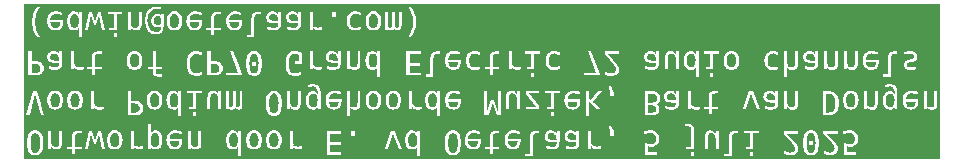
<source format=gbr>
%TF.GenerationSoftware,KiCad,Pcbnew,9.99.0-unknown-5ab735eb93~182~ubuntu22.04.1*%
%TF.CreationDate,2025-07-05T18:58:22+02:00*%
%TF.ProjectId,CP70_potmeters,43503730-5f70-46f7-946d-65746572732e,rev?*%
%TF.SameCoordinates,Original*%
%TF.FileFunction,Legend,Bot*%
%TF.FilePolarity,Positive*%
%FSLAX46Y46*%
G04 Gerber Fmt 4.6, Leading zero omitted, Abs format (unit mm)*
G04 Created by KiCad (PCBNEW 9.99.0-unknown-5ab735eb93~182~ubuntu22.04.1) date 2025-07-05 18:58:22*
%MOMM*%
%LPD*%
G01*
G04 APERTURE LIST*
%ADD10C,0.100000*%
G04 APERTURE END LIST*
D10*
G36*
X199720661Y-71191781D02*
G01*
X199793960Y-71219927D01*
X199856590Y-71266254D01*
X199910219Y-71333133D01*
X199959411Y-71438689D01*
X199992695Y-71582679D01*
X200005230Y-71775945D01*
X199992660Y-71970157D01*
X199959346Y-72114256D01*
X199910219Y-72219368D01*
X199856628Y-72285940D01*
X199794015Y-72332087D01*
X199720702Y-72360138D01*
X199633614Y-72369944D01*
X199546491Y-72360139D01*
X199473540Y-72332150D01*
X199411604Y-72286197D01*
X199358963Y-72219979D01*
X199311027Y-72115471D01*
X199278381Y-71971270D01*
X199266029Y-71775945D01*
X199278379Y-71580622D01*
X199311022Y-71436373D01*
X199358963Y-71331789D01*
X199411596Y-71265633D01*
X199473529Y-71219716D01*
X199546482Y-71191745D01*
X199633614Y-71181946D01*
X199720661Y-71191781D01*
G37*
G36*
X214879349Y-71191781D02*
G01*
X214952649Y-71219927D01*
X215015278Y-71266254D01*
X215068907Y-71333133D01*
X215118099Y-71438689D01*
X215151383Y-71582679D01*
X215163918Y-71775945D01*
X215151348Y-71970157D01*
X215118034Y-72114256D01*
X215068907Y-72219368D01*
X215015316Y-72285940D01*
X214952703Y-72332087D01*
X214879390Y-72360138D01*
X214792302Y-72369944D01*
X214705179Y-72360139D01*
X214632228Y-72332150D01*
X214570292Y-72286197D01*
X214517651Y-72219979D01*
X214469715Y-72115471D01*
X214437069Y-71971270D01*
X214424717Y-71775945D01*
X214437067Y-71580622D01*
X214469710Y-71436373D01*
X214517651Y-71331789D01*
X214570284Y-71265633D01*
X214632217Y-71219716D01*
X214705170Y-71191745D01*
X214792302Y-71181946D01*
X214879349Y-71191781D01*
G37*
G36*
X182931182Y-71210002D02*
G01*
X183012310Y-71245315D01*
X183079384Y-71303643D01*
X183134277Y-71389064D01*
X183169511Y-71482820D01*
X183198663Y-71613999D01*
X183218850Y-71792437D01*
X183226479Y-72029225D01*
X183218856Y-72266036D01*
X183198678Y-72444639D01*
X183169527Y-72576070D01*
X183134277Y-72670118D01*
X183079340Y-72755917D01*
X183012244Y-72814459D01*
X182931130Y-72849880D01*
X182831660Y-72862337D01*
X182732907Y-72849913D01*
X182652219Y-72814546D01*
X182585317Y-72756012D01*
X182530387Y-72670118D01*
X182495137Y-72576070D01*
X182465986Y-72444639D01*
X182445808Y-72266036D01*
X182438185Y-72029225D01*
X182445800Y-71793248D01*
X182465965Y-71615103D01*
X182495115Y-71483854D01*
X182530387Y-71389797D01*
X182585317Y-71303903D01*
X182652219Y-71245370D01*
X182732907Y-71210002D01*
X182831660Y-71197578D01*
X182931182Y-71210002D01*
G37*
G36*
X218301454Y-71210002D02*
G01*
X218382582Y-71245315D01*
X218449656Y-71303643D01*
X218504549Y-71389064D01*
X218539783Y-71482820D01*
X218568935Y-71613999D01*
X218589122Y-71792437D01*
X218596751Y-72029225D01*
X218589129Y-72266036D01*
X218568951Y-72444639D01*
X218539799Y-72576070D01*
X218504549Y-72670118D01*
X218449612Y-72755917D01*
X218382516Y-72814459D01*
X218301402Y-72849880D01*
X218201933Y-72862337D01*
X218103179Y-72849913D01*
X218022491Y-72814546D01*
X217955589Y-72756012D01*
X217900659Y-72670118D01*
X217865409Y-72576070D01*
X217836258Y-72444639D01*
X217816080Y-72266036D01*
X217808457Y-72029225D01*
X217816072Y-71793248D01*
X217836237Y-71615103D01*
X217865387Y-71483854D01*
X217900659Y-71389797D01*
X217955589Y-71303903D01*
X218022491Y-71245370D01*
X218103179Y-71210002D01*
X218201933Y-71197578D01*
X218301454Y-71210002D01*
G37*
G36*
X248608969Y-71202434D02*
G01*
X248685089Y-71239347D01*
X248751112Y-71302352D01*
X248808126Y-71397613D01*
X248845346Y-71499567D01*
X248875329Y-71633910D01*
X248895611Y-71807802D01*
X248903136Y-72029225D01*
X248895602Y-72251477D01*
X248875306Y-72425834D01*
X248845322Y-72560363D01*
X248808126Y-72662302D01*
X248751112Y-72757563D01*
X248685089Y-72820568D01*
X248608969Y-72857481D01*
X248519187Y-72870153D01*
X248430170Y-72857523D01*
X248354497Y-72820680D01*
X248288656Y-72757687D01*
X248231591Y-72662302D01*
X248194444Y-72560369D01*
X248164498Y-72425842D01*
X248144227Y-72251483D01*
X248136967Y-72037041D01*
X248337592Y-72037041D01*
X248350691Y-72106945D01*
X248390104Y-72166734D01*
X248448273Y-72207863D01*
X248516622Y-72221444D01*
X248587513Y-72207805D01*
X248647658Y-72166734D01*
X248688792Y-72106777D01*
X248702369Y-72037041D01*
X248688845Y-71966324D01*
X248648391Y-71907348D01*
X248588678Y-71867502D01*
X248516622Y-71854103D01*
X248445974Y-71867240D01*
X248388761Y-71906004D01*
X248350657Y-71964019D01*
X248337592Y-72037041D01*
X248136967Y-72037041D01*
X248136702Y-72029225D01*
X248144218Y-71807797D01*
X248164475Y-71633902D01*
X248194419Y-71499561D01*
X248231591Y-71397613D01*
X248288656Y-71302228D01*
X248354497Y-71239235D01*
X248430170Y-71202392D01*
X248519187Y-71189762D01*
X248608969Y-71202434D01*
G37*
G36*
X189661709Y-71191929D02*
G01*
X189739204Y-71220300D01*
X189804568Y-71266529D01*
X189859748Y-71332522D01*
X189910738Y-71437903D01*
X189945197Y-71582010D01*
X189958178Y-71775945D01*
X189945161Y-71970824D01*
X189910672Y-72115039D01*
X189859748Y-72219979D01*
X189804607Y-72285669D01*
X189739259Y-72331717D01*
X189661752Y-72359992D01*
X189568733Y-72369944D01*
X189476501Y-72360024D01*
X189399439Y-72331799D01*
X189334261Y-72285758D01*
X189279061Y-72219979D01*
X189228204Y-72115049D01*
X189193755Y-71970834D01*
X189180753Y-71775945D01*
X189193720Y-71582000D01*
X189228138Y-71437894D01*
X189279061Y-71332522D01*
X189334299Y-71266439D01*
X189399494Y-71220217D01*
X189476543Y-71191897D01*
X189568733Y-71181946D01*
X189661709Y-71191929D01*
G37*
G36*
X193066836Y-71191756D02*
G01*
X193139648Y-71219738D01*
X193201334Y-71265650D01*
X193253625Y-71331789D01*
X193301235Y-71436326D01*
X193333673Y-71580574D01*
X193345949Y-71775945D01*
X193333670Y-71971318D01*
X193301231Y-72115518D01*
X193253625Y-72219979D01*
X193201326Y-72286179D01*
X193139637Y-72332127D01*
X193066828Y-72360128D01*
X192979706Y-72369944D01*
X192891903Y-72360101D01*
X192818276Y-72331992D01*
X192755674Y-72285842D01*
X192702369Y-72219368D01*
X192653640Y-72114313D01*
X192620572Y-71970215D01*
X192608091Y-71775945D01*
X192620537Y-71582621D01*
X192653576Y-71438632D01*
X192702369Y-71333133D01*
X192755712Y-71266353D01*
X192818331Y-71220022D01*
X192891944Y-71191819D01*
X192979706Y-71181946D01*
X193066836Y-71191756D01*
G37*
G36*
X195047955Y-71916629D02*
G01*
X195032122Y-72061460D01*
X194996238Y-72171402D01*
X194943419Y-72254173D01*
X194870111Y-72317048D01*
X194777157Y-72355976D01*
X194658510Y-72369944D01*
X194542459Y-72356033D01*
X194444101Y-72315985D01*
X194359312Y-72249410D01*
X194293768Y-72162482D01*
X194246839Y-72052915D01*
X194219972Y-71915286D01*
X195047955Y-71916629D01*
G37*
G36*
X201451800Y-71191929D02*
G01*
X201529294Y-71220300D01*
X201594659Y-71266529D01*
X201649839Y-71332522D01*
X201700829Y-71437903D01*
X201735288Y-71582010D01*
X201748269Y-71775945D01*
X201735252Y-71970824D01*
X201700763Y-72115039D01*
X201649839Y-72219979D01*
X201594697Y-72285669D01*
X201529350Y-72331717D01*
X201451842Y-72359992D01*
X201358824Y-72369944D01*
X201266592Y-72360024D01*
X201189530Y-72331799D01*
X201124351Y-72285758D01*
X201069152Y-72219979D01*
X201018295Y-72115049D01*
X200983846Y-71970834D01*
X200970844Y-71775945D01*
X200983810Y-71582000D01*
X201018229Y-71437894D01*
X201069152Y-71332522D01*
X201124390Y-71266439D01*
X201189585Y-71220217D01*
X201266634Y-71191897D01*
X201358824Y-71181946D01*
X201451800Y-71191929D01*
G37*
G36*
X203136099Y-71191929D02*
G01*
X203213593Y-71220300D01*
X203278958Y-71266529D01*
X203334138Y-71332522D01*
X203385127Y-71437903D01*
X203419586Y-71582010D01*
X203432568Y-71775945D01*
X203419551Y-71970824D01*
X203385061Y-72115039D01*
X203334138Y-72219979D01*
X203278996Y-72285669D01*
X203213648Y-72331717D01*
X203136141Y-72359992D01*
X203043122Y-72369944D01*
X202950890Y-72360024D01*
X202873828Y-72331799D01*
X202808650Y-72285758D01*
X202753450Y-72219979D01*
X202702593Y-72115049D01*
X202668145Y-71970834D01*
X202655143Y-71775945D01*
X202668109Y-71582000D01*
X202702527Y-71437894D01*
X202753450Y-71332522D01*
X202808689Y-71266439D01*
X202873884Y-71220217D01*
X202950932Y-71191897D01*
X203043122Y-71181946D01*
X203136099Y-71191929D01*
G37*
G36*
X220312435Y-71916629D02*
G01*
X220296602Y-72061460D01*
X220260718Y-72171402D01*
X220207899Y-72254173D01*
X220134591Y-72317048D01*
X220041637Y-72355976D01*
X219922990Y-72369944D01*
X219806939Y-72356033D01*
X219708581Y-72315985D01*
X219623792Y-72249410D01*
X219558248Y-72162482D01*
X219511319Y-72052915D01*
X219484452Y-71915286D01*
X220312435Y-71916629D01*
G37*
G36*
X223681032Y-71916629D02*
G01*
X223665199Y-72061460D01*
X223629315Y-72171402D01*
X223576496Y-72254173D01*
X223503189Y-72317048D01*
X223410234Y-72355976D01*
X223291587Y-72369944D01*
X223175536Y-72356033D01*
X223077178Y-72315985D01*
X222992390Y-72249410D01*
X222926845Y-72162482D01*
X222879917Y-72052915D01*
X222853049Y-71915286D01*
X223681032Y-71916629D01*
G37*
G36*
X226630359Y-71191608D02*
G01*
X226716743Y-71219177D01*
X226791154Y-71263905D01*
X226855579Y-71326905D01*
X226905326Y-71401777D01*
X226942650Y-71491488D01*
X226966771Y-71598887D01*
X226975868Y-71727463D01*
X226975868Y-71783761D01*
X226740907Y-71783761D01*
X226657498Y-71783761D01*
X226512136Y-71773528D01*
X226404559Y-71746371D01*
X226326182Y-71706092D01*
X226264987Y-71646838D01*
X226227975Y-71571411D01*
X226214808Y-71474549D01*
X226224849Y-71385658D01*
X226252895Y-71315177D01*
X226298094Y-71258883D01*
X226358029Y-71217528D01*
X226433548Y-71191385D01*
X226529026Y-71181946D01*
X226630359Y-71191608D01*
G37*
G36*
X228314658Y-71191608D02*
G01*
X228401041Y-71219177D01*
X228475453Y-71263905D01*
X228539877Y-71326905D01*
X228589624Y-71401777D01*
X228626948Y-71491488D01*
X228651070Y-71598887D01*
X228660167Y-71727463D01*
X228660167Y-71783761D01*
X228425205Y-71783761D01*
X228341796Y-71783761D01*
X228196435Y-71773528D01*
X228088857Y-71746371D01*
X228010481Y-71706092D01*
X227949286Y-71646838D01*
X227912274Y-71571411D01*
X227899106Y-71474549D01*
X227909148Y-71385658D01*
X227937194Y-71315177D01*
X227982393Y-71258883D01*
X228042327Y-71217528D01*
X228117846Y-71191385D01*
X228213325Y-71181946D01*
X228314658Y-71191608D01*
G37*
G36*
X194667765Y-67831781D02*
G01*
X194741064Y-67859927D01*
X194803694Y-67906254D01*
X194857323Y-67973133D01*
X194906515Y-68078689D01*
X194939799Y-68222679D01*
X194952334Y-68415945D01*
X194939764Y-68610157D01*
X194906450Y-68754256D01*
X194857323Y-68859368D01*
X194803732Y-68925940D01*
X194741119Y-68972087D01*
X194667806Y-69000138D01*
X194580718Y-69009944D01*
X194493595Y-69000139D01*
X194420644Y-68972150D01*
X194358708Y-68926197D01*
X194306067Y-68859979D01*
X194258131Y-68755471D01*
X194225485Y-68611270D01*
X194213133Y-68415945D01*
X194225483Y-68220622D01*
X194258126Y-68076373D01*
X194306067Y-67971789D01*
X194358700Y-67905633D01*
X194420633Y-67859716D01*
X194493586Y-67831745D01*
X194580718Y-67821946D01*
X194667765Y-67831781D01*
G37*
G36*
X216563647Y-67831781D02*
G01*
X216636947Y-67859927D01*
X216699577Y-67906254D01*
X216753206Y-67973133D01*
X216802398Y-68078689D01*
X216835682Y-68222679D01*
X216848217Y-68415945D01*
X216835647Y-68610157D01*
X216802333Y-68754256D01*
X216753206Y-68859368D01*
X216699615Y-68925940D01*
X216637002Y-68972087D01*
X216563689Y-69000138D01*
X216476601Y-69009944D01*
X216389477Y-69000139D01*
X216316527Y-68972150D01*
X216254591Y-68926197D01*
X216201950Y-68859979D01*
X216154013Y-68755471D01*
X216121368Y-68611270D01*
X216109016Y-68415945D01*
X216121366Y-68220622D01*
X216154009Y-68076373D01*
X216201950Y-67971789D01*
X216254583Y-67905633D01*
X216316516Y-67859716D01*
X216389469Y-67831745D01*
X216476601Y-67821946D01*
X216563647Y-67831781D01*
G37*
G36*
X203142766Y-67850002D02*
G01*
X203223894Y-67885315D01*
X203290968Y-67943643D01*
X203345861Y-68029064D01*
X203381095Y-68122820D01*
X203410247Y-68253999D01*
X203430434Y-68432437D01*
X203438063Y-68669225D01*
X203430440Y-68906036D01*
X203410262Y-69084639D01*
X203381111Y-69216070D01*
X203345861Y-69310118D01*
X203290924Y-69395917D01*
X203223828Y-69454459D01*
X203142714Y-69489880D01*
X203043244Y-69502337D01*
X202944491Y-69489913D01*
X202863803Y-69454546D01*
X202796901Y-69396012D01*
X202741971Y-69310118D01*
X202706721Y-69216070D01*
X202677570Y-69084639D01*
X202657392Y-68906036D01*
X202649769Y-68669225D01*
X202657384Y-68433248D01*
X202677549Y-68255103D01*
X202706699Y-68123854D01*
X202741971Y-68029797D01*
X202796901Y-67943903D01*
X202863803Y-67885370D01*
X202944491Y-67850002D01*
X203043244Y-67837578D01*
X203142766Y-67850002D01*
G37*
G36*
X191400017Y-68709703D02*
G01*
X191497583Y-68744006D01*
X191574822Y-68798307D01*
X191632946Y-68872104D01*
X191669092Y-68964509D01*
X191682044Y-69081018D01*
X191669134Y-69197556D01*
X191633167Y-69289645D01*
X191575432Y-69362875D01*
X191498665Y-69416738D01*
X191400968Y-69450886D01*
X191276357Y-69463258D01*
X190956643Y-69463258D01*
X190956643Y-68697313D01*
X191276357Y-68697313D01*
X191400017Y-68709703D01*
G37*
G36*
X235159744Y-68856112D02*
G01*
X235252832Y-68883041D01*
X235317372Y-68922627D01*
X235364696Y-68980095D01*
X235395412Y-69060306D01*
X235406887Y-69171022D01*
X235395741Y-69270307D01*
X235365694Y-69342536D01*
X235318715Y-69394626D01*
X235255745Y-69429575D01*
X235162498Y-69453856D01*
X235028433Y-69463258D01*
X234707376Y-69463258D01*
X234707376Y-68845812D01*
X235028433Y-68845812D01*
X235159744Y-68856112D01*
G37*
G36*
X235193185Y-67888110D02*
G01*
X235303177Y-67917619D01*
X235376845Y-67960066D01*
X235431062Y-68023112D01*
X235466176Y-68111774D01*
X235479305Y-68234961D01*
X235465678Y-68362510D01*
X235428822Y-68456810D01*
X235371350Y-68526099D01*
X235293654Y-68574447D01*
X235184566Y-68606883D01*
X235033928Y-68619155D01*
X234707376Y-68619155D01*
X234707376Y-67876657D01*
X235033928Y-67876657D01*
X235193185Y-67888110D01*
G37*
G36*
X250134174Y-67889764D02*
G01*
X250268343Y-67925039D01*
X250369291Y-67978281D01*
X250443942Y-68048115D01*
X250497165Y-68135243D01*
X250540516Y-68259805D01*
X250570525Y-68432961D01*
X250581939Y-68667882D01*
X250570541Y-68905260D01*
X250540618Y-69079692D01*
X250497486Y-69204682D01*
X250444675Y-69291678D01*
X250370353Y-69361485D01*
X250269482Y-69414764D01*
X250135013Y-69450110D01*
X249957655Y-69463258D01*
X249826496Y-69463258D01*
X249826496Y-67876657D01*
X249957655Y-67876657D01*
X250134174Y-67889764D01*
G37*
G36*
X184608813Y-67831929D02*
G01*
X184686308Y-67860300D01*
X184751672Y-67906529D01*
X184806852Y-67972522D01*
X184857842Y-68077903D01*
X184892301Y-68222010D01*
X184905282Y-68415945D01*
X184892265Y-68610824D01*
X184857776Y-68755039D01*
X184806852Y-68859979D01*
X184751711Y-68925669D01*
X184686363Y-68971717D01*
X184608856Y-68999992D01*
X184515837Y-69009944D01*
X184423605Y-69000024D01*
X184346543Y-68971799D01*
X184281365Y-68925758D01*
X184226165Y-68859979D01*
X184175308Y-68755049D01*
X184140859Y-68610834D01*
X184127857Y-68415945D01*
X184140824Y-68222000D01*
X184175242Y-68077894D01*
X184226165Y-67972522D01*
X184281403Y-67906439D01*
X184346598Y-67860217D01*
X184423647Y-67831897D01*
X184515837Y-67821946D01*
X184608813Y-67831929D01*
G37*
G36*
X186293112Y-67831929D02*
G01*
X186370606Y-67860300D01*
X186435971Y-67906529D01*
X186491151Y-67972522D01*
X186542141Y-68077903D01*
X186576600Y-68222010D01*
X186589581Y-68415945D01*
X186576564Y-68610824D01*
X186542074Y-68755039D01*
X186491151Y-68859979D01*
X186436009Y-68925669D01*
X186370662Y-68971717D01*
X186293154Y-68999992D01*
X186200136Y-69009944D01*
X186107904Y-69000024D01*
X186030842Y-68971799D01*
X185965663Y-68925758D01*
X185910464Y-68859979D01*
X185859607Y-68755049D01*
X185825158Y-68610834D01*
X185812156Y-68415945D01*
X185825122Y-68222000D01*
X185859540Y-68077894D01*
X185910464Y-67972522D01*
X185965702Y-67906439D01*
X186030897Y-67860217D01*
X186107946Y-67831897D01*
X186200136Y-67821946D01*
X186293112Y-67831929D01*
G37*
G36*
X193030307Y-67831929D02*
G01*
X193107801Y-67860300D01*
X193173166Y-67906529D01*
X193228346Y-67972522D01*
X193279335Y-68077903D01*
X193313794Y-68222010D01*
X193326775Y-68415945D01*
X193313759Y-68610824D01*
X193279269Y-68755039D01*
X193228346Y-68859979D01*
X193173204Y-68925669D01*
X193107856Y-68971717D01*
X193030349Y-68999992D01*
X192937330Y-69009944D01*
X192845098Y-69000024D01*
X192768036Y-68971799D01*
X192702858Y-68925758D01*
X192647658Y-68859979D01*
X192596801Y-68755049D01*
X192562353Y-68610834D01*
X192549351Y-68415945D01*
X192562317Y-68222000D01*
X192596735Y-68077894D01*
X192647658Y-67972522D01*
X192702896Y-67906439D01*
X192768092Y-67860217D01*
X192845140Y-67831897D01*
X192937330Y-67821946D01*
X193030307Y-67831929D01*
G37*
G36*
X206467310Y-67862801D02*
G01*
X206537514Y-67890359D01*
X206597981Y-67935970D01*
X206650223Y-68002198D01*
X206698080Y-68106047D01*
X206730326Y-68246286D01*
X206742424Y-68432920D01*
X206730259Y-68620604D01*
X206697958Y-68760424D01*
X206650223Y-68862909D01*
X206598104Y-68927974D01*
X206537277Y-68973025D01*
X206466129Y-69000386D01*
X206381678Y-69009944D01*
X206292910Y-69000290D01*
X206218237Y-68972731D01*
X206154584Y-68927603D01*
X206100188Y-68862909D01*
X206049854Y-68760050D01*
X206015960Y-68620220D01*
X206003224Y-68432920D01*
X206016013Y-68245781D01*
X206050126Y-68105420D01*
X206100921Y-68001587D01*
X206155685Y-67936296D01*
X206219794Y-67890759D01*
X206295025Y-67862951D01*
X206384487Y-67853210D01*
X206467310Y-67862801D01*
G37*
G36*
X208522344Y-68556629D02*
G01*
X208506511Y-68701460D01*
X208470627Y-68811402D01*
X208417808Y-68894173D01*
X208344501Y-68957048D01*
X208251546Y-68995976D01*
X208132899Y-69009944D01*
X208016848Y-68996033D01*
X207918490Y-68955985D01*
X207833702Y-68889410D01*
X207768157Y-68802482D01*
X207721229Y-68692915D01*
X207694361Y-68555286D01*
X208522344Y-68556629D01*
G37*
G36*
X211557592Y-67831929D02*
G01*
X211635086Y-67860300D01*
X211700451Y-67906529D01*
X211755631Y-67972522D01*
X211806621Y-68077903D01*
X211841080Y-68222010D01*
X211854061Y-68415945D01*
X211841044Y-68610824D01*
X211806555Y-68755039D01*
X211755631Y-68859979D01*
X211700490Y-68925669D01*
X211635142Y-68971717D01*
X211557634Y-68999992D01*
X211464616Y-69009944D01*
X211372384Y-69000024D01*
X211295322Y-68971799D01*
X211230144Y-68925758D01*
X211174944Y-68859979D01*
X211124087Y-68755049D01*
X211089638Y-68610834D01*
X211076636Y-68415945D01*
X211089602Y-68222000D01*
X211124021Y-68077894D01*
X211174944Y-67972522D01*
X211230182Y-67906439D01*
X211295377Y-67860217D01*
X211372426Y-67831897D01*
X211464616Y-67821946D01*
X211557592Y-67831929D01*
G37*
G36*
X213241891Y-67831929D02*
G01*
X213319385Y-67860300D01*
X213384750Y-67906529D01*
X213439930Y-67972522D01*
X213490919Y-68077903D01*
X213525379Y-68222010D01*
X213538360Y-68415945D01*
X213525343Y-68610824D01*
X213490853Y-68755039D01*
X213439930Y-68859979D01*
X213384788Y-68925669D01*
X213319440Y-68971717D01*
X213241933Y-68999992D01*
X213148914Y-69009944D01*
X213056682Y-69000024D01*
X212979621Y-68971799D01*
X212914442Y-68925758D01*
X212859242Y-68859979D01*
X212808385Y-68755049D01*
X212773937Y-68610834D01*
X212760935Y-68415945D01*
X212773901Y-68222000D01*
X212808319Y-68077894D01*
X212859242Y-67972522D01*
X212914481Y-67906439D01*
X212979676Y-67860217D01*
X213056724Y-67831897D01*
X213148914Y-67821946D01*
X213241891Y-67831929D01*
G37*
G36*
X218628136Y-68556629D02*
G01*
X218612303Y-68701460D01*
X218576419Y-68811402D01*
X218523600Y-68894173D01*
X218450293Y-68957048D01*
X218357338Y-68995976D01*
X218238691Y-69009944D01*
X218122640Y-68996033D01*
X218024282Y-68955985D01*
X217939494Y-68889410D01*
X217873949Y-68802482D01*
X217827021Y-68692915D01*
X217800153Y-68555286D01*
X218628136Y-68556629D01*
G37*
G36*
X228733928Y-68556629D02*
G01*
X228718095Y-68701460D01*
X228682211Y-68811402D01*
X228629392Y-68894173D01*
X228556085Y-68957048D01*
X228463130Y-68995976D01*
X228344483Y-69009944D01*
X228228432Y-68996033D01*
X228130074Y-68955985D01*
X228045286Y-68889410D01*
X227979741Y-68802482D01*
X227932813Y-68692915D01*
X227905945Y-68555286D01*
X228733928Y-68556629D01*
G37*
G36*
X236736151Y-67831608D02*
G01*
X236822535Y-67859177D01*
X236896946Y-67903905D01*
X236961371Y-67966905D01*
X237011118Y-68041777D01*
X237048442Y-68131488D01*
X237072563Y-68238887D01*
X237081660Y-68367463D01*
X237081660Y-68423761D01*
X236846699Y-68423761D01*
X236763290Y-68423761D01*
X236617928Y-68413528D01*
X236510351Y-68386371D01*
X236431974Y-68346092D01*
X236370779Y-68286838D01*
X236333767Y-68211411D01*
X236320600Y-68114549D01*
X236330641Y-68025658D01*
X236358687Y-67955177D01*
X236403886Y-67898883D01*
X236463821Y-67857528D01*
X236539340Y-67831385D01*
X236634818Y-67821946D01*
X236736151Y-67831608D01*
G37*
G36*
X245157644Y-67831608D02*
G01*
X245244028Y-67859177D01*
X245318439Y-67903905D01*
X245382864Y-67966905D01*
X245432611Y-68041777D01*
X245469935Y-68131488D01*
X245494057Y-68238887D01*
X245503154Y-68367463D01*
X245503154Y-68423761D01*
X245268192Y-68423761D01*
X245184783Y-68423761D01*
X245039421Y-68413528D01*
X244931844Y-68386371D01*
X244853468Y-68346092D01*
X244792273Y-68286838D01*
X244755260Y-68211411D01*
X244742093Y-68114549D01*
X244752135Y-68025658D01*
X244780181Y-67955177D01*
X244825380Y-67898883D01*
X244885314Y-67857528D01*
X244960833Y-67831385D01*
X245056311Y-67821946D01*
X245157644Y-67831608D01*
G37*
G36*
X251980760Y-67831929D02*
G01*
X252058255Y-67860300D01*
X252123619Y-67906529D01*
X252178799Y-67972522D01*
X252229789Y-68077903D01*
X252264248Y-68222010D01*
X252277229Y-68415945D01*
X252264212Y-68610824D01*
X252229723Y-68755039D01*
X252178799Y-68859979D01*
X252123658Y-68925669D01*
X252058310Y-68971717D01*
X251980803Y-68999992D01*
X251887784Y-69009944D01*
X251795552Y-69000024D01*
X251718490Y-68971799D01*
X251653312Y-68925758D01*
X251598112Y-68859979D01*
X251547255Y-68755049D01*
X251512806Y-68610834D01*
X251499804Y-68415945D01*
X251512771Y-68222000D01*
X251547189Y-68077894D01*
X251598112Y-67972522D01*
X251653350Y-67906439D01*
X251718545Y-67860217D01*
X251795594Y-67831897D01*
X251887784Y-67821946D01*
X251980760Y-67831929D01*
G37*
G36*
X255311971Y-67862801D02*
G01*
X255382175Y-67890359D01*
X255442642Y-67935970D01*
X255494884Y-68002198D01*
X255542741Y-68106047D01*
X255574988Y-68246286D01*
X255587086Y-68432920D01*
X255574921Y-68620604D01*
X255542619Y-68760424D01*
X255494884Y-68862909D01*
X255442765Y-68927974D01*
X255381939Y-68973025D01*
X255310791Y-69000386D01*
X255226339Y-69009944D01*
X255137572Y-69000290D01*
X255062899Y-68972731D01*
X254999246Y-68927603D01*
X254944849Y-68862909D01*
X254894516Y-68760050D01*
X254860621Y-68620220D01*
X254847885Y-68432920D01*
X254860675Y-68245781D01*
X254894788Y-68105420D01*
X254945582Y-68001587D01*
X255000346Y-67936296D01*
X255064455Y-67890759D01*
X255139687Y-67862951D01*
X255229148Y-67853210D01*
X255311971Y-67862801D01*
G37*
G36*
X257367006Y-68556629D02*
G01*
X257351173Y-68701460D01*
X257315288Y-68811402D01*
X257262470Y-68894173D01*
X257189162Y-68957048D01*
X257096208Y-68995976D01*
X256977561Y-69009944D01*
X256861510Y-68996033D01*
X256763152Y-68955985D01*
X256678363Y-68889410D01*
X256612819Y-68802482D01*
X256565890Y-68692915D01*
X256539023Y-68555286D01*
X257367006Y-68556629D01*
G37*
G36*
X211510751Y-64471781D02*
G01*
X211584051Y-64499927D01*
X211646681Y-64546254D01*
X211700310Y-64613133D01*
X211749502Y-64718689D01*
X211782786Y-64862679D01*
X211795321Y-65055945D01*
X211782751Y-65250157D01*
X211749437Y-65394256D01*
X211700310Y-65499368D01*
X211646719Y-65565940D01*
X211584106Y-65612087D01*
X211510793Y-65640138D01*
X211423705Y-65649944D01*
X211336581Y-65640139D01*
X211263631Y-65612150D01*
X211201695Y-65566197D01*
X211149054Y-65499979D01*
X211101117Y-65395471D01*
X211068472Y-65251270D01*
X211056120Y-65055945D01*
X211068470Y-64860622D01*
X211101113Y-64716373D01*
X211149054Y-64611789D01*
X211201687Y-64545633D01*
X211263620Y-64499716D01*
X211336573Y-64471745D01*
X211423705Y-64461946D01*
X211510751Y-64471781D01*
G37*
G36*
X238459530Y-64471781D02*
G01*
X238532830Y-64499927D01*
X238595459Y-64546254D01*
X238649089Y-64613133D01*
X238698280Y-64718689D01*
X238731564Y-64862679D01*
X238744099Y-65055945D01*
X238731530Y-65250157D01*
X238698216Y-65394256D01*
X238649089Y-65499368D01*
X238595497Y-65565940D01*
X238532884Y-65612087D01*
X238459572Y-65640138D01*
X238372484Y-65649944D01*
X238285360Y-65640139D01*
X238212410Y-65612150D01*
X238150473Y-65566197D01*
X238097833Y-65499979D01*
X238049896Y-65395471D01*
X238017251Y-65251270D01*
X238004898Y-65055945D01*
X238017248Y-64860622D01*
X238049892Y-64716373D01*
X238097833Y-64611789D01*
X238150466Y-64545633D01*
X238212399Y-64499716D01*
X238285352Y-64471745D01*
X238372484Y-64461946D01*
X238459530Y-64471781D01*
G37*
G36*
X201448607Y-64482434D02*
G01*
X201524727Y-64519347D01*
X201590749Y-64582352D01*
X201647763Y-64677613D01*
X201684984Y-64779567D01*
X201714966Y-64913910D01*
X201735248Y-65087802D01*
X201742773Y-65309225D01*
X201735239Y-65531477D01*
X201714943Y-65705834D01*
X201684959Y-65840363D01*
X201647763Y-65942302D01*
X201590749Y-66037563D01*
X201524727Y-66100568D01*
X201448607Y-66137481D01*
X201358824Y-66150153D01*
X201269807Y-66137523D01*
X201194134Y-66100680D01*
X201128293Y-66037687D01*
X201071228Y-65942302D01*
X201034081Y-65840369D01*
X201004135Y-65705842D01*
X200983864Y-65531483D01*
X200976604Y-65317041D01*
X201177229Y-65317041D01*
X201190328Y-65386945D01*
X201229741Y-65446734D01*
X201287911Y-65487863D01*
X201356259Y-65501444D01*
X201427150Y-65487805D01*
X201487295Y-65446734D01*
X201528429Y-65386777D01*
X201542006Y-65317041D01*
X201528483Y-65246324D01*
X201488028Y-65187348D01*
X201428315Y-65147502D01*
X201356259Y-65134103D01*
X201285611Y-65147240D01*
X201228398Y-65186004D01*
X201190294Y-65244019D01*
X201177229Y-65317041D01*
X200976604Y-65317041D01*
X200976339Y-65309225D01*
X200983856Y-65087797D01*
X201004112Y-64913902D01*
X201034057Y-64779561D01*
X201071228Y-64677613D01*
X201128293Y-64582228D01*
X201194134Y-64519235D01*
X201269807Y-64482392D01*
X201358824Y-64469762D01*
X201448607Y-64482434D01*
G37*
G36*
X182978524Y-65349703D02*
G01*
X183076090Y-65384006D01*
X183153328Y-65438307D01*
X183211453Y-65512104D01*
X183247598Y-65604509D01*
X183260551Y-65721018D01*
X183247640Y-65837556D01*
X183211673Y-65929645D01*
X183153939Y-66002875D01*
X183077171Y-66056738D01*
X182979474Y-66090886D01*
X182854863Y-66103258D01*
X182535150Y-66103258D01*
X182535150Y-65337313D01*
X182854863Y-65337313D01*
X182978524Y-65349703D01*
G37*
G36*
X198137212Y-65349703D02*
G01*
X198234778Y-65384006D01*
X198312016Y-65438307D01*
X198370141Y-65512104D01*
X198406286Y-65604509D01*
X198419239Y-65721018D01*
X198406328Y-65837556D01*
X198370361Y-65929645D01*
X198312627Y-66002875D01*
X198235859Y-66056738D01*
X198138162Y-66090886D01*
X198013551Y-66103258D01*
X197693838Y-66103258D01*
X197693838Y-65337313D01*
X198013551Y-65337313D01*
X198137212Y-65349703D01*
G37*
G36*
X184522892Y-64471608D02*
G01*
X184609276Y-64499177D01*
X184683687Y-64543905D01*
X184748112Y-64606905D01*
X184797859Y-64681777D01*
X184835183Y-64771488D01*
X184859304Y-64878887D01*
X184868401Y-65007463D01*
X184868401Y-65063761D01*
X184633440Y-65063761D01*
X184550031Y-65063761D01*
X184404669Y-65053528D01*
X184297092Y-65026371D01*
X184218715Y-64986092D01*
X184157521Y-64926838D01*
X184120508Y-64851411D01*
X184107341Y-64754549D01*
X184117382Y-64665658D01*
X184145428Y-64595177D01*
X184190628Y-64538883D01*
X184250562Y-64497528D01*
X184326081Y-64471385D01*
X184421559Y-64461946D01*
X184522892Y-64471608D01*
G37*
G36*
X191346008Y-64471929D02*
G01*
X191423502Y-64500300D01*
X191488867Y-64546529D01*
X191544047Y-64612522D01*
X191595037Y-64717903D01*
X191629496Y-64862010D01*
X191642477Y-65055945D01*
X191629460Y-65250824D01*
X191594970Y-65395039D01*
X191544047Y-65499979D01*
X191488905Y-65565669D01*
X191423558Y-65611717D01*
X191346050Y-65639992D01*
X191253032Y-65649944D01*
X191160800Y-65640024D01*
X191083738Y-65611799D01*
X191018559Y-65565758D01*
X190963360Y-65499979D01*
X190912503Y-65395049D01*
X190878054Y-65250834D01*
X190865052Y-65055945D01*
X190878018Y-64862000D01*
X190912436Y-64717894D01*
X190963360Y-64612522D01*
X191018598Y-64546439D01*
X191083793Y-64500217D01*
X191160842Y-64471897D01*
X191253032Y-64461946D01*
X191346008Y-64471929D01*
G37*
G36*
X208103074Y-64471608D02*
G01*
X208189457Y-64499177D01*
X208263869Y-64543905D01*
X208328293Y-64606905D01*
X208378040Y-64681777D01*
X208415364Y-64771488D01*
X208439486Y-64878887D01*
X208448583Y-65007463D01*
X208448583Y-65063761D01*
X208213621Y-65063761D01*
X208130212Y-65063761D01*
X207984851Y-65053528D01*
X207877273Y-65026371D01*
X207798897Y-64986092D01*
X207737702Y-64926838D01*
X207700690Y-64851411D01*
X207687522Y-64754549D01*
X207697564Y-64665658D01*
X207725610Y-64595177D01*
X207770809Y-64538883D01*
X207830743Y-64497528D01*
X207906262Y-64471385D01*
X208001741Y-64461946D01*
X208103074Y-64471608D01*
G37*
G36*
X218628136Y-65196629D02*
G01*
X218612303Y-65341460D01*
X218576419Y-65451402D01*
X218523600Y-65534173D01*
X218450293Y-65597048D01*
X218357338Y-65635976D01*
X218238691Y-65649944D01*
X218122640Y-65636033D01*
X218024282Y-65595985D01*
X217939494Y-65529410D01*
X217873949Y-65442482D01*
X217827021Y-65332915D01*
X217800153Y-65195286D01*
X218628136Y-65196629D01*
G37*
G36*
X235051852Y-64471608D02*
G01*
X235138236Y-64499177D01*
X235212647Y-64543905D01*
X235277072Y-64606905D01*
X235326819Y-64681777D01*
X235364143Y-64771488D01*
X235388264Y-64878887D01*
X235397362Y-65007463D01*
X235397362Y-65063761D01*
X235162400Y-65063761D01*
X235078991Y-65063761D01*
X234933629Y-65053528D01*
X234826052Y-65026371D01*
X234747676Y-64986092D01*
X234686481Y-64926838D01*
X234649468Y-64851411D01*
X234636301Y-64754549D01*
X234646343Y-64665658D01*
X234674388Y-64595177D01*
X234719588Y-64538883D01*
X234779522Y-64497528D01*
X234855041Y-64471385D01*
X234950519Y-64461946D01*
X235051852Y-64471608D01*
G37*
G36*
X241874968Y-64471929D02*
G01*
X241952463Y-64500300D01*
X242017827Y-64546529D01*
X242073007Y-64612522D01*
X242123997Y-64717903D01*
X242158456Y-64862010D01*
X242171437Y-65055945D01*
X242158420Y-65250824D01*
X242123931Y-65395039D01*
X242073007Y-65499979D01*
X242017866Y-65565669D01*
X241952518Y-65611717D01*
X241875010Y-65639992D01*
X241781992Y-65649944D01*
X241689760Y-65640024D01*
X241612698Y-65611799D01*
X241547520Y-65565758D01*
X241492320Y-65499979D01*
X241441463Y-65395049D01*
X241407014Y-65250834D01*
X241394012Y-65055945D01*
X241406978Y-64862000D01*
X241441397Y-64717894D01*
X241492320Y-64612522D01*
X241547558Y-64546439D01*
X241612753Y-64500217D01*
X241689802Y-64471897D01*
X241781992Y-64461946D01*
X241874968Y-64471929D01*
G37*
G36*
X248526242Y-64471608D02*
G01*
X248612625Y-64499177D01*
X248687037Y-64543905D01*
X248751461Y-64606905D01*
X248801208Y-64681777D01*
X248838532Y-64771488D01*
X248862654Y-64878887D01*
X248871751Y-65007463D01*
X248871751Y-65063761D01*
X248636789Y-65063761D01*
X248553381Y-65063761D01*
X248408019Y-65053528D01*
X248300442Y-65026371D01*
X248222065Y-64986092D01*
X248160870Y-64926838D01*
X248123858Y-64851411D01*
X248110690Y-64754549D01*
X248120732Y-64665658D01*
X248148778Y-64595177D01*
X248193977Y-64538883D01*
X248253911Y-64497528D01*
X248329431Y-64471385D01*
X248424909Y-64461946D01*
X248526242Y-64471608D01*
G37*
G36*
X253998408Y-65196629D02*
G01*
X253982575Y-65341460D01*
X253946691Y-65451402D01*
X253893872Y-65534173D01*
X253820565Y-65597048D01*
X253727610Y-65635976D01*
X253608963Y-65649944D01*
X253492912Y-65636033D01*
X253394554Y-65595985D01*
X253309766Y-65529410D01*
X253244221Y-65442482D01*
X253197293Y-65332915D01*
X253170425Y-65195286D01*
X253998408Y-65196629D01*
G37*
G36*
X186246271Y-61111781D02*
G01*
X186319571Y-61139927D01*
X186382201Y-61186254D01*
X186435830Y-61253133D01*
X186485022Y-61358689D01*
X186518306Y-61502679D01*
X186530840Y-61695945D01*
X186518271Y-61890157D01*
X186484957Y-62034256D01*
X186435830Y-62139368D01*
X186382238Y-62205940D01*
X186319625Y-62252087D01*
X186246313Y-62280138D01*
X186159225Y-62289944D01*
X186072101Y-62280139D01*
X185999151Y-62252150D01*
X185937214Y-62206197D01*
X185884574Y-62139979D01*
X185836637Y-62035471D01*
X185803992Y-61891270D01*
X185791639Y-61695945D01*
X185803989Y-61500622D01*
X185836633Y-61356373D01*
X185884574Y-61251789D01*
X185937207Y-61185633D01*
X185999140Y-61139716D01*
X186072093Y-61111745D01*
X186159225Y-61101946D01*
X186246271Y-61111781D01*
G37*
G36*
X193285435Y-61293862D02*
G01*
X193362024Y-61328743D01*
X193426549Y-61387100D01*
X193473579Y-61461916D01*
X193503306Y-61554437D01*
X193513988Y-61669323D01*
X193503336Y-61783213D01*
X193473637Y-61875289D01*
X193426549Y-61950080D01*
X193362024Y-62008436D01*
X193285435Y-62043318D01*
X193192930Y-62055471D01*
X193100318Y-62043331D01*
X193023429Y-62008455D01*
X192958457Y-61950080D01*
X192911019Y-61875244D01*
X192881125Y-61783168D01*
X192870408Y-61669323D01*
X192881155Y-61554482D01*
X192911077Y-61461961D01*
X192958457Y-61387100D01*
X193023429Y-61328725D01*
X193100318Y-61293849D01*
X193192930Y-61281709D01*
X193285435Y-61293862D01*
G37*
G36*
X184942163Y-61836629D02*
G01*
X184926330Y-61981460D01*
X184890445Y-62091402D01*
X184837627Y-62174173D01*
X184764319Y-62237048D01*
X184671365Y-62275976D01*
X184552718Y-62289944D01*
X184436667Y-62276033D01*
X184338309Y-62235985D01*
X184253520Y-62169410D01*
X184187976Y-62082482D01*
X184141047Y-61972915D01*
X184114180Y-61835286D01*
X184942163Y-61836629D01*
G37*
G36*
X194714605Y-61111929D02*
G01*
X194792100Y-61140300D01*
X194857464Y-61186529D01*
X194912644Y-61252522D01*
X194963634Y-61357903D01*
X194998093Y-61502010D01*
X195011074Y-61695945D01*
X194998057Y-61890824D01*
X194963568Y-62035039D01*
X194912644Y-62139979D01*
X194857503Y-62205669D01*
X194792155Y-62251717D01*
X194714648Y-62279992D01*
X194621629Y-62289944D01*
X194529397Y-62280024D01*
X194452335Y-62251799D01*
X194387157Y-62205758D01*
X194331957Y-62139979D01*
X194281100Y-62035049D01*
X194246652Y-61890834D01*
X194233649Y-61695945D01*
X194246616Y-61502000D01*
X194281034Y-61357894D01*
X194331957Y-61252522D01*
X194387195Y-61186439D01*
X194452390Y-61140217D01*
X194529439Y-61111897D01*
X194621629Y-61101946D01*
X194714605Y-61111929D01*
G37*
G36*
X196732254Y-61836629D02*
G01*
X196716420Y-61981460D01*
X196680536Y-62091402D01*
X196627718Y-62174173D01*
X196554410Y-62237048D01*
X196461455Y-62275976D01*
X196342808Y-62289944D01*
X196226757Y-62276033D01*
X196128400Y-62235985D01*
X196043611Y-62169410D01*
X195978066Y-62082482D01*
X195931138Y-61972915D01*
X195904270Y-61835286D01*
X196732254Y-61836629D01*
G37*
G36*
X200100851Y-61836629D02*
G01*
X200085018Y-61981460D01*
X200049134Y-62091402D01*
X199996315Y-62174173D01*
X199923007Y-62237048D01*
X199830053Y-62275976D01*
X199711406Y-62289944D01*
X199595355Y-62276033D01*
X199496997Y-62235985D01*
X199412208Y-62169410D01*
X199346664Y-62082482D01*
X199299735Y-61972915D01*
X199272868Y-61835286D01*
X200100851Y-61836629D01*
G37*
G36*
X203050178Y-61111608D02*
G01*
X203136561Y-61139177D01*
X203210973Y-61183905D01*
X203275397Y-61246905D01*
X203325144Y-61321777D01*
X203362468Y-61411488D01*
X203386590Y-61518887D01*
X203395687Y-61647463D01*
X203395687Y-61703761D01*
X203160725Y-61703761D01*
X203077316Y-61703761D01*
X202931955Y-61693528D01*
X202824377Y-61666371D01*
X202746001Y-61626092D01*
X202684806Y-61566838D01*
X202647794Y-61491411D01*
X202634626Y-61394549D01*
X202644668Y-61305658D01*
X202672714Y-61235177D01*
X202717913Y-61178883D01*
X202777847Y-61137528D01*
X202853366Y-61111385D01*
X202948845Y-61101946D01*
X203050178Y-61111608D01*
G37*
G36*
X204734476Y-61111608D02*
G01*
X204820860Y-61139177D01*
X204895271Y-61183905D01*
X204959696Y-61246905D01*
X205009443Y-61321777D01*
X205046767Y-61411488D01*
X205070888Y-61518887D01*
X205079986Y-61647463D01*
X205079986Y-61703761D01*
X204845024Y-61703761D01*
X204761615Y-61703761D01*
X204616253Y-61693528D01*
X204508676Y-61666371D01*
X204430300Y-61626092D01*
X204369105Y-61566838D01*
X204332092Y-61491411D01*
X204318925Y-61394549D01*
X204328966Y-61305658D01*
X204357012Y-61235177D01*
X204402212Y-61178883D01*
X204462146Y-61137528D01*
X204537665Y-61111385D01*
X204633143Y-61101946D01*
X204734476Y-61111608D01*
G37*
G36*
X211557592Y-61111929D02*
G01*
X211635086Y-61140300D01*
X211700451Y-61186529D01*
X211755631Y-61252522D01*
X211806621Y-61357903D01*
X211841080Y-61502010D01*
X211854061Y-61695945D01*
X211841044Y-61890824D01*
X211806555Y-62035039D01*
X211755631Y-62139979D01*
X211700490Y-62205669D01*
X211635142Y-62251717D01*
X211557634Y-62279992D01*
X211464616Y-62289944D01*
X211372384Y-62280024D01*
X211295322Y-62251799D01*
X211230144Y-62205758D01*
X211174944Y-62139979D01*
X211124087Y-62035049D01*
X211089638Y-61890834D01*
X211076636Y-61695945D01*
X211089602Y-61502000D01*
X211124021Y-61357894D01*
X211174944Y-61252522D01*
X211230182Y-61186439D01*
X211295377Y-61140217D01*
X211372426Y-61111897D01*
X211464616Y-61101946D01*
X211557592Y-61111929D01*
G37*
G36*
X259441566Y-73358111D02*
G01*
X181845691Y-73358111D01*
X181845691Y-72029225D01*
X182149856Y-72029225D01*
X182162908Y-72305632D01*
X182198288Y-72524109D01*
X182251259Y-72694772D01*
X182318506Y-72826434D01*
X182393016Y-72920936D01*
X182479554Y-72993116D01*
X182579576Y-73045186D01*
X182695709Y-73077598D01*
X182831538Y-73088995D01*
X182968030Y-73077577D01*
X183084594Y-73045123D01*
X183184852Y-72993024D01*
X183271466Y-72920857D01*
X183345914Y-72826434D01*
X183413213Y-72694764D01*
X183460695Y-72541891D01*
X183940767Y-72541891D01*
X184192093Y-72541891D01*
X184192093Y-72314134D01*
X184243122Y-72396102D01*
X184303515Y-72461827D01*
X184373810Y-72513192D01*
X184452913Y-72550097D01*
X184542791Y-72572980D01*
X184645652Y-72580969D01*
X184760406Y-72570300D01*
X184854224Y-72540415D01*
X184931362Y-72492852D01*
X184994675Y-72426852D01*
X185041310Y-72348493D01*
X185042030Y-72346496D01*
X185537627Y-72346496D01*
X185537627Y-72541891D01*
X185946123Y-72541891D01*
X185946123Y-72979574D01*
X186197449Y-72979574D01*
X186197449Y-72541891D01*
X186768611Y-72541891D01*
X187042896Y-72541891D01*
X187291535Y-72541891D01*
X187558004Y-71304556D01*
X187776601Y-72096392D01*
X187991046Y-72096392D01*
X188212452Y-71304556D01*
X188478799Y-72541891D01*
X188727438Y-72541891D01*
X188548469Y-71775945D01*
X188914406Y-71775945D01*
X188926731Y-71974459D01*
X188960782Y-72136315D01*
X189013254Y-72267825D01*
X189082445Y-72374218D01*
X189173555Y-72462923D01*
X189282335Y-72526807D01*
X189412369Y-72566781D01*
X189568855Y-72580969D01*
X189725334Y-72566791D01*
X189806431Y-72541891D01*
X190906085Y-72541891D01*
X191158876Y-72541891D01*
X191158876Y-72245258D01*
X191209525Y-72347057D01*
X191273781Y-72429182D01*
X191352194Y-72494263D01*
X191442674Y-72541691D01*
X191544930Y-72570837D01*
X191661650Y-72580969D01*
X191752608Y-72575114D01*
X191835184Y-72558133D01*
X191913598Y-72529256D01*
X191989546Y-72487180D01*
X191989546Y-72229260D01*
X191906808Y-72283009D01*
X191825537Y-72318531D01*
X191739568Y-72339283D01*
X191642477Y-72346496D01*
X191526624Y-72336325D01*
X191430480Y-72307719D01*
X191350234Y-72262162D01*
X191283196Y-72199218D01*
X191231820Y-72123171D01*
X191193033Y-72029507D01*
X191167942Y-71914563D01*
X191159010Y-71775945D01*
X192355422Y-71775945D01*
X192355422Y-72541891D01*
X192608091Y-72541891D01*
X192608091Y-72350648D01*
X192655385Y-72420599D01*
X192710959Y-72477258D01*
X192775397Y-72521985D01*
X192847193Y-72554252D01*
X192927046Y-72574098D01*
X193016587Y-72580969D01*
X193150559Y-72566938D01*
X193265284Y-72526663D01*
X193364874Y-72460570D01*
X193451828Y-72366036D01*
X193517101Y-72256224D01*
X193566407Y-72123439D01*
X193598190Y-71963263D01*
X193609284Y-71775945D01*
X193948129Y-71775945D01*
X193958493Y-71915286D01*
X193961714Y-71958590D01*
X194000162Y-72114250D01*
X194061317Y-72247492D01*
X194144867Y-72361884D01*
X194250312Y-72456929D01*
X194370708Y-72524645D01*
X194509019Y-72566383D01*
X194669501Y-72580969D01*
X194812577Y-72567731D01*
X194896125Y-72541891D01*
X195730858Y-72541891D01*
X195982184Y-72541891D01*
X195982184Y-72314134D01*
X196033212Y-72396102D01*
X196093606Y-72461827D01*
X196163900Y-72513192D01*
X196243004Y-72550097D01*
X196332882Y-72572980D01*
X196435743Y-72580969D01*
X196550496Y-72570300D01*
X196644315Y-72540415D01*
X196721453Y-72492852D01*
X196784766Y-72426852D01*
X196831401Y-72348493D01*
X196867580Y-72248133D01*
X196891510Y-72120816D01*
X196900293Y-71960715D01*
X196900293Y-71781441D01*
X199001025Y-71781441D01*
X199012525Y-71970328D01*
X199044604Y-72127820D01*
X199094529Y-72258965D01*
X199160882Y-72367990D01*
X199248702Y-72461702D01*
X199348735Y-72527216D01*
X199463423Y-72567097D01*
X199596734Y-72580969D01*
X199687181Y-72574086D01*
X199767675Y-72554227D01*
X199839877Y-72521985D01*
X199904660Y-72477106D01*
X199959543Y-72420441D01*
X200005230Y-72350648D01*
X200005230Y-73135889D01*
X200256556Y-73135889D01*
X200256556Y-73049916D01*
X207523635Y-73049916D01*
X208734103Y-73049916D01*
X208734103Y-72815443D01*
X207799630Y-72815443D01*
X207799630Y-72541891D01*
X212444030Y-72541891D01*
X212705003Y-72541891D01*
X213149036Y-71256196D01*
X213594413Y-72541891D01*
X213855265Y-72541891D01*
X213585373Y-71781441D01*
X214159713Y-71781441D01*
X214171213Y-71970328D01*
X214203292Y-72127820D01*
X214253217Y-72258965D01*
X214319570Y-72367990D01*
X214407390Y-72461702D01*
X214507423Y-72527216D01*
X214622111Y-72567097D01*
X214755422Y-72580969D01*
X214845869Y-72574086D01*
X214926363Y-72554227D01*
X214998565Y-72521985D01*
X215063348Y-72477106D01*
X215118231Y-72420441D01*
X215163918Y-72350648D01*
X215163918Y-73135889D01*
X215415244Y-73135889D01*
X215415244Y-72029225D01*
X217520129Y-72029225D01*
X217533180Y-72305632D01*
X217568560Y-72524109D01*
X217621531Y-72694772D01*
X217688778Y-72826434D01*
X217763288Y-72920936D01*
X217849826Y-72993116D01*
X217949848Y-73045186D01*
X218065981Y-73077598D01*
X218201810Y-73088995D01*
X218338302Y-73077577D01*
X218454866Y-73045123D01*
X218555124Y-72993024D01*
X218641738Y-72920857D01*
X218716186Y-72826434D01*
X218783485Y-72694764D01*
X218836493Y-72524098D01*
X218871898Y-72305623D01*
X218884958Y-72029225D01*
X218872966Y-71775945D01*
X219212609Y-71775945D01*
X219222974Y-71915286D01*
X219226195Y-71958590D01*
X219264642Y-72114250D01*
X219325797Y-72247492D01*
X219409347Y-72361884D01*
X219514792Y-72456929D01*
X219635188Y-72524645D01*
X219773499Y-72566383D01*
X219933981Y-72580969D01*
X220077057Y-72567731D01*
X220199085Y-72529990D01*
X220304167Y-72468921D01*
X220395111Y-72383255D01*
X220420528Y-72346496D01*
X220907899Y-72346496D01*
X220907899Y-72541891D01*
X221316395Y-72541891D01*
X221316395Y-72979574D01*
X221567721Y-72979574D01*
X221567721Y-72940495D01*
X224316064Y-72940495D01*
X224316064Y-73135889D01*
X224970512Y-73135889D01*
X238391657Y-73135889D01*
X238642983Y-73135889D01*
X238642983Y-72940495D01*
X241159050Y-72940495D01*
X241159050Y-73135889D01*
X241813499Y-73135889D01*
X243366639Y-73135889D01*
X243617965Y-73135889D01*
X243617965Y-72815443D01*
X243366639Y-72815443D01*
X243366639Y-73135889D01*
X241813499Y-73135889D01*
X241813499Y-71560279D01*
X241821645Y-71449292D01*
X241843326Y-71366868D01*
X241875659Y-71306510D01*
X241922807Y-71259648D01*
X241982702Y-71231171D01*
X242059452Y-71221025D01*
X242353154Y-71221025D01*
X242353154Y-71205394D01*
X242867896Y-71205394D01*
X243366639Y-71205394D01*
X243366639Y-72346496D01*
X242974508Y-72346496D01*
X242974508Y-72541891D01*
X243617965Y-72541891D01*
X243617965Y-71244473D01*
X246201078Y-71244473D01*
X246647798Y-71719281D01*
X246911458Y-72009930D01*
X247033319Y-72171477D01*
X247095861Y-72279330D01*
X247131918Y-72384266D01*
X247143733Y-72490233D01*
X247131633Y-72599671D01*
X247097775Y-72687124D01*
X247043227Y-72757557D01*
X246970811Y-72809972D01*
X246880725Y-72842764D01*
X246767965Y-72854521D01*
X246642923Y-72843778D01*
X246506992Y-72809947D01*
X246370382Y-72755743D01*
X246217442Y-72674759D01*
X246217442Y-72956127D01*
X246358732Y-73014503D01*
X246494047Y-73055411D01*
X246630113Y-73080712D01*
X246762592Y-73088995D01*
X246911481Y-73078043D01*
X247039133Y-73046976D01*
X247149085Y-72997463D01*
X247244117Y-72929748D01*
X247323871Y-72844086D01*
X247380182Y-72747620D01*
X247414607Y-72638159D01*
X247426566Y-72512459D01*
X247411727Y-72382853D01*
X247365750Y-72250020D01*
X247290763Y-72119127D01*
X247221358Y-72029225D01*
X247859364Y-72029225D01*
X247872107Y-72299300D01*
X247906843Y-72515424D01*
X247959187Y-72686661D01*
X248026060Y-72820938D01*
X248100256Y-72918653D01*
X248184959Y-72992483D01*
X248281319Y-73045168D01*
X248391643Y-73077651D01*
X248519187Y-73088995D01*
X248646775Y-73077656D01*
X248757206Y-73045179D01*
X248853720Y-72992495D01*
X248938617Y-72918659D01*
X249013046Y-72820938D01*
X249080232Y-72686613D01*
X249132802Y-72515358D01*
X249167680Y-72299250D01*
X249180474Y-72029225D01*
X249167695Y-71760036D01*
X249132840Y-71544371D01*
X249080273Y-71373259D01*
X249015856Y-71244473D01*
X249569675Y-71244473D01*
X250016395Y-71719281D01*
X250280055Y-72009930D01*
X250401917Y-72171477D01*
X250464459Y-72279330D01*
X250500515Y-72384266D01*
X250512330Y-72490233D01*
X250500231Y-72599671D01*
X250466373Y-72687124D01*
X250411824Y-72757557D01*
X250339408Y-72809972D01*
X250249323Y-72842764D01*
X250136563Y-72854521D01*
X250011521Y-72843778D01*
X249875589Y-72809947D01*
X249738980Y-72755743D01*
X249586039Y-72674759D01*
X249586039Y-72956127D01*
X249727329Y-73014503D01*
X249862644Y-73055411D01*
X249998710Y-73080712D01*
X250131189Y-73088995D01*
X250280078Y-73078043D01*
X250407730Y-73046976D01*
X250517683Y-72997463D01*
X250612714Y-72929748D01*
X250692469Y-72844086D01*
X250748779Y-72747620D01*
X250783204Y-72638159D01*
X250795163Y-72512459D01*
X250780324Y-72382853D01*
X250734347Y-72250020D01*
X250659361Y-72119127D01*
X250536877Y-71960471D01*
X250314860Y-71714396D01*
X249871559Y-71244473D01*
X250808841Y-71244473D01*
X250808841Y-71056894D01*
X251241639Y-71056894D01*
X251241639Y-71338262D01*
X251368905Y-71279235D01*
X251494309Y-71238244D01*
X251622639Y-71213624D01*
X251753939Y-71205394D01*
X251867949Y-71213895D01*
X251962367Y-71237656D01*
X252040694Y-71274971D01*
X252105648Y-71325439D01*
X252157983Y-71389001D01*
X252196378Y-71465191D01*
X252220688Y-71556569D01*
X252229357Y-71666524D01*
X252220517Y-71774642D01*
X252195607Y-71865287D01*
X252156002Y-71941663D01*
X252101618Y-72006144D01*
X252034585Y-72057431D01*
X251954744Y-72095198D01*
X251859557Y-72119130D01*
X251745757Y-72127655D01*
X251636180Y-72121272D01*
X251529846Y-72102254D01*
X251427093Y-72070506D01*
X251329078Y-72026050D01*
X251329078Y-73049916D01*
X252361981Y-73049916D01*
X252361981Y-72815443D01*
X251580404Y-72815443D01*
X251580404Y-72319385D01*
X251698496Y-72351748D01*
X251818175Y-72362128D01*
X251974861Y-72349316D01*
X252108253Y-72312975D01*
X252222537Y-72254814D01*
X252320826Y-72174549D01*
X252400197Y-72075519D01*
X252457858Y-71960130D01*
X252493955Y-71825208D01*
X252506695Y-71666524D01*
X252493390Y-71506919D01*
X252455689Y-71371583D01*
X252395367Y-71256081D01*
X252312034Y-71157156D01*
X252209726Y-71078090D01*
X252089449Y-71020249D01*
X251947709Y-70983827D01*
X251779951Y-70970921D01*
X251620850Y-70976547D01*
X251482707Y-70992414D01*
X251352594Y-71019985D01*
X251241639Y-71056894D01*
X250808841Y-71056894D01*
X250808841Y-71010000D01*
X249569675Y-71010000D01*
X249569675Y-71244473D01*
X249015856Y-71244473D01*
X249013046Y-71238855D01*
X248938623Y-71141186D01*
X248853730Y-71067384D01*
X248757216Y-71014721D01*
X248646782Y-70982256D01*
X248519187Y-70970921D01*
X248391636Y-70982261D01*
X248281309Y-71014732D01*
X248184949Y-71067395D01*
X248100250Y-71141191D01*
X248026060Y-71238855D01*
X247959145Y-71373211D01*
X247906805Y-71544306D01*
X247872092Y-71759986D01*
X247859364Y-72029225D01*
X247221358Y-72029225D01*
X247168279Y-71960471D01*
X246946263Y-71714396D01*
X246502962Y-71244473D01*
X247440244Y-71244473D01*
X247440244Y-71010000D01*
X246201078Y-71010000D01*
X246201078Y-71244473D01*
X243617965Y-71244473D01*
X243617965Y-71205394D01*
X244116709Y-71205394D01*
X244116709Y-71010000D01*
X242867896Y-71010000D01*
X242867896Y-71205394D01*
X242353154Y-71205394D01*
X242353154Y-71010000D01*
X242034783Y-71010000D01*
X241923849Y-71019818D01*
X241830798Y-71047565D01*
X241752199Y-71091983D01*
X241685638Y-71153614D01*
X241634171Y-71228128D01*
X241595652Y-71318494D01*
X241570929Y-71427898D01*
X241562051Y-71560279D01*
X241562051Y-72940495D01*
X241159050Y-72940495D01*
X238642983Y-72940495D01*
X238642983Y-72815443D01*
X238391657Y-72815443D01*
X238391657Y-73135889D01*
X224970512Y-73135889D01*
X224970512Y-71560279D01*
X224978077Y-71457208D01*
X225963482Y-71457208D01*
X225965102Y-71474549D01*
X225975215Y-71582815D01*
X226008272Y-71686889D01*
X226061193Y-71773747D01*
X226134940Y-71846287D01*
X226222651Y-71900547D01*
X226332506Y-71942094D01*
X226469231Y-71969267D01*
X226638447Y-71979155D01*
X226975868Y-71979155D01*
X226975868Y-72018600D01*
X226963254Y-72138193D01*
X226931282Y-72224733D01*
X226882934Y-72286535D01*
X226816599Y-72329822D01*
X226722272Y-72358902D01*
X226590575Y-72369944D01*
X226462386Y-72360618D01*
X226330945Y-72332086D01*
X226202337Y-72285921D01*
X226075467Y-72221444D01*
X226075467Y-72471549D01*
X226214256Y-72520140D01*
X226342547Y-72553614D01*
X226469679Y-72574269D01*
X226590575Y-72580969D01*
X226716372Y-72574144D01*
X226823640Y-72554954D01*
X226915052Y-72524916D01*
X226999831Y-72480911D01*
X227072036Y-72425105D01*
X227133039Y-72356877D01*
X227176585Y-72282471D01*
X227206800Y-72188105D01*
X227222230Y-72075164D01*
X227228660Y-71886831D01*
X227228660Y-71457208D01*
X227647780Y-71457208D01*
X227649400Y-71474549D01*
X227659514Y-71582815D01*
X227692570Y-71686889D01*
X227745491Y-71773747D01*
X227819239Y-71846287D01*
X227906950Y-71900547D01*
X228016805Y-71942094D01*
X228153529Y-71969267D01*
X228322745Y-71979155D01*
X228660167Y-71979155D01*
X228660167Y-72018600D01*
X228647553Y-72138193D01*
X228615580Y-72224733D01*
X228567233Y-72286535D01*
X228500898Y-72329822D01*
X228406570Y-72358902D01*
X228274874Y-72369944D01*
X228146684Y-72360618D01*
X228015244Y-72332086D01*
X227886636Y-72285921D01*
X227759766Y-72221444D01*
X227759766Y-72471549D01*
X227898555Y-72520140D01*
X228026845Y-72553614D01*
X228153978Y-72574269D01*
X228274874Y-72580969D01*
X228400671Y-72574144D01*
X228507939Y-72554954D01*
X228547692Y-72541891D01*
X229644954Y-72541891D01*
X229897745Y-72541891D01*
X229897745Y-72245258D01*
X229948394Y-72347057D01*
X230012651Y-72429182D01*
X230091064Y-72494263D01*
X230181543Y-72541691D01*
X230283799Y-72570837D01*
X230400519Y-72580969D01*
X230491478Y-72575114D01*
X230574054Y-72558133D01*
X230652467Y-72529256D01*
X230728415Y-72487180D01*
X230728415Y-72229260D01*
X230645678Y-72283009D01*
X230564406Y-72318531D01*
X230478438Y-72339283D01*
X230381346Y-72346496D01*
X230265493Y-72336325D01*
X230169350Y-72307719D01*
X230089104Y-72262162D01*
X230022065Y-72199218D01*
X229970690Y-72123171D01*
X229931903Y-72029507D01*
X229906811Y-71914563D01*
X229897745Y-71773869D01*
X229897745Y-71010000D01*
X229644954Y-71010000D01*
X229644954Y-72541891D01*
X228547692Y-72541891D01*
X228599351Y-72524916D01*
X228684130Y-72480911D01*
X228756334Y-72425105D01*
X228817337Y-72356877D01*
X228860883Y-72282471D01*
X228891099Y-72188105D01*
X228906529Y-72075164D01*
X228912958Y-71886831D01*
X228912958Y-71010000D01*
X228660167Y-71010000D01*
X228660167Y-71238244D01*
X228600168Y-71152886D01*
X228532680Y-71086218D01*
X228457201Y-71036011D01*
X228373314Y-71000935D01*
X228275189Y-70978770D01*
X228160080Y-70970921D01*
X228044234Y-70979975D01*
X227945305Y-71005656D01*
X227860349Y-71046677D01*
X227787121Y-71103056D01*
X227727078Y-71173434D01*
X227683937Y-71254403D01*
X227657171Y-71348038D01*
X227647780Y-71457208D01*
X227228660Y-71457208D01*
X227228660Y-71010000D01*
X226975868Y-71010000D01*
X226975868Y-71238244D01*
X226915869Y-71152886D01*
X226848381Y-71086218D01*
X226772903Y-71036011D01*
X226689015Y-71000935D01*
X226590890Y-70978770D01*
X226475781Y-70970921D01*
X226359936Y-70979975D01*
X226261006Y-71005656D01*
X226176050Y-71046677D01*
X226102822Y-71103056D01*
X226042779Y-71173434D01*
X225999638Y-71254403D01*
X225972873Y-71348038D01*
X225963482Y-71457208D01*
X224978077Y-71457208D01*
X224978658Y-71449292D01*
X225000339Y-71366868D01*
X225032672Y-71306510D01*
X225079820Y-71259648D01*
X225139716Y-71231171D01*
X225216465Y-71221025D01*
X225510167Y-71221025D01*
X225510167Y-71010000D01*
X225191796Y-71010000D01*
X225080863Y-71019818D01*
X224987811Y-71047565D01*
X224909212Y-71091983D01*
X224842651Y-71153614D01*
X224791184Y-71228128D01*
X224752665Y-71318494D01*
X224727943Y-71427898D01*
X224719064Y-71560279D01*
X224719064Y-72940495D01*
X224316064Y-72940495D01*
X221567721Y-72940495D01*
X221567721Y-72541891D01*
X222138883Y-72541891D01*
X222138883Y-72346496D01*
X221567721Y-72346496D01*
X221567721Y-71775945D01*
X222581207Y-71775945D01*
X222591571Y-71915286D01*
X222594792Y-71958590D01*
X222633239Y-72114250D01*
X222694395Y-72247492D01*
X222777944Y-72361884D01*
X222883390Y-72456929D01*
X223003786Y-72524645D01*
X223142096Y-72566383D01*
X223302578Y-72580969D01*
X223445654Y-72567731D01*
X223567682Y-72529990D01*
X223672764Y-72468921D01*
X223763709Y-72383255D01*
X223834664Y-72280634D01*
X223887220Y-72159018D01*
X223920599Y-72014769D01*
X223932480Y-71843356D01*
X223932480Y-71721235D01*
X222843524Y-71721235D01*
X222843524Y-71712930D01*
X222852776Y-71585921D01*
X222878634Y-71480600D01*
X222919201Y-71393145D01*
X222973949Y-71320554D01*
X223043355Y-71261620D01*
X223125937Y-71218645D01*
X223224342Y-71191570D01*
X223342145Y-71181946D01*
X223463149Y-71191319D01*
X223593593Y-71220659D01*
X223725348Y-71267813D01*
X223873618Y-71338262D01*
X223873618Y-71088157D01*
X223730427Y-71036149D01*
X223596891Y-71000230D01*
X223464516Y-70978083D01*
X223339459Y-70970921D01*
X223196048Y-70980438D01*
X223071137Y-71007558D01*
X222961919Y-71050841D01*
X222866092Y-71109840D01*
X222781974Y-71185122D01*
X222697105Y-71297446D01*
X222634702Y-71430466D01*
X222595235Y-71588230D01*
X222581207Y-71775945D01*
X221567721Y-71775945D01*
X221567721Y-71516315D01*
X221576576Y-71404733D01*
X221599265Y-71329348D01*
X221631957Y-71280132D01*
X221679638Y-71245733D01*
X221751324Y-71222276D01*
X221856050Y-71213210D01*
X222138883Y-71213210D01*
X222138883Y-71010000D01*
X221831381Y-71010000D01*
X221685984Y-71018941D01*
X221575660Y-71042860D01*
X221493146Y-71078407D01*
X221432533Y-71123817D01*
X221386039Y-71183610D01*
X221349801Y-71264873D01*
X221325478Y-71373385D01*
X221316395Y-71516315D01*
X221316395Y-72346496D01*
X220907899Y-72346496D01*
X220420528Y-72346496D01*
X220466067Y-72280634D01*
X220518622Y-72159018D01*
X220552001Y-72014769D01*
X220563883Y-71843356D01*
X220563883Y-71721235D01*
X219474926Y-71721235D01*
X219474926Y-71712930D01*
X219484178Y-71585921D01*
X219510036Y-71480600D01*
X219550603Y-71393145D01*
X219605352Y-71320554D01*
X219674758Y-71261620D01*
X219757339Y-71218645D01*
X219855745Y-71191570D01*
X219973548Y-71181946D01*
X220094552Y-71191319D01*
X220224996Y-71220659D01*
X220356750Y-71267813D01*
X220505020Y-71338262D01*
X220505020Y-71088157D01*
X220361830Y-71036149D01*
X220228293Y-71000230D01*
X220095919Y-70978083D01*
X219970861Y-70970921D01*
X219827451Y-70980438D01*
X219702539Y-71007558D01*
X219593321Y-71050841D01*
X219497495Y-71109840D01*
X219413377Y-71185122D01*
X219328508Y-71297446D01*
X219266104Y-71430466D01*
X219226638Y-71588230D01*
X219212609Y-71775945D01*
X218872966Y-71775945D01*
X218871911Y-71753658D01*
X218836528Y-71535649D01*
X218783522Y-71365169D01*
X218716186Y-71233482D01*
X218641738Y-71139058D01*
X218555124Y-71066892D01*
X218454866Y-71014792D01*
X218338302Y-70982339D01*
X218201810Y-70970921D01*
X218065272Y-70982296D01*
X217948773Y-71014611D01*
X217848676Y-71066453D01*
X217762307Y-71138206D01*
X217688168Y-71232016D01*
X217621260Y-71362972D01*
X217568475Y-71533286D01*
X217533168Y-71751935D01*
X217520129Y-72029225D01*
X215415244Y-72029225D01*
X215415244Y-71010000D01*
X215163918Y-71010000D01*
X215163918Y-71201242D01*
X215116622Y-71131292D01*
X215061009Y-71074589D01*
X214996489Y-71029783D01*
X214924778Y-70997589D01*
X214844968Y-70977781D01*
X214755422Y-70970921D01*
X214621557Y-70984959D01*
X214506608Y-71025301D01*
X214406523Y-71091582D01*
X214318838Y-71186465D01*
X214252898Y-71296738D01*
X214203183Y-71429640D01*
X214171192Y-71589493D01*
X214160042Y-71775945D01*
X214159713Y-71781441D01*
X213585373Y-71781441D01*
X213311580Y-71010000D01*
X212987714Y-71010000D01*
X212444030Y-72541891D01*
X207799630Y-72541891D01*
X207799630Y-72213628D01*
X208693070Y-72213628D01*
X208693070Y-71979155D01*
X207799630Y-71979155D01*
X207799630Y-71424235D01*
X209606905Y-71424235D01*
X209951165Y-71424235D01*
X209951165Y-71010000D01*
X209606905Y-71010000D01*
X209606905Y-71424235D01*
X207799630Y-71424235D01*
X207799630Y-71244473D01*
X208760115Y-71244473D01*
X208760115Y-71010000D01*
X207523635Y-71010000D01*
X207523635Y-73049916D01*
X200256556Y-73049916D01*
X200256556Y-71775945D01*
X200704497Y-71775945D01*
X200716822Y-71974459D01*
X200750873Y-72136315D01*
X200803344Y-72267825D01*
X200872536Y-72374218D01*
X200963645Y-72462923D01*
X201072426Y-72526807D01*
X201202459Y-72566781D01*
X201358946Y-72580969D01*
X201515424Y-72566791D01*
X201645577Y-72526829D01*
X201754570Y-72462942D01*
X201845966Y-72374218D01*
X201915485Y-72267776D01*
X201968181Y-72136246D01*
X202002366Y-71974407D01*
X202014738Y-71775945D01*
X202388796Y-71775945D01*
X202401121Y-71974459D01*
X202435171Y-72136315D01*
X202487643Y-72267825D01*
X202556835Y-72374218D01*
X202647944Y-72462923D01*
X202756724Y-72526807D01*
X202886758Y-72566781D01*
X203043244Y-72580969D01*
X203199723Y-72566791D01*
X203280820Y-72541891D01*
X204380474Y-72541891D01*
X204633265Y-72541891D01*
X204633265Y-72245258D01*
X204683914Y-72347057D01*
X204748171Y-72429182D01*
X204826584Y-72494263D01*
X204917063Y-72541691D01*
X205019319Y-72570837D01*
X205136039Y-72580969D01*
X205226998Y-72575114D01*
X205309574Y-72558133D01*
X205387987Y-72529256D01*
X205463935Y-72487180D01*
X205463935Y-72229260D01*
X205381198Y-72283009D01*
X205299926Y-72318531D01*
X205213958Y-72339283D01*
X205116866Y-72346496D01*
X205001013Y-72336325D01*
X204904870Y-72307719D01*
X204824624Y-72262162D01*
X204757585Y-72199218D01*
X204706209Y-72123171D01*
X204667423Y-72029507D01*
X204642331Y-71914563D01*
X204633265Y-71773869D01*
X204633265Y-71010000D01*
X204380474Y-71010000D01*
X204380474Y-72541891D01*
X203280820Y-72541891D01*
X203329875Y-72526829D01*
X203438868Y-72462942D01*
X203530265Y-72374218D01*
X203599783Y-72267776D01*
X203652479Y-72136246D01*
X203686665Y-71974407D01*
X203699036Y-71775945D01*
X203686683Y-71576582D01*
X203652588Y-71414401D01*
X203600113Y-71282964D01*
X203530997Y-71176939D01*
X203439941Y-71088650D01*
X203330992Y-71024980D01*
X203200512Y-70985091D01*
X203043244Y-70970921D01*
X202886707Y-70985068D01*
X202756657Y-71024920D01*
X202647896Y-71088585D01*
X202556835Y-71176939D01*
X202487719Y-71282964D01*
X202435244Y-71414401D01*
X202401149Y-71576582D01*
X202388796Y-71775945D01*
X202014738Y-71775945D01*
X202002384Y-71576582D01*
X201968290Y-71414401D01*
X201915815Y-71282964D01*
X201846699Y-71176939D01*
X201755643Y-71088650D01*
X201646693Y-71024980D01*
X201516213Y-70985091D01*
X201358946Y-70970921D01*
X201202409Y-70985068D01*
X201072359Y-71024920D01*
X200963598Y-71088585D01*
X200872536Y-71176939D01*
X200803420Y-71282964D01*
X200750945Y-71414401D01*
X200716851Y-71576582D01*
X200704497Y-71775945D01*
X200256556Y-71775945D01*
X200256556Y-71010000D01*
X200005230Y-71010000D01*
X200005230Y-71201242D01*
X199957934Y-71131292D01*
X199902321Y-71074589D01*
X199837801Y-71029783D01*
X199766090Y-70997589D01*
X199686280Y-70977781D01*
X199596734Y-70970921D01*
X199462869Y-70984959D01*
X199347920Y-71025301D01*
X199247835Y-71091582D01*
X199160150Y-71186465D01*
X199094210Y-71296738D01*
X199044495Y-71429640D01*
X199012504Y-71589493D01*
X199001354Y-71775945D01*
X199001025Y-71781441D01*
X196900293Y-71781441D01*
X196900293Y-71010000D01*
X196647501Y-71010000D01*
X196647501Y-71960715D01*
X196637782Y-72097573D01*
X196612325Y-72195807D01*
X196575083Y-72264797D01*
X196519994Y-72317357D01*
X196446438Y-72350172D01*
X196348304Y-72362128D01*
X196262459Y-72353713D01*
X196190340Y-72329818D01*
X196129147Y-72291166D01*
X196077072Y-72236709D01*
X196027173Y-72148101D01*
X195994345Y-72030930D01*
X195982184Y-71877184D01*
X195982184Y-71010000D01*
X195730858Y-71010000D01*
X195730858Y-72541891D01*
X194896125Y-72541891D01*
X194934605Y-72529990D01*
X195039687Y-72468921D01*
X195130631Y-72383255D01*
X195201587Y-72280634D01*
X195254142Y-72159018D01*
X195287521Y-72014769D01*
X195299403Y-71843356D01*
X195299403Y-71721235D01*
X194210446Y-71721235D01*
X194210446Y-71712930D01*
X194219698Y-71585921D01*
X194245556Y-71480600D01*
X194286123Y-71393145D01*
X194340872Y-71320554D01*
X194410278Y-71261620D01*
X194492859Y-71218645D01*
X194591264Y-71191570D01*
X194709068Y-71181946D01*
X194830072Y-71191319D01*
X194960516Y-71220659D01*
X195092270Y-71267813D01*
X195240540Y-71338262D01*
X195240540Y-71088157D01*
X195097350Y-71036149D01*
X194963813Y-71000230D01*
X194831439Y-70978083D01*
X194706381Y-70970921D01*
X194562971Y-70980438D01*
X194438059Y-71007558D01*
X194328841Y-71050841D01*
X194233015Y-71109840D01*
X194148897Y-71185122D01*
X194064028Y-71297446D01*
X194001624Y-71430466D01*
X193962158Y-71588230D01*
X193948129Y-71775945D01*
X193609284Y-71775945D01*
X193609609Y-71770450D01*
X193598196Y-71581479D01*
X193566367Y-71423935D01*
X193516854Y-71292777D01*
X193451095Y-71183778D01*
X193363919Y-71090164D01*
X193264345Y-71024693D01*
X193149909Y-70984807D01*
X193016587Y-70970921D01*
X192925236Y-70977823D01*
X192844532Y-70997672D01*
X192772711Y-71029783D01*
X192708383Y-71074687D01*
X192653732Y-71131388D01*
X192608091Y-71201242D01*
X192608091Y-70619211D01*
X231385307Y-70619211D01*
X231520495Y-71141769D01*
X231520495Y-71424235D01*
X231864755Y-71424235D01*
X231864755Y-71141769D01*
X231821038Y-71056894D01*
X234398653Y-71056894D01*
X234398653Y-71338262D01*
X234525919Y-71279235D01*
X234651322Y-71238244D01*
X234779653Y-71213624D01*
X234910952Y-71205394D01*
X235024962Y-71213895D01*
X235119380Y-71237656D01*
X235197708Y-71274971D01*
X235262662Y-71325439D01*
X235314996Y-71389001D01*
X235353391Y-71465191D01*
X235377701Y-71556569D01*
X235386371Y-71666524D01*
X235377531Y-71774642D01*
X235352620Y-71865287D01*
X235313015Y-71941663D01*
X235258632Y-72006144D01*
X235191599Y-72057431D01*
X235111757Y-72095198D01*
X235016571Y-72119130D01*
X234902770Y-72127655D01*
X234793194Y-72121272D01*
X234686859Y-72102254D01*
X234584106Y-72070506D01*
X234486092Y-72026050D01*
X234486092Y-73049916D01*
X235518995Y-73049916D01*
X235518995Y-72815443D01*
X234737418Y-72815443D01*
X234737418Y-72319385D01*
X234855509Y-72351748D01*
X234975188Y-72362128D01*
X235131874Y-72349316D01*
X235265266Y-72312975D01*
X235379550Y-72254814D01*
X235477840Y-72174549D01*
X235557211Y-72075519D01*
X235614871Y-71960130D01*
X235650968Y-71825208D01*
X235663709Y-71666524D01*
X235650403Y-71506919D01*
X235612703Y-71371583D01*
X235552380Y-71256081D01*
X235469047Y-71157156D01*
X235366739Y-71078090D01*
X235246462Y-71020249D01*
X235104722Y-70983827D01*
X234936964Y-70970921D01*
X234777863Y-70976547D01*
X234639720Y-70992414D01*
X234509607Y-71019985D01*
X234398653Y-71056894D01*
X231821038Y-71056894D01*
X231607677Y-70642658D01*
X237825990Y-70642658D01*
X238145704Y-70642658D01*
X238223326Y-70652860D01*
X238283359Y-70681381D01*
X238330108Y-70728143D01*
X238362024Y-70788407D01*
X238383540Y-70871494D01*
X238391657Y-70984232D01*
X238391657Y-72346496D01*
X237958492Y-72346496D01*
X237958492Y-72541891D01*
X238642983Y-72541891D01*
X238642983Y-71588855D01*
X239522623Y-71588855D01*
X239522623Y-72534075D01*
X239773949Y-72534075D01*
X239773949Y-71588855D01*
X239783734Y-71452899D01*
X239809384Y-71355206D01*
X239846978Y-71286482D01*
X239902418Y-71234190D01*
X239975843Y-71201604D01*
X240073147Y-71189762D01*
X240159780Y-71198168D01*
X240232208Y-71221977D01*
X240293317Y-71260377D01*
X240344989Y-71314326D01*
X240394569Y-71402488D01*
X240427185Y-71519028D01*
X240439267Y-71671898D01*
X240439267Y-72534075D01*
X240692058Y-72534075D01*
X240692058Y-71010000D01*
X240439267Y-71010000D01*
X240439267Y-71240198D01*
X240388154Y-71157457D01*
X240327517Y-71091089D01*
X240256817Y-71039187D01*
X240177330Y-71001895D01*
X240088084Y-70978906D01*
X239987051Y-70970921D01*
X239871504Y-70981584D01*
X239777363Y-71011397D01*
X239700273Y-71058743D01*
X239637295Y-71124305D01*
X239591018Y-71202383D01*
X239555103Y-71302398D01*
X239531344Y-71429287D01*
X239522623Y-71588855D01*
X238642983Y-71588855D01*
X238642983Y-70984232D01*
X238634155Y-70850399D01*
X238609623Y-70740204D01*
X238571507Y-70649589D01*
X238520739Y-70575247D01*
X238454871Y-70513662D01*
X238376783Y-70469250D01*
X238284014Y-70441474D01*
X238173060Y-70431632D01*
X237825990Y-70431632D01*
X237825990Y-70642658D01*
X231607677Y-70642658D01*
X231595600Y-70619211D01*
X231385307Y-70619211D01*
X192608091Y-70619211D01*
X192608091Y-70431632D01*
X192355422Y-70431632D01*
X192355422Y-71775945D01*
X191159010Y-71775945D01*
X191158876Y-71773869D01*
X191158876Y-71010000D01*
X190906085Y-71010000D01*
X190906085Y-72541891D01*
X189806431Y-72541891D01*
X189855486Y-72526829D01*
X189964479Y-72462942D01*
X190055875Y-72374218D01*
X190125394Y-72267776D01*
X190178090Y-72136246D01*
X190212275Y-71974407D01*
X190224647Y-71775945D01*
X190212293Y-71576582D01*
X190178199Y-71414401D01*
X190125724Y-71282964D01*
X190056608Y-71176939D01*
X189965552Y-71088650D01*
X189856603Y-71024980D01*
X189726123Y-70985091D01*
X189568855Y-70970921D01*
X189412318Y-70985068D01*
X189282268Y-71024920D01*
X189173507Y-71088585D01*
X189082445Y-71176939D01*
X189013329Y-71282964D01*
X188960854Y-71414401D01*
X188926760Y-71576582D01*
X188914406Y-71775945D01*
X188548469Y-71775945D01*
X188369501Y-71010000D01*
X188129043Y-71010000D01*
X187884556Y-71851172D01*
X187641290Y-71010000D01*
X187400833Y-71010000D01*
X187042896Y-72541891D01*
X186768611Y-72541891D01*
X186768611Y-72346496D01*
X186197449Y-72346496D01*
X186197449Y-71516315D01*
X186206304Y-71404733D01*
X186228993Y-71329348D01*
X186261685Y-71280132D01*
X186309366Y-71245733D01*
X186381052Y-71222276D01*
X186485778Y-71213210D01*
X186768611Y-71213210D01*
X186768611Y-71010000D01*
X186461109Y-71010000D01*
X186315712Y-71018941D01*
X186205388Y-71042860D01*
X186122874Y-71078407D01*
X186062260Y-71123817D01*
X186015767Y-71183610D01*
X185979529Y-71264873D01*
X185955206Y-71373385D01*
X185946123Y-71516315D01*
X185946123Y-72346496D01*
X185537627Y-72346496D01*
X185042030Y-72346496D01*
X185077489Y-72248133D01*
X185101420Y-72120816D01*
X185110202Y-71960715D01*
X185110202Y-71010000D01*
X184857411Y-71010000D01*
X184857411Y-71960715D01*
X184847691Y-72097573D01*
X184822234Y-72195807D01*
X184784993Y-72264797D01*
X184729903Y-72317357D01*
X184656348Y-72350172D01*
X184558213Y-72362128D01*
X184472368Y-72353713D01*
X184400249Y-72329818D01*
X184339056Y-72291166D01*
X184286981Y-72236709D01*
X184237082Y-72148101D01*
X184204254Y-72030930D01*
X184192093Y-71877184D01*
X184192093Y-71010000D01*
X183940767Y-71010000D01*
X183940767Y-72541891D01*
X183460695Y-72541891D01*
X183466221Y-72524098D01*
X183501626Y-72305623D01*
X183514685Y-72029225D01*
X183501639Y-71753658D01*
X183466255Y-71535649D01*
X183413250Y-71365169D01*
X183345914Y-71233482D01*
X183271466Y-71139058D01*
X183184852Y-71066892D01*
X183084594Y-71014792D01*
X182968030Y-70982339D01*
X182831538Y-70970921D01*
X182695000Y-70982296D01*
X182578501Y-71014611D01*
X182478404Y-71066453D01*
X182392034Y-71138206D01*
X182317896Y-71232016D01*
X182250988Y-71362972D01*
X182198202Y-71533286D01*
X182162896Y-71751935D01*
X182149856Y-72029225D01*
X181845691Y-72029225D01*
X181845691Y-69689916D01*
X182067913Y-69689916D01*
X182353433Y-69689916D01*
X182831660Y-67882274D01*
X183311109Y-69689916D01*
X183596751Y-69689916D01*
X183530412Y-69463258D01*
X190680648Y-69463258D01*
X190680648Y-69689916D01*
X191276357Y-69689916D01*
X191449106Y-69678568D01*
X191589312Y-69647241D01*
X191702759Y-69598911D01*
X191794152Y-69534944D01*
X191868852Y-69451888D01*
X191923448Y-69351215D01*
X191958013Y-69229265D01*
X191970373Y-69081018D01*
X191957994Y-68931175D01*
X191923450Y-68808435D01*
X191869031Y-68707608D01*
X191794762Y-68624895D01*
X191703783Y-68561331D01*
X191590444Y-68513222D01*
X191449938Y-68481985D01*
X191276357Y-68470655D01*
X190956643Y-68470655D01*
X190956643Y-68415945D01*
X192283004Y-68415945D01*
X192295329Y-68614459D01*
X192329379Y-68776315D01*
X192381851Y-68907825D01*
X192451043Y-69014218D01*
X192542152Y-69102923D01*
X192650932Y-69166807D01*
X192780966Y-69206781D01*
X192937452Y-69220969D01*
X193093931Y-69206791D01*
X193224083Y-69166829D01*
X193333076Y-69102942D01*
X193424473Y-69014218D01*
X193493991Y-68907776D01*
X193546687Y-68776246D01*
X193580873Y-68614407D01*
X193592901Y-68421441D01*
X193948129Y-68421441D01*
X193959629Y-68610328D01*
X193991708Y-68767820D01*
X194041633Y-68898965D01*
X194107986Y-69007990D01*
X194195806Y-69101702D01*
X194295839Y-69167216D01*
X194410527Y-69207097D01*
X194543838Y-69220969D01*
X194634285Y-69214086D01*
X194714779Y-69194227D01*
X194786981Y-69161985D01*
X194851764Y-69117106D01*
X194906647Y-69060441D01*
X194952334Y-68990648D01*
X194952334Y-69775889D01*
X195203660Y-69775889D01*
X196206277Y-69775889D01*
X196457602Y-69775889D01*
X209205247Y-69775889D01*
X209456573Y-69775889D01*
X209456573Y-68954134D01*
X209507602Y-69036102D01*
X209567995Y-69101827D01*
X209638290Y-69153192D01*
X209717393Y-69190097D01*
X209807271Y-69212980D01*
X209910132Y-69220969D01*
X210024886Y-69210300D01*
X210118704Y-69180415D01*
X210195842Y-69132852D01*
X210259155Y-69066852D01*
X210305790Y-68988493D01*
X210341970Y-68888133D01*
X210365900Y-68760816D01*
X210374682Y-68600715D01*
X210374682Y-68415945D01*
X210810289Y-68415945D01*
X210822614Y-68614459D01*
X210856665Y-68776315D01*
X210909137Y-68907825D01*
X210978328Y-69014218D01*
X211069437Y-69102923D01*
X211178218Y-69166807D01*
X211308251Y-69206781D01*
X211464738Y-69220969D01*
X211621216Y-69206791D01*
X211751369Y-69166829D01*
X211860362Y-69102942D01*
X211951758Y-69014218D01*
X212021277Y-68907776D01*
X212073973Y-68776246D01*
X212108158Y-68614407D01*
X212120530Y-68415945D01*
X212494588Y-68415945D01*
X212506913Y-68614459D01*
X212540963Y-68776315D01*
X212593435Y-68907825D01*
X212662627Y-69014218D01*
X212753736Y-69102923D01*
X212862516Y-69166807D01*
X212992550Y-69206781D01*
X213149036Y-69220969D01*
X213305515Y-69206791D01*
X213386612Y-69181891D01*
X214486266Y-69181891D01*
X214739057Y-69181891D01*
X214739057Y-68885258D01*
X214789706Y-68987057D01*
X214853963Y-69069182D01*
X214932376Y-69134263D01*
X215022855Y-69181691D01*
X215125111Y-69210837D01*
X215241831Y-69220969D01*
X215332790Y-69215114D01*
X215415366Y-69198133D01*
X215493779Y-69169256D01*
X215569727Y-69127180D01*
X215569727Y-68869260D01*
X215486990Y-68923009D01*
X215405718Y-68958531D01*
X215319750Y-68979283D01*
X215222658Y-68986496D01*
X215106805Y-68976325D01*
X215010662Y-68947719D01*
X214930416Y-68902162D01*
X214863377Y-68839218D01*
X214812001Y-68763171D01*
X214773215Y-68669507D01*
X214748123Y-68554563D01*
X214739545Y-68421441D01*
X215844012Y-68421441D01*
X215855512Y-68610328D01*
X215887591Y-68767820D01*
X215937516Y-68898965D01*
X216003869Y-69007990D01*
X216091688Y-69101702D01*
X216191722Y-69167216D01*
X216306410Y-69207097D01*
X216439720Y-69220969D01*
X216530168Y-69214086D01*
X216610662Y-69194227D01*
X216682864Y-69161985D01*
X216747646Y-69117106D01*
X216802530Y-69060441D01*
X216848217Y-68990648D01*
X216848217Y-69775889D01*
X217099542Y-69775889D01*
X226523653Y-69775889D01*
X226774979Y-69775889D01*
X229472763Y-69775889D01*
X229732393Y-69775889D01*
X229732393Y-68545882D01*
X230392215Y-69181891D01*
X230698251Y-69181891D01*
X230110867Y-68619155D01*
X234430038Y-68619155D01*
X234430038Y-69463258D01*
X234430038Y-69689916D01*
X235033928Y-69689916D01*
X235192293Y-69680033D01*
X235322412Y-69652632D01*
X235429058Y-69610235D01*
X235516186Y-69554117D01*
X235589423Y-69480303D01*
X235641701Y-69393609D01*
X235674133Y-69291467D01*
X235685568Y-69170045D01*
X235674501Y-69047719D01*
X235643945Y-68950750D01*
X235596053Y-68873778D01*
X235529576Y-68812670D01*
X235441874Y-68767080D01*
X235327630Y-68737979D01*
X235454714Y-68704597D01*
X235558249Y-68647760D01*
X235642581Y-68567131D01*
X235704575Y-68467614D01*
X235743051Y-68349585D01*
X235756643Y-68208339D01*
X235746398Y-68097208D01*
X236069274Y-68097208D01*
X236070894Y-68114549D01*
X236081007Y-68222815D01*
X236114064Y-68326889D01*
X236166985Y-68413747D01*
X236240732Y-68486287D01*
X236328444Y-68540547D01*
X236438298Y-68582094D01*
X236575023Y-68609267D01*
X236744239Y-68619155D01*
X237081660Y-68619155D01*
X237081660Y-68658600D01*
X237069046Y-68778193D01*
X237037074Y-68864733D01*
X236988726Y-68926535D01*
X236922391Y-68969822D01*
X236828064Y-68998902D01*
X236696367Y-69009944D01*
X236568178Y-69000618D01*
X236436737Y-68972086D01*
X236308129Y-68925921D01*
X236181259Y-68861444D01*
X236181259Y-69111549D01*
X236320048Y-69160140D01*
X236448339Y-69193614D01*
X236575471Y-69214269D01*
X236696367Y-69220969D01*
X236822164Y-69214144D01*
X236929432Y-69194954D01*
X236969185Y-69181891D01*
X238066448Y-69181891D01*
X238319239Y-69181891D01*
X238319239Y-68885258D01*
X238369888Y-68987057D01*
X238434144Y-69069182D01*
X238512557Y-69134263D01*
X238603037Y-69181691D01*
X238705293Y-69210837D01*
X238822013Y-69220969D01*
X238912971Y-69215114D01*
X238995547Y-69198133D01*
X239073961Y-69169256D01*
X239149909Y-69127180D01*
X239149909Y-68986496D01*
X239435184Y-68986496D01*
X239435184Y-69181891D01*
X239843681Y-69181891D01*
X239843681Y-69619574D01*
X240095006Y-69619574D01*
X240095006Y-69463258D01*
X249549159Y-69463258D01*
X249549159Y-69689916D01*
X249963150Y-69689916D01*
X250154580Y-69678172D01*
X250314554Y-69645367D01*
X250448099Y-69594233D01*
X250559413Y-69526169D01*
X250651671Y-69441154D01*
X250725265Y-69340885D01*
X250785701Y-69217932D01*
X250832002Y-69068195D01*
X250862101Y-68886729D01*
X250872955Y-68667882D01*
X250862116Y-68450269D01*
X250856401Y-68415945D01*
X251233457Y-68415945D01*
X251245782Y-68614459D01*
X251279833Y-68776315D01*
X251332305Y-68907825D01*
X251401496Y-69014218D01*
X251492605Y-69102923D01*
X251601386Y-69166807D01*
X251731420Y-69206781D01*
X251887906Y-69220969D01*
X252044385Y-69206791D01*
X252125482Y-69181891D01*
X252997013Y-69181891D01*
X253248339Y-69181891D01*
X253248339Y-68954134D01*
X253299367Y-69036102D01*
X253359760Y-69101827D01*
X253430055Y-69153192D01*
X253509159Y-69190097D01*
X253599037Y-69212980D01*
X253701898Y-69220969D01*
X253816651Y-69210300D01*
X253910470Y-69180415D01*
X253987607Y-69132852D01*
X254050921Y-69066852D01*
X254097556Y-68988493D01*
X254133735Y-68888133D01*
X254157665Y-68760816D01*
X254166448Y-68600715D01*
X254166448Y-68430844D01*
X254582882Y-68430844D01*
X254583011Y-68432920D01*
X254594204Y-68612560D01*
X254626004Y-68766234D01*
X254675895Y-68896255D01*
X254742739Y-69006280D01*
X254830703Y-69101314D01*
X254929569Y-69167289D01*
X255041565Y-69207173D01*
X255170408Y-69220969D01*
X255267317Y-69213962D01*
X255349841Y-69194156D01*
X255420390Y-69162718D01*
X255483066Y-69118034D01*
X255538517Y-69058718D01*
X255587086Y-68982588D01*
X255587086Y-69174075D01*
X255838412Y-69174075D01*
X255838412Y-68415945D01*
X256267180Y-68415945D01*
X256277544Y-68555286D01*
X256280765Y-68598590D01*
X256319213Y-68754250D01*
X256380368Y-68887492D01*
X256463918Y-69001884D01*
X256569363Y-69096929D01*
X256689759Y-69164645D01*
X256828070Y-69206383D01*
X256988551Y-69220969D01*
X257131628Y-69207731D01*
X257215176Y-69181891D01*
X258049909Y-69181891D01*
X258301235Y-69181891D01*
X258301235Y-68954134D01*
X258352263Y-69036102D01*
X258412656Y-69101827D01*
X258482951Y-69153192D01*
X258562055Y-69190097D01*
X258651933Y-69212980D01*
X258754794Y-69220969D01*
X258869547Y-69210300D01*
X258963366Y-69180415D01*
X259040504Y-69132852D01*
X259103817Y-69066852D01*
X259150452Y-68988493D01*
X259186631Y-68888133D01*
X259210561Y-68760816D01*
X259219344Y-68600715D01*
X259219344Y-67650000D01*
X258966552Y-67650000D01*
X258966552Y-68600715D01*
X258956833Y-68737573D01*
X258931376Y-68835807D01*
X258894134Y-68904797D01*
X258839045Y-68957357D01*
X258765489Y-68990172D01*
X258667355Y-69002128D01*
X258581510Y-68993713D01*
X258509391Y-68969818D01*
X258448198Y-68931166D01*
X258396123Y-68876709D01*
X258346224Y-68788101D01*
X258313396Y-68670930D01*
X258301235Y-68517184D01*
X258301235Y-67650000D01*
X258049909Y-67650000D01*
X258049909Y-69181891D01*
X257215176Y-69181891D01*
X257253655Y-69169990D01*
X257358738Y-69108921D01*
X257449682Y-69023255D01*
X257520637Y-68920634D01*
X257573193Y-68799018D01*
X257606572Y-68654769D01*
X257618454Y-68483356D01*
X257618454Y-68361235D01*
X256529497Y-68361235D01*
X256529497Y-68352930D01*
X256538749Y-68225921D01*
X256564607Y-68120600D01*
X256605174Y-68033145D01*
X256659923Y-67960554D01*
X256729329Y-67901620D01*
X256811910Y-67858645D01*
X256910315Y-67831570D01*
X257028119Y-67821946D01*
X257149123Y-67831319D01*
X257279567Y-67860659D01*
X257411321Y-67907813D01*
X257559591Y-67978262D01*
X257559591Y-67728157D01*
X257416401Y-67676149D01*
X257282864Y-67640230D01*
X257150489Y-67618083D01*
X257025432Y-67610921D01*
X256882021Y-67620438D01*
X256757110Y-67647558D01*
X256647892Y-67690841D01*
X256552066Y-67749840D01*
X256467948Y-67825122D01*
X256383079Y-67937446D01*
X256320675Y-68070466D01*
X256281209Y-68228230D01*
X256267180Y-68415945D01*
X255838412Y-68415945D01*
X255838412Y-67752581D01*
X255826564Y-67577617D01*
X255793813Y-67435440D01*
X255743161Y-67320174D01*
X255675868Y-67227093D01*
X255589158Y-67151607D01*
X255483454Y-67096123D01*
X255354775Y-67060837D01*
X255197763Y-67048185D01*
X255092862Y-67053034D01*
X254980387Y-67068091D01*
X254867591Y-67092470D01*
X254753729Y-67126343D01*
X254753729Y-67376448D01*
X254885735Y-67319252D01*
X254996873Y-67282048D01*
X255104526Y-67258639D01*
X255197763Y-67251395D01*
X255299655Y-67259512D01*
X255380356Y-67281806D01*
X255444134Y-67316303D01*
X255494152Y-67362648D01*
X255542151Y-67442465D01*
X255574689Y-67556284D01*
X255587086Y-67715334D01*
X255587086Y-67726325D01*
X255587086Y-67898272D01*
X255540666Y-67817180D01*
X255486090Y-67753706D01*
X255423077Y-67705443D01*
X255351342Y-67671186D01*
X255267935Y-67649742D01*
X255170408Y-67642184D01*
X255041557Y-67655974D01*
X254929558Y-67695839D01*
X254830696Y-67761778D01*
X254742739Y-67856751D01*
X254675841Y-67966855D01*
X254625954Y-68096719D01*
X254594184Y-68249942D01*
X254582882Y-68430844D01*
X254166448Y-68430844D01*
X254166448Y-67650000D01*
X253913656Y-67650000D01*
X253913656Y-68600715D01*
X253903937Y-68737573D01*
X253878480Y-68835807D01*
X253841238Y-68904797D01*
X253786149Y-68957357D01*
X253712593Y-68990172D01*
X253614459Y-69002128D01*
X253528614Y-68993713D01*
X253456495Y-68969818D01*
X253395302Y-68931166D01*
X253343227Y-68876709D01*
X253293328Y-68788101D01*
X253260500Y-68670930D01*
X253248339Y-68517184D01*
X253248339Y-67650000D01*
X252997013Y-67650000D01*
X252997013Y-69181891D01*
X252125482Y-69181891D01*
X252174537Y-69166829D01*
X252283530Y-69102942D01*
X252374926Y-69014218D01*
X252444445Y-68907776D01*
X252497141Y-68776246D01*
X252531326Y-68614407D01*
X252543698Y-68415945D01*
X252531344Y-68216582D01*
X252497250Y-68054401D01*
X252444775Y-67922964D01*
X252375659Y-67816939D01*
X252284603Y-67728650D01*
X252175654Y-67664980D01*
X252045174Y-67625091D01*
X251887906Y-67610921D01*
X251731369Y-67625068D01*
X251601319Y-67664920D01*
X251492558Y-67728585D01*
X251401496Y-67816939D01*
X251332380Y-67922964D01*
X251279905Y-68054401D01*
X251245811Y-68216582D01*
X251233457Y-68415945D01*
X250856401Y-68415945D01*
X250832049Y-68269694D01*
X250785771Y-68120564D01*
X250725327Y-67997984D01*
X250651671Y-67897906D01*
X250559463Y-67813220D01*
X250448179Y-67745392D01*
X250314638Y-67694419D01*
X250154637Y-67661711D01*
X249963150Y-67650000D01*
X249549159Y-67650000D01*
X249549159Y-69463258D01*
X240095006Y-69463258D01*
X240095006Y-69181891D01*
X240666168Y-69181891D01*
X242761406Y-69181891D01*
X243022379Y-69181891D01*
X243466413Y-67896196D01*
X243911789Y-69181891D01*
X244172641Y-69181891D01*
X243787675Y-68097208D01*
X244490767Y-68097208D01*
X244492387Y-68114549D01*
X244502501Y-68222815D01*
X244535557Y-68326889D01*
X244588478Y-68413747D01*
X244662226Y-68486287D01*
X244749937Y-68540547D01*
X244859792Y-68582094D01*
X244996516Y-68609267D01*
X245165732Y-68619155D01*
X245503154Y-68619155D01*
X245503154Y-68658600D01*
X245490540Y-68778193D01*
X245458567Y-68864733D01*
X245410219Y-68926535D01*
X245343885Y-68969822D01*
X245249557Y-68998902D01*
X245117861Y-69009944D01*
X244989671Y-69000618D01*
X244858230Y-68972086D01*
X244729622Y-68925921D01*
X244602752Y-68861444D01*
X244602752Y-69111549D01*
X244741541Y-69160140D01*
X244869832Y-69193614D01*
X244996965Y-69214269D01*
X245117861Y-69220969D01*
X245243658Y-69214144D01*
X245350925Y-69194954D01*
X245390678Y-69181891D01*
X246259818Y-69181891D01*
X246511144Y-69181891D01*
X246511144Y-68954134D01*
X246562172Y-69036102D01*
X246622566Y-69101827D01*
X246692861Y-69153192D01*
X246771964Y-69190097D01*
X246861842Y-69212980D01*
X246964703Y-69220969D01*
X247079457Y-69210300D01*
X247173275Y-69180415D01*
X247250413Y-69132852D01*
X247313726Y-69066852D01*
X247360361Y-68988493D01*
X247396540Y-68888133D01*
X247420471Y-68760816D01*
X247429253Y-68600715D01*
X247429253Y-67650000D01*
X247176461Y-67650000D01*
X247176461Y-68600715D01*
X247166742Y-68737573D01*
X247141285Y-68835807D01*
X247104043Y-68904797D01*
X247048954Y-68957357D01*
X246975399Y-68990172D01*
X246877264Y-69002128D01*
X246791419Y-68993713D01*
X246719300Y-68969818D01*
X246658107Y-68931166D01*
X246606032Y-68876709D01*
X246556133Y-68788101D01*
X246523305Y-68670930D01*
X246511144Y-68517184D01*
X246511144Y-67650000D01*
X246259818Y-67650000D01*
X246259818Y-69181891D01*
X245390678Y-69181891D01*
X245442337Y-69164916D01*
X245527117Y-69120911D01*
X245599321Y-69065105D01*
X245660324Y-68996877D01*
X245703870Y-68922471D01*
X245734085Y-68828105D01*
X245749516Y-68715164D01*
X245755945Y-68526831D01*
X245755945Y-67650000D01*
X245503154Y-67650000D01*
X245503154Y-67878244D01*
X245443155Y-67792886D01*
X245375667Y-67726218D01*
X245300188Y-67676011D01*
X245216301Y-67640935D01*
X245118176Y-67618770D01*
X245003066Y-67610921D01*
X244887221Y-67619975D01*
X244788292Y-67645656D01*
X244703336Y-67686677D01*
X244630108Y-67743056D01*
X244570065Y-67813434D01*
X244526924Y-67894403D01*
X244500158Y-67988038D01*
X244490767Y-68097208D01*
X243787675Y-68097208D01*
X243628956Y-67650000D01*
X243305090Y-67650000D01*
X242761406Y-69181891D01*
X240666168Y-69181891D01*
X240666168Y-68986496D01*
X240095006Y-68986496D01*
X240095006Y-68156315D01*
X240103862Y-68044733D01*
X240126550Y-67969348D01*
X240159242Y-67920132D01*
X240206923Y-67885733D01*
X240278610Y-67862276D01*
X240383335Y-67853210D01*
X240666168Y-67853210D01*
X240666168Y-67650000D01*
X240358667Y-67650000D01*
X240213270Y-67658941D01*
X240102945Y-67682860D01*
X240020432Y-67718407D01*
X239959818Y-67763817D01*
X239913325Y-67823610D01*
X239877086Y-67904873D01*
X239852764Y-68013385D01*
X239843681Y-68156315D01*
X239843681Y-68986496D01*
X239435184Y-68986496D01*
X239149909Y-68986496D01*
X239149909Y-68869260D01*
X239067171Y-68923009D01*
X238985900Y-68958531D01*
X238899931Y-68979283D01*
X238802840Y-68986496D01*
X238686986Y-68976325D01*
X238590843Y-68947719D01*
X238510597Y-68902162D01*
X238443558Y-68839218D01*
X238392183Y-68763171D01*
X238353396Y-68669507D01*
X238328305Y-68554563D01*
X238319239Y-68413869D01*
X238319239Y-67650000D01*
X238066448Y-67650000D01*
X238066448Y-69181891D01*
X236969185Y-69181891D01*
X237020844Y-69164916D01*
X237105623Y-69120911D01*
X237177828Y-69065105D01*
X237238831Y-68996877D01*
X237282377Y-68922471D01*
X237312592Y-68828105D01*
X237328023Y-68715164D01*
X237334452Y-68526831D01*
X237334452Y-67650000D01*
X237081660Y-67650000D01*
X237081660Y-67878244D01*
X237021661Y-67792886D01*
X236954173Y-67726218D01*
X236878695Y-67676011D01*
X236794807Y-67640935D01*
X236696682Y-67618770D01*
X236581573Y-67610921D01*
X236465728Y-67619975D01*
X236366799Y-67645656D01*
X236281842Y-67686677D01*
X236208614Y-67743056D01*
X236148571Y-67813434D01*
X236105430Y-67894403D01*
X236078665Y-67988038D01*
X236069274Y-68097208D01*
X235746398Y-68097208D01*
X235744123Y-68072532D01*
X235708951Y-67960630D01*
X235652843Y-67867844D01*
X235574926Y-67790928D01*
X235482044Y-67733605D01*
X235364655Y-67689521D01*
X235217404Y-67660570D01*
X235033928Y-67650000D01*
X234430038Y-67650000D01*
X234430038Y-68619155D01*
X230110867Y-68619155D01*
X230095826Y-68604745D01*
X230792529Y-67650000D01*
X230485150Y-67650000D01*
X229919605Y-68440614D01*
X229732393Y-68264148D01*
X229732393Y-67650000D01*
X229472763Y-67650000D01*
X229472763Y-69775889D01*
X226774979Y-69775889D01*
X226774979Y-69455443D01*
X226523653Y-69455443D01*
X226523653Y-69775889D01*
X217099542Y-69775889D01*
X217099542Y-69689916D01*
X220846350Y-69689916D01*
X221215279Y-69689916D01*
X221567721Y-68651517D01*
X221922972Y-69689916D01*
X222293244Y-69689916D01*
X222293244Y-68228855D01*
X222679637Y-68228855D01*
X222679637Y-69174075D01*
X222930963Y-69174075D01*
X222930963Y-68228855D01*
X222940747Y-68092899D01*
X222966397Y-67995206D01*
X223003991Y-67926482D01*
X223059431Y-67874190D01*
X223132857Y-67841604D01*
X223230160Y-67829762D01*
X223316793Y-67838168D01*
X223389221Y-67861977D01*
X223450330Y-67900377D01*
X223502002Y-67954326D01*
X223551582Y-68042488D01*
X223584199Y-68159028D01*
X223596280Y-68311898D01*
X223596280Y-69174075D01*
X223849071Y-69174075D01*
X223849071Y-67881664D01*
X224374804Y-67881664D01*
X225253346Y-68978681D01*
X224407655Y-68978681D01*
X224407655Y-69181891D01*
X225518349Y-69181891D01*
X225518349Y-68952302D01*
X224639808Y-67853210D01*
X225518349Y-67853210D01*
X225518349Y-67845394D01*
X226024909Y-67845394D01*
X226523653Y-67845394D01*
X226523653Y-68986496D01*
X226131521Y-68986496D01*
X226131521Y-69181891D01*
X226774979Y-69181891D01*
X226774979Y-68415945D01*
X227634103Y-68415945D01*
X227644467Y-68555286D01*
X227647688Y-68598590D01*
X227686135Y-68754250D01*
X227747291Y-68887492D01*
X227830840Y-69001884D01*
X227936286Y-69096929D01*
X228056682Y-69164645D01*
X228194992Y-69206383D01*
X228355474Y-69220969D01*
X228498550Y-69207731D01*
X228620578Y-69169990D01*
X228725660Y-69108921D01*
X228816605Y-69023255D01*
X228887560Y-68920634D01*
X228940116Y-68799018D01*
X228973495Y-68654769D01*
X228985376Y-68483356D01*
X228985376Y-68361235D01*
X227896420Y-68361235D01*
X227896420Y-68352930D01*
X227905672Y-68225921D01*
X227931530Y-68120600D01*
X227972097Y-68033145D01*
X228026845Y-67960554D01*
X228096251Y-67901620D01*
X228178833Y-67858645D01*
X228277238Y-67831570D01*
X228395041Y-67821946D01*
X228516045Y-67831319D01*
X228646489Y-67860659D01*
X228778244Y-67907813D01*
X228926514Y-67978262D01*
X228926514Y-67728157D01*
X228783323Y-67676149D01*
X228649787Y-67640230D01*
X228517412Y-67618083D01*
X228392355Y-67610921D01*
X228248944Y-67620438D01*
X228124033Y-67647558D01*
X228014815Y-67690841D01*
X227918988Y-67749840D01*
X227834870Y-67825122D01*
X227750001Y-67937446D01*
X227687598Y-68070466D01*
X227648131Y-68228230D01*
X227634103Y-68415945D01*
X226774979Y-68415945D01*
X226774979Y-67845394D01*
X227273722Y-67845394D01*
X227273722Y-67650000D01*
X226024909Y-67650000D01*
X226024909Y-67845394D01*
X225518349Y-67845394D01*
X225518349Y-67650000D01*
X224374804Y-67650000D01*
X224374804Y-67881664D01*
X223849071Y-67881664D01*
X223849071Y-67650000D01*
X223596280Y-67650000D01*
X223596280Y-67880198D01*
X223545167Y-67797457D01*
X223484531Y-67731089D01*
X223413831Y-67679187D01*
X223334343Y-67641895D01*
X223245097Y-67618906D01*
X223144064Y-67610921D01*
X223028517Y-67621584D01*
X222934376Y-67651397D01*
X222857286Y-67698743D01*
X222794309Y-67764305D01*
X222748031Y-67842383D01*
X222712117Y-67942398D01*
X222688357Y-68069287D01*
X222679637Y-68228855D01*
X222293244Y-68228855D01*
X222293244Y-67650000D01*
X222037766Y-67650000D01*
X222037766Y-69452145D01*
X221674333Y-68376866D01*
X221465261Y-68376866D01*
X221100484Y-69452145D01*
X221100484Y-67650000D01*
X220846350Y-67650000D01*
X220846350Y-69689916D01*
X217099542Y-69689916D01*
X217099542Y-68415945D01*
X217528311Y-68415945D01*
X217538675Y-68555286D01*
X217541896Y-68598590D01*
X217580343Y-68754250D01*
X217641499Y-68887492D01*
X217725048Y-69001884D01*
X217830494Y-69096929D01*
X217950890Y-69164645D01*
X218089200Y-69206383D01*
X218249682Y-69220969D01*
X218392758Y-69207731D01*
X218514786Y-69169990D01*
X218619868Y-69108921D01*
X218710812Y-69023255D01*
X218781768Y-68920634D01*
X218834324Y-68799018D01*
X218867703Y-68654769D01*
X218879584Y-68483356D01*
X218879584Y-68361235D01*
X217790628Y-68361235D01*
X217790628Y-68352930D01*
X217799880Y-68225921D01*
X217825738Y-68120600D01*
X217866305Y-68033145D01*
X217921053Y-67960554D01*
X217990459Y-67901620D01*
X218073041Y-67858645D01*
X218171446Y-67831570D01*
X218289249Y-67821946D01*
X218410253Y-67831319D01*
X218540697Y-67860659D01*
X218672452Y-67907813D01*
X218820722Y-67978262D01*
X218820722Y-67728157D01*
X218677531Y-67676149D01*
X218543995Y-67640230D01*
X218411620Y-67618083D01*
X218286563Y-67610921D01*
X218143152Y-67620438D01*
X218018241Y-67647558D01*
X217909023Y-67690841D01*
X217813196Y-67749840D01*
X217729078Y-67825122D01*
X217644209Y-67937446D01*
X217581806Y-68070466D01*
X217542339Y-68228230D01*
X217528311Y-68415945D01*
X217099542Y-68415945D01*
X217099542Y-67650000D01*
X216848217Y-67650000D01*
X216848217Y-67841242D01*
X216800921Y-67771292D01*
X216745307Y-67714589D01*
X216680788Y-67669783D01*
X216609077Y-67637589D01*
X216529266Y-67617781D01*
X216439720Y-67610921D01*
X216305856Y-67624959D01*
X216190907Y-67665301D01*
X216090822Y-67731582D01*
X216003136Y-67826465D01*
X215937197Y-67936738D01*
X215887482Y-68069640D01*
X215855491Y-68229493D01*
X215844341Y-68415945D01*
X215844012Y-68421441D01*
X214739545Y-68421441D01*
X214739057Y-68413869D01*
X214739057Y-67650000D01*
X214486266Y-67650000D01*
X214486266Y-69181891D01*
X213386612Y-69181891D01*
X213435667Y-69166829D01*
X213544660Y-69102942D01*
X213636057Y-69014218D01*
X213705576Y-68907776D01*
X213758271Y-68776246D01*
X213792457Y-68614407D01*
X213804829Y-68415945D01*
X213792475Y-68216582D01*
X213758381Y-68054401D01*
X213705905Y-67922964D01*
X213636789Y-67816939D01*
X213545733Y-67728650D01*
X213436784Y-67664980D01*
X213306304Y-67625091D01*
X213149036Y-67610921D01*
X212992499Y-67625068D01*
X212862449Y-67664920D01*
X212753689Y-67728585D01*
X212662627Y-67816939D01*
X212593511Y-67922964D01*
X212541036Y-68054401D01*
X212506941Y-68216582D01*
X212494588Y-68415945D01*
X212120530Y-68415945D01*
X212108176Y-68216582D01*
X212074082Y-68054401D01*
X212021607Y-67922964D01*
X211952491Y-67816939D01*
X211861435Y-67728650D01*
X211752485Y-67664980D01*
X211622005Y-67625091D01*
X211464738Y-67610921D01*
X211308201Y-67625068D01*
X211178151Y-67664920D01*
X211069390Y-67728585D01*
X210978328Y-67816939D01*
X210909212Y-67922964D01*
X210856737Y-68054401D01*
X210822643Y-68216582D01*
X210810289Y-68415945D01*
X210374682Y-68415945D01*
X210374682Y-67650000D01*
X210121891Y-67650000D01*
X210121891Y-68600715D01*
X210112171Y-68737573D01*
X210086714Y-68835807D01*
X210049473Y-68904797D01*
X209994383Y-68957357D01*
X209920828Y-68990172D01*
X209822693Y-69002128D01*
X209736848Y-68993713D01*
X209664729Y-68969818D01*
X209603537Y-68931166D01*
X209551461Y-68876709D01*
X209501562Y-68788101D01*
X209468734Y-68670930D01*
X209456573Y-68517184D01*
X209456573Y-67650000D01*
X209205247Y-67650000D01*
X209205247Y-69775889D01*
X196457602Y-69775889D01*
X196457602Y-69455443D01*
X196206277Y-69455443D01*
X196206277Y-69775889D01*
X195203660Y-69775889D01*
X195203660Y-67845394D01*
X195707533Y-67845394D01*
X196206277Y-67845394D01*
X196206277Y-68986496D01*
X195814145Y-68986496D01*
X195814145Y-69181891D01*
X196457602Y-69181891D01*
X198981852Y-69181891D01*
X199210097Y-69181891D01*
X199210097Y-69051953D01*
X199261917Y-69125815D01*
X199322815Y-69177616D01*
X199394421Y-69209944D01*
X199476566Y-69220969D01*
X199573984Y-69208317D01*
X199649368Y-69172976D01*
X199709169Y-69114640D01*
X199756591Y-69027529D01*
X199811129Y-69115664D01*
X199874682Y-69173586D01*
X199952060Y-69208637D01*
X200047606Y-69220969D01*
X200136634Y-69211180D01*
X200207208Y-69183884D01*
X200263518Y-69140069D01*
X200307847Y-69077843D01*
X200344595Y-68976988D01*
X200372384Y-68806785D01*
X200378184Y-68669225D01*
X202361441Y-68669225D01*
X202374492Y-68945632D01*
X202409872Y-69164109D01*
X202462843Y-69334772D01*
X202530090Y-69466434D01*
X202604600Y-69560936D01*
X202691138Y-69633116D01*
X202791160Y-69685186D01*
X202907293Y-69717598D01*
X203043122Y-69728995D01*
X203179614Y-69717577D01*
X203296178Y-69685123D01*
X203396436Y-69633024D01*
X203483050Y-69560857D01*
X203557498Y-69466434D01*
X203624797Y-69334764D01*
X203672279Y-69181891D01*
X204152351Y-69181891D01*
X204403677Y-69181891D01*
X204403677Y-68954134D01*
X204454706Y-69036102D01*
X204515099Y-69101827D01*
X204585394Y-69153192D01*
X204664497Y-69190097D01*
X204754375Y-69212980D01*
X204857236Y-69220969D01*
X204971990Y-69210300D01*
X205065808Y-69180415D01*
X205142946Y-69132852D01*
X205206259Y-69066852D01*
X205252894Y-68988493D01*
X205289074Y-68888133D01*
X205313004Y-68760816D01*
X205321786Y-68600715D01*
X205321786Y-68430844D01*
X205738220Y-68430844D01*
X205738349Y-68432920D01*
X205749542Y-68612560D01*
X205781342Y-68766234D01*
X205831234Y-68896255D01*
X205898077Y-69006280D01*
X205986042Y-69101314D01*
X206084907Y-69167289D01*
X206196903Y-69207173D01*
X206325746Y-69220969D01*
X206422655Y-69213962D01*
X206505180Y-69194156D01*
X206575729Y-69162718D01*
X206638404Y-69118034D01*
X206693856Y-69058718D01*
X206742424Y-68982588D01*
X206742424Y-69174075D01*
X206993750Y-69174075D01*
X206993750Y-68415945D01*
X207422519Y-68415945D01*
X207432883Y-68555286D01*
X207436104Y-68598590D01*
X207474551Y-68754250D01*
X207535707Y-68887492D01*
X207619256Y-69001884D01*
X207724702Y-69096929D01*
X207845098Y-69164645D01*
X207983408Y-69206383D01*
X208143890Y-69220969D01*
X208286966Y-69207731D01*
X208408994Y-69169990D01*
X208514076Y-69108921D01*
X208605020Y-69023255D01*
X208675976Y-68920634D01*
X208728532Y-68799018D01*
X208761911Y-68654769D01*
X208773792Y-68483356D01*
X208773792Y-68361235D01*
X207684836Y-68361235D01*
X207684836Y-68352930D01*
X207694088Y-68225921D01*
X207719946Y-68120600D01*
X207760513Y-68033145D01*
X207815261Y-67960554D01*
X207884667Y-67901620D01*
X207967249Y-67858645D01*
X208065654Y-67831570D01*
X208183457Y-67821946D01*
X208304461Y-67831319D01*
X208434905Y-67860659D01*
X208566660Y-67907813D01*
X208714930Y-67978262D01*
X208714930Y-67728157D01*
X208571739Y-67676149D01*
X208438203Y-67640230D01*
X208305828Y-67618083D01*
X208180771Y-67610921D01*
X208037360Y-67620438D01*
X207912448Y-67647558D01*
X207803231Y-67690841D01*
X207707404Y-67749840D01*
X207623286Y-67825122D01*
X207538417Y-67937446D01*
X207476014Y-68070466D01*
X207436547Y-68228230D01*
X207422519Y-68415945D01*
X206993750Y-68415945D01*
X206993750Y-67752581D01*
X206981903Y-67577617D01*
X206949152Y-67435440D01*
X206898499Y-67320174D01*
X206854426Y-67259211D01*
X231385307Y-67259211D01*
X231520495Y-67781769D01*
X231520495Y-68064235D01*
X231864755Y-68064235D01*
X231864755Y-67781769D01*
X231595600Y-67259211D01*
X231385307Y-67259211D01*
X206854426Y-67259211D01*
X206831207Y-67227093D01*
X206744496Y-67151607D01*
X206638793Y-67096123D01*
X206510114Y-67060837D01*
X206353101Y-67048185D01*
X206248201Y-67053034D01*
X206135725Y-67068091D01*
X206022930Y-67092470D01*
X205909068Y-67126343D01*
X205909068Y-67376448D01*
X206041073Y-67319252D01*
X206152212Y-67282048D01*
X206259864Y-67258639D01*
X206353101Y-67251395D01*
X206454994Y-67259512D01*
X206535695Y-67281806D01*
X206599472Y-67316303D01*
X206649490Y-67362648D01*
X206697490Y-67442465D01*
X206730027Y-67556284D01*
X206742424Y-67715334D01*
X206742424Y-67726325D01*
X206742424Y-67898272D01*
X206696004Y-67817180D01*
X206641429Y-67753706D01*
X206578415Y-67705443D01*
X206506681Y-67671186D01*
X206423274Y-67649742D01*
X206325746Y-67642184D01*
X206196895Y-67655974D01*
X206084897Y-67695839D01*
X205986034Y-67761778D01*
X205898077Y-67856751D01*
X205831180Y-67966855D01*
X205781292Y-68096719D01*
X205749523Y-68249942D01*
X205738220Y-68430844D01*
X205321786Y-68430844D01*
X205321786Y-67650000D01*
X205068995Y-67650000D01*
X205068995Y-68600715D01*
X205059275Y-68737573D01*
X205033818Y-68835807D01*
X204996577Y-68904797D01*
X204941487Y-68957357D01*
X204867932Y-68990172D01*
X204769797Y-69002128D01*
X204683952Y-68993713D01*
X204611833Y-68969818D01*
X204550640Y-68931166D01*
X204498565Y-68876709D01*
X204448666Y-68788101D01*
X204415838Y-68670930D01*
X204403677Y-68517184D01*
X204403677Y-67650000D01*
X204152351Y-67650000D01*
X204152351Y-69181891D01*
X203672279Y-69181891D01*
X203677805Y-69164098D01*
X203713210Y-68945623D01*
X203726270Y-68669225D01*
X203713223Y-68393658D01*
X203677840Y-68175649D01*
X203624834Y-68005169D01*
X203557498Y-67873482D01*
X203483050Y-67779058D01*
X203396436Y-67706892D01*
X203296178Y-67654792D01*
X203179614Y-67622339D01*
X203043122Y-67610921D01*
X202906584Y-67622296D01*
X202790085Y-67654611D01*
X202689988Y-67706453D01*
X202603618Y-67778206D01*
X202529480Y-67872016D01*
X202462572Y-68002972D01*
X202409787Y-68173286D01*
X202374480Y-68391935D01*
X202361441Y-68669225D01*
X200378184Y-68669225D01*
X200383684Y-68538799D01*
X200383684Y-67650000D01*
X200154096Y-67650000D01*
X200154096Y-68527808D01*
X200148103Y-68751084D01*
X200134287Y-68873315D01*
X200117826Y-68931175D01*
X200087323Y-68974744D01*
X200044774Y-69000634D01*
X199986057Y-69009944D01*
X199918461Y-68999780D01*
X199870286Y-68971862D01*
X199836458Y-68925680D01*
X199817862Y-68864587D01*
X199802654Y-68742661D01*
X199796158Y-68527808D01*
X199796158Y-67650000D01*
X199566692Y-67650000D01*
X199566692Y-68527808D01*
X199560204Y-68754152D01*
X199545334Y-68876455D01*
X199527735Y-68933251D01*
X199495572Y-68975241D01*
X199450403Y-69000692D01*
X199387662Y-69009944D01*
X199326593Y-69000085D01*
X199281754Y-68972479D01*
X199249054Y-68925680D01*
X199231088Y-68864636D01*
X199216380Y-68742705D01*
X199210097Y-68527808D01*
X199210097Y-67650000D01*
X198981852Y-67650000D01*
X198981852Y-69181891D01*
X196457602Y-69181891D01*
X196457602Y-68228855D01*
X197415157Y-68228855D01*
X197415157Y-69174075D01*
X197666482Y-69174075D01*
X197666482Y-68228855D01*
X197676267Y-68092899D01*
X197701917Y-67995206D01*
X197739511Y-67926482D01*
X197794951Y-67874190D01*
X197868377Y-67841604D01*
X197965680Y-67829762D01*
X198052313Y-67838168D01*
X198124741Y-67861977D01*
X198185850Y-67900377D01*
X198237522Y-67954326D01*
X198287102Y-68042488D01*
X198319718Y-68159028D01*
X198331800Y-68311898D01*
X198331800Y-69174075D01*
X198584591Y-69174075D01*
X198584591Y-67650000D01*
X198331800Y-67650000D01*
X198331800Y-67880198D01*
X198280687Y-67797457D01*
X198220051Y-67731089D01*
X198149351Y-67679187D01*
X198069863Y-67641895D01*
X197980617Y-67618906D01*
X197879584Y-67610921D01*
X197764037Y-67621584D01*
X197669896Y-67651397D01*
X197592806Y-67698743D01*
X197529829Y-67764305D01*
X197483551Y-67842383D01*
X197447637Y-67942398D01*
X197423877Y-68069287D01*
X197415157Y-68228855D01*
X196457602Y-68228855D01*
X196457602Y-67845394D01*
X196956346Y-67845394D01*
X196956346Y-67650000D01*
X195707533Y-67650000D01*
X195707533Y-67845394D01*
X195203660Y-67845394D01*
X195203660Y-67650000D01*
X194952334Y-67650000D01*
X194952334Y-67841242D01*
X194905038Y-67771292D01*
X194849425Y-67714589D01*
X194784905Y-67669783D01*
X194713194Y-67637589D01*
X194633384Y-67617781D01*
X194543838Y-67610921D01*
X194409973Y-67624959D01*
X194295024Y-67665301D01*
X194194939Y-67731582D01*
X194107254Y-67826465D01*
X194041314Y-67936738D01*
X193991599Y-68069640D01*
X193959608Y-68229493D01*
X193948458Y-68415945D01*
X193948129Y-68421441D01*
X193592901Y-68421441D01*
X193593244Y-68415945D01*
X193580891Y-68216582D01*
X193546796Y-68054401D01*
X193494321Y-67922964D01*
X193425205Y-67816939D01*
X193334149Y-67728650D01*
X193225200Y-67664980D01*
X193094720Y-67625091D01*
X192937452Y-67610921D01*
X192780915Y-67625068D01*
X192650865Y-67664920D01*
X192542104Y-67728585D01*
X192451043Y-67816939D01*
X192381927Y-67922964D01*
X192329452Y-68054401D01*
X192295357Y-68216582D01*
X192283004Y-68415945D01*
X190956643Y-68415945D01*
X190956643Y-67650000D01*
X190680648Y-67650000D01*
X190680648Y-69463258D01*
X183530412Y-69463258D01*
X183223879Y-68415945D01*
X183861510Y-68415945D01*
X183873835Y-68614459D01*
X183907886Y-68776315D01*
X183960358Y-68907825D01*
X184029549Y-69014218D01*
X184120659Y-69102923D01*
X184229439Y-69166807D01*
X184359473Y-69206781D01*
X184515959Y-69220969D01*
X184672438Y-69206791D01*
X184802590Y-69166829D01*
X184911583Y-69102942D01*
X185002979Y-69014218D01*
X185072498Y-68907776D01*
X185125194Y-68776246D01*
X185159379Y-68614407D01*
X185171751Y-68415945D01*
X185545809Y-68415945D01*
X185558134Y-68614459D01*
X185592185Y-68776315D01*
X185644656Y-68907825D01*
X185713848Y-69014218D01*
X185804957Y-69102923D01*
X185913738Y-69166807D01*
X186043771Y-69206781D01*
X186200258Y-69220969D01*
X186356736Y-69206791D01*
X186437833Y-69181891D01*
X187537487Y-69181891D01*
X187790279Y-69181891D01*
X187790279Y-68885258D01*
X187840927Y-68987057D01*
X187905184Y-69069182D01*
X187983597Y-69134263D01*
X188074076Y-69181691D01*
X188176333Y-69210837D01*
X188293053Y-69220969D01*
X188384011Y-69215114D01*
X188466587Y-69198133D01*
X188545001Y-69169256D01*
X188620949Y-69127180D01*
X188620949Y-68869260D01*
X188538211Y-68923009D01*
X188456939Y-68958531D01*
X188370971Y-68979283D01*
X188273879Y-68986496D01*
X188158026Y-68976325D01*
X188061883Y-68947719D01*
X187981637Y-68902162D01*
X187914598Y-68839218D01*
X187863223Y-68763171D01*
X187824436Y-68669507D01*
X187799345Y-68554563D01*
X187790279Y-68413869D01*
X187790279Y-67650000D01*
X187537487Y-67650000D01*
X187537487Y-69181891D01*
X186437833Y-69181891D01*
X186486889Y-69166829D01*
X186595882Y-69102942D01*
X186687278Y-69014218D01*
X186756797Y-68907776D01*
X186809493Y-68776246D01*
X186843678Y-68614407D01*
X186856050Y-68415945D01*
X186843696Y-68216582D01*
X186809602Y-68054401D01*
X186757127Y-67922964D01*
X186688011Y-67816939D01*
X186596955Y-67728650D01*
X186488005Y-67664980D01*
X186357525Y-67625091D01*
X186200258Y-67610921D01*
X186043720Y-67625068D01*
X185913671Y-67664920D01*
X185804910Y-67728585D01*
X185713848Y-67816939D01*
X185644732Y-67922964D01*
X185592257Y-68054401D01*
X185558163Y-68216582D01*
X185545809Y-68415945D01*
X185171751Y-68415945D01*
X185159397Y-68216582D01*
X185125303Y-68054401D01*
X185072828Y-67922964D01*
X185003712Y-67816939D01*
X184912656Y-67728650D01*
X184803707Y-67664980D01*
X184673227Y-67625091D01*
X184515959Y-67610921D01*
X184359422Y-67625068D01*
X184229372Y-67664920D01*
X184120611Y-67728585D01*
X184029549Y-67816939D01*
X183960433Y-67922964D01*
X183907958Y-68054401D01*
X183873864Y-68216582D01*
X183861510Y-68415945D01*
X183223879Y-68415945D01*
X182999699Y-67650000D01*
X182664965Y-67650000D01*
X182067913Y-69689916D01*
X181845691Y-69689916D01*
X181845691Y-66103258D01*
X182259155Y-66103258D01*
X182259155Y-66329916D01*
X182854863Y-66329916D01*
X183027613Y-66318568D01*
X183167818Y-66287241D01*
X183281266Y-66238911D01*
X183372658Y-66174944D01*
X183447359Y-66091888D01*
X183501954Y-65991215D01*
X183536520Y-65869265D01*
X183548879Y-65721018D01*
X183536501Y-65571175D01*
X183501957Y-65448435D01*
X183447538Y-65347608D01*
X183373269Y-65264895D01*
X183282289Y-65201331D01*
X183168950Y-65153222D01*
X183028444Y-65121985D01*
X182854863Y-65110655D01*
X182535150Y-65110655D01*
X182535150Y-64737208D01*
X183856015Y-64737208D01*
X183857635Y-64754549D01*
X183867748Y-64862815D01*
X183900805Y-64966889D01*
X183953726Y-65053747D01*
X184027473Y-65126287D01*
X184115185Y-65180547D01*
X184225040Y-65222094D01*
X184361764Y-65249267D01*
X184530980Y-65259155D01*
X184868401Y-65259155D01*
X184868401Y-65298600D01*
X184855788Y-65418193D01*
X184823815Y-65504733D01*
X184775467Y-65566535D01*
X184709132Y-65609822D01*
X184614805Y-65638902D01*
X184483108Y-65649944D01*
X184354919Y-65640618D01*
X184223478Y-65612086D01*
X184094870Y-65565921D01*
X183968000Y-65501444D01*
X183968000Y-65751549D01*
X184106789Y-65800140D01*
X184235080Y-65833614D01*
X184362213Y-65854269D01*
X184483108Y-65860969D01*
X184608905Y-65854144D01*
X184716173Y-65834954D01*
X184755926Y-65821891D01*
X185853189Y-65821891D01*
X186105980Y-65821891D01*
X186105980Y-65525258D01*
X186156629Y-65627057D01*
X186220885Y-65709182D01*
X186299298Y-65774263D01*
X186389778Y-65821691D01*
X186492034Y-65850837D01*
X186608754Y-65860969D01*
X186699712Y-65855114D01*
X186782288Y-65838133D01*
X186860702Y-65809256D01*
X186936650Y-65767180D01*
X186936650Y-65626496D01*
X187221926Y-65626496D01*
X187221926Y-65821891D01*
X187630422Y-65821891D01*
X187630422Y-66259574D01*
X187881748Y-66259574D01*
X187881748Y-65821891D01*
X188452909Y-65821891D01*
X188452909Y-65626496D01*
X187881748Y-65626496D01*
X187881748Y-65055945D01*
X190598705Y-65055945D01*
X190611030Y-65254459D01*
X190645081Y-65416315D01*
X190697552Y-65547825D01*
X190766744Y-65654218D01*
X190857853Y-65742923D01*
X190966634Y-65806807D01*
X191096667Y-65846781D01*
X191253154Y-65860969D01*
X191409632Y-65846791D01*
X191539785Y-65806829D01*
X191648778Y-65742942D01*
X191740174Y-65654218D01*
X191758280Y-65626496D01*
X192362260Y-65626496D01*
X192362260Y-65821891D01*
X192770757Y-65821891D01*
X192770757Y-65927404D01*
X192779365Y-66054680D01*
X192802899Y-66155549D01*
X192838861Y-66235044D01*
X192886161Y-66297187D01*
X192947089Y-66346115D01*
X193024672Y-66383053D01*
X193122740Y-66407111D01*
X193246175Y-66415889D01*
X193548060Y-66415889D01*
X193548060Y-66204863D01*
X193262540Y-66204863D01*
X193173707Y-66197353D01*
X193113748Y-66178061D01*
X193074595Y-66150031D01*
X193047896Y-66109705D01*
X193029335Y-66047755D01*
X193022083Y-65955858D01*
X193022083Y-65821891D01*
X193548060Y-65821891D01*
X193548060Y-65626496D01*
X193022083Y-65626496D01*
X193022083Y-65309225D01*
X195654288Y-65309225D01*
X195664467Y-65515259D01*
X195693184Y-65692724D01*
X195738221Y-65845415D01*
X195798101Y-65976682D01*
X195872152Y-66089337D01*
X195965926Y-66189770D01*
X196071522Y-66266886D01*
X196190517Y-66322521D01*
X196325412Y-66356977D01*
X196479462Y-66368995D01*
X196601613Y-66362009D01*
X196714424Y-66341639D01*
X196823289Y-66307633D01*
X196930334Y-66259574D01*
X196930334Y-66103258D01*
X197417843Y-66103258D01*
X197417843Y-66329916D01*
X198013551Y-66329916D01*
X198186301Y-66318568D01*
X198326506Y-66287241D01*
X198439954Y-66238911D01*
X198531346Y-66174944D01*
X198602850Y-66095443D01*
X199022885Y-66095443D01*
X199022885Y-66329916D01*
X200307114Y-66329916D01*
X200307114Y-66212435D01*
X199964351Y-65309225D01*
X200699002Y-65309225D01*
X200711744Y-65579300D01*
X200746480Y-65795424D01*
X200798824Y-65966661D01*
X200865697Y-66100938D01*
X200939893Y-66198653D01*
X201024596Y-66272483D01*
X201120956Y-66325168D01*
X201231280Y-66357651D01*
X201358824Y-66368995D01*
X201486412Y-66357656D01*
X201596843Y-66325179D01*
X201693357Y-66272495D01*
X201778254Y-66198659D01*
X201852683Y-66100938D01*
X201919869Y-65966613D01*
X201972439Y-65795358D01*
X202007317Y-65579250D01*
X202020111Y-65309225D01*
X204025223Y-65309225D01*
X204035432Y-65515218D01*
X204064236Y-65692661D01*
X204109416Y-65845353D01*
X204169498Y-65976642D01*
X204243820Y-66089337D01*
X204337831Y-66189786D01*
X204443614Y-66266907D01*
X204562742Y-66322538D01*
X204697704Y-66356983D01*
X204851741Y-66368995D01*
X204978098Y-66359710D01*
X205097693Y-66332236D01*
X205212109Y-66286423D01*
X205324473Y-66220495D01*
X205324473Y-65939127D01*
X205209795Y-66031508D01*
X205097693Y-66092878D01*
X204978554Y-66129888D01*
X204851741Y-66142337D01*
X204721781Y-66128474D01*
X204614063Y-66089172D01*
X204523780Y-66025314D01*
X204448129Y-65934364D01*
X204394287Y-65829995D01*
X204391739Y-65821891D01*
X206064773Y-65821891D01*
X206317564Y-65821891D01*
X206317564Y-65525258D01*
X206368213Y-65627057D01*
X206432469Y-65709182D01*
X206510882Y-65774263D01*
X206601362Y-65821691D01*
X206703618Y-65850837D01*
X206820338Y-65860969D01*
X206911296Y-65855114D01*
X206993872Y-65838133D01*
X207072286Y-65809256D01*
X207148234Y-65767180D01*
X207148234Y-65509260D01*
X207065496Y-65563009D01*
X206984225Y-65598531D01*
X206898256Y-65619283D01*
X206801165Y-65626496D01*
X206685312Y-65616325D01*
X206589168Y-65587719D01*
X206508922Y-65542162D01*
X206441884Y-65479218D01*
X206390508Y-65403171D01*
X206351721Y-65309507D01*
X206326630Y-65194563D01*
X206317564Y-65053869D01*
X206317564Y-64737208D01*
X207436196Y-64737208D01*
X207437816Y-64754549D01*
X207447930Y-64862815D01*
X207480986Y-64966889D01*
X207533907Y-65053747D01*
X207607655Y-65126287D01*
X207695366Y-65180547D01*
X207805221Y-65222094D01*
X207941945Y-65249267D01*
X208111161Y-65259155D01*
X208448583Y-65259155D01*
X208448583Y-65298600D01*
X208435969Y-65418193D01*
X208403996Y-65504733D01*
X208355648Y-65566535D01*
X208289314Y-65609822D01*
X208194986Y-65638902D01*
X208063290Y-65649944D01*
X207935100Y-65640618D01*
X207803660Y-65612086D01*
X207675052Y-65565921D01*
X207548182Y-65501444D01*
X207548182Y-65751549D01*
X207686971Y-65800140D01*
X207815261Y-65833614D01*
X207942394Y-65854269D01*
X208063290Y-65860969D01*
X208189087Y-65854144D01*
X208296355Y-65834954D01*
X208336108Y-65821891D01*
X209205247Y-65821891D01*
X209456573Y-65821891D01*
X209456573Y-65594134D01*
X209507602Y-65676102D01*
X209567995Y-65741827D01*
X209638290Y-65793192D01*
X209717393Y-65830097D01*
X209807271Y-65852980D01*
X209910132Y-65860969D01*
X210024886Y-65850300D01*
X210118704Y-65820415D01*
X210195842Y-65772852D01*
X210259155Y-65706852D01*
X210305790Y-65628493D01*
X210341970Y-65528133D01*
X210365900Y-65400816D01*
X210374682Y-65240715D01*
X210374682Y-65061441D01*
X210791116Y-65061441D01*
X210802616Y-65250328D01*
X210834695Y-65407820D01*
X210884620Y-65538965D01*
X210950973Y-65647990D01*
X211038792Y-65741702D01*
X211138826Y-65807216D01*
X211253514Y-65847097D01*
X211386824Y-65860969D01*
X211477272Y-65854086D01*
X211557766Y-65834227D01*
X211629968Y-65801985D01*
X211694750Y-65757106D01*
X211749634Y-65700441D01*
X211795321Y-65630648D01*
X211795321Y-66415889D01*
X212046646Y-66415889D01*
X212046646Y-66329916D01*
X214260830Y-66329916D01*
X215471297Y-66329916D01*
X215471297Y-66220495D01*
X215894570Y-66220495D01*
X215894570Y-66415889D01*
X216549019Y-66415889D01*
X224839354Y-66415889D01*
X225090680Y-66415889D01*
X225090680Y-66095443D01*
X229340261Y-66095443D01*
X229340261Y-66329916D01*
X230624490Y-66329916D01*
X230624490Y-66212435D01*
X229983918Y-64524473D01*
X231042390Y-64524473D01*
X231489110Y-64999281D01*
X231752770Y-65289930D01*
X231874631Y-65451477D01*
X231937173Y-65559330D01*
X231973230Y-65664266D01*
X231985045Y-65770233D01*
X231972945Y-65879671D01*
X231939087Y-65967124D01*
X231884539Y-66037557D01*
X231812123Y-66089972D01*
X231722037Y-66122764D01*
X231609277Y-66134521D01*
X231484235Y-66123778D01*
X231348304Y-66089947D01*
X231211694Y-66035743D01*
X231058754Y-65954759D01*
X231058754Y-66236127D01*
X231200044Y-66294503D01*
X231335359Y-66335411D01*
X231471425Y-66360712D01*
X231603904Y-66368995D01*
X231752793Y-66358043D01*
X231880445Y-66326976D01*
X231990397Y-66277463D01*
X232085429Y-66209748D01*
X232165183Y-66124086D01*
X232221494Y-66027620D01*
X232255919Y-65918159D01*
X232267878Y-65792459D01*
X232253039Y-65662853D01*
X232207062Y-65530020D01*
X232132075Y-65399127D01*
X232009591Y-65240471D01*
X231787575Y-64994396D01*
X231544957Y-64737208D01*
X234384975Y-64737208D01*
X234386595Y-64754549D01*
X234396709Y-64862815D01*
X234429765Y-64966889D01*
X234482686Y-65053747D01*
X234556434Y-65126287D01*
X234644145Y-65180547D01*
X234754000Y-65222094D01*
X234890724Y-65249267D01*
X235059940Y-65259155D01*
X235397362Y-65259155D01*
X235397362Y-65298600D01*
X235384748Y-65418193D01*
X235352775Y-65504733D01*
X235304427Y-65566535D01*
X235238093Y-65609822D01*
X235143765Y-65638902D01*
X235012069Y-65649944D01*
X234883879Y-65640618D01*
X234752438Y-65612086D01*
X234623830Y-65565921D01*
X234496960Y-65501444D01*
X234496960Y-65751549D01*
X234635749Y-65800140D01*
X234764040Y-65833614D01*
X234891173Y-65854269D01*
X235012069Y-65860969D01*
X235137866Y-65854144D01*
X235245133Y-65834954D01*
X235336545Y-65804916D01*
X235421324Y-65760911D01*
X235493529Y-65705105D01*
X235554532Y-65636877D01*
X235598078Y-65562471D01*
X235628293Y-65468105D01*
X235643724Y-65355164D01*
X235650153Y-65166831D01*
X235650153Y-64868855D01*
X236154026Y-64868855D01*
X236154026Y-65814075D01*
X236405352Y-65814075D01*
X236405352Y-64868855D01*
X236415136Y-64732899D01*
X236440787Y-64635206D01*
X236478381Y-64566482D01*
X236533820Y-64514190D01*
X236607246Y-64481604D01*
X236704549Y-64469762D01*
X236791183Y-64478168D01*
X236863610Y-64501977D01*
X236924720Y-64540377D01*
X236976392Y-64594326D01*
X237025972Y-64682488D01*
X237058588Y-64799028D01*
X237070669Y-64951898D01*
X237070669Y-65814075D01*
X237323461Y-65814075D01*
X237323461Y-65061441D01*
X237739895Y-65061441D01*
X237751395Y-65250328D01*
X237783473Y-65407820D01*
X237833398Y-65538965D01*
X237899752Y-65647990D01*
X237987571Y-65741702D01*
X238087605Y-65807216D01*
X238202293Y-65847097D01*
X238335603Y-65860969D01*
X238426050Y-65854086D01*
X238506545Y-65834227D01*
X238578747Y-65801985D01*
X238643529Y-65757106D01*
X238698413Y-65700441D01*
X238744099Y-65630648D01*
X238744099Y-66415889D01*
X238995425Y-66415889D01*
X239998042Y-66415889D01*
X240249368Y-66415889D01*
X246259818Y-66415889D01*
X246511144Y-66415889D01*
X246511144Y-66220495D01*
X254633440Y-66220495D01*
X254633440Y-66415889D01*
X255287889Y-66415889D01*
X255287889Y-64840279D01*
X255296034Y-64729292D01*
X255317715Y-64646868D01*
X255350048Y-64586510D01*
X255397197Y-64539648D01*
X255457092Y-64511171D01*
X255533841Y-64501025D01*
X255827543Y-64501025D01*
X255827543Y-64352526D01*
X256390157Y-64352526D01*
X256390157Y-64610446D01*
X256530796Y-64544223D01*
X256659190Y-64499071D01*
X256786576Y-64470875D01*
X256902456Y-64461946D01*
X257011830Y-64470605D01*
X257096092Y-64494092D01*
X257160621Y-64529968D01*
X257211341Y-64581191D01*
X257241612Y-64643497D01*
X257252212Y-64720478D01*
X257241723Y-64779378D01*
X257209824Y-64831973D01*
X257151847Y-64880645D01*
X257058599Y-64925354D01*
X256917477Y-64963866D01*
X256906608Y-64966674D01*
X256812330Y-64985725D01*
X256670861Y-65023836D01*
X256567977Y-65072052D01*
X256495303Y-65128363D01*
X256441257Y-65200954D01*
X256407653Y-65290596D01*
X256395652Y-65402159D01*
X256405729Y-65509748D01*
X256434277Y-65600054D01*
X256480230Y-65676506D01*
X256544518Y-65741413D01*
X256621155Y-65790800D01*
X256715052Y-65828127D01*
X256829716Y-65852262D01*
X256969378Y-65860969D01*
X257090814Y-65855021D01*
X257205683Y-65837522D01*
X257317746Y-65808324D01*
X257428433Y-65767180D01*
X257428433Y-65524891D01*
X257318901Y-65580136D01*
X257211179Y-65618681D01*
X257100920Y-65642130D01*
X256988551Y-65649944D01*
X256875259Y-65642559D01*
X256792719Y-65623140D01*
X256733806Y-65594745D01*
X256687575Y-65552091D01*
X256659707Y-65497289D01*
X256649787Y-65426339D01*
X256657476Y-65361132D01*
X256678659Y-65311510D01*
X256712557Y-65273688D01*
X256759887Y-65246767D01*
X256855703Y-65214041D01*
X257025432Y-65175502D01*
X257126549Y-65156329D01*
X257246700Y-65122534D01*
X257339445Y-65074614D01*
X257409993Y-65013691D01*
X257462445Y-64937332D01*
X257494875Y-64845844D01*
X257506346Y-64735132D01*
X257495605Y-64624227D01*
X257464975Y-64529973D01*
X257415265Y-64449014D01*
X257345146Y-64379148D01*
X257262168Y-64325825D01*
X257162143Y-64285814D01*
X257041749Y-64260130D01*
X256896960Y-64250921D01*
X256782568Y-64257092D01*
X256659312Y-64276322D01*
X256533250Y-64307118D01*
X256390157Y-64352526D01*
X255827543Y-64352526D01*
X255827543Y-64290000D01*
X255509173Y-64290000D01*
X255398239Y-64299818D01*
X255305187Y-64327565D01*
X255226588Y-64371983D01*
X255160027Y-64433614D01*
X255108560Y-64508128D01*
X255070041Y-64598494D01*
X255045319Y-64707898D01*
X255036441Y-64840279D01*
X255036441Y-66220495D01*
X254633440Y-66220495D01*
X246511144Y-66220495D01*
X246511144Y-65594134D01*
X246562172Y-65676102D01*
X246622566Y-65741827D01*
X246692861Y-65793192D01*
X246771964Y-65830097D01*
X246861842Y-65852980D01*
X246964703Y-65860969D01*
X247079457Y-65850300D01*
X247173275Y-65820415D01*
X247250413Y-65772852D01*
X247313726Y-65706852D01*
X247360361Y-65628493D01*
X247396540Y-65528133D01*
X247420471Y-65400816D01*
X247429253Y-65240715D01*
X247429253Y-64737208D01*
X247859364Y-64737208D01*
X247860984Y-64754549D01*
X247871098Y-64862815D01*
X247904155Y-64966889D01*
X247957075Y-65053747D01*
X248030823Y-65126287D01*
X248118534Y-65180547D01*
X248228389Y-65222094D01*
X248365113Y-65249267D01*
X248534330Y-65259155D01*
X248871751Y-65259155D01*
X248871751Y-65298600D01*
X248859137Y-65418193D01*
X248827164Y-65504733D01*
X248778817Y-65566535D01*
X248712482Y-65609822D01*
X248618154Y-65638902D01*
X248486458Y-65649944D01*
X248358268Y-65640618D01*
X248226828Y-65612086D01*
X248098220Y-65565921D01*
X247971350Y-65501444D01*
X247971350Y-65751549D01*
X248110139Y-65800140D01*
X248238429Y-65833614D01*
X248365562Y-65854269D01*
X248486458Y-65860969D01*
X248612255Y-65854144D01*
X248719523Y-65834954D01*
X248759276Y-65821891D01*
X249628415Y-65821891D01*
X249879741Y-65821891D01*
X249879741Y-65594134D01*
X249930770Y-65676102D01*
X249991163Y-65741827D01*
X250061458Y-65793192D01*
X250140561Y-65830097D01*
X250230440Y-65852980D01*
X250333300Y-65860969D01*
X250448054Y-65850300D01*
X250537238Y-65821891D01*
X251312714Y-65821891D01*
X251564040Y-65821891D01*
X251564040Y-65594134D01*
X251615069Y-65676102D01*
X251675462Y-65741827D01*
X251745757Y-65793192D01*
X251824860Y-65830097D01*
X251914738Y-65852980D01*
X252017599Y-65860969D01*
X252132353Y-65850300D01*
X252226171Y-65820415D01*
X252303309Y-65772852D01*
X252366622Y-65706852D01*
X252413257Y-65628493D01*
X252449436Y-65528133D01*
X252473367Y-65400816D01*
X252482149Y-65240715D01*
X252482149Y-65055945D01*
X252898583Y-65055945D01*
X252908947Y-65195286D01*
X252912168Y-65238590D01*
X252950615Y-65394250D01*
X253011771Y-65527492D01*
X253095321Y-65641884D01*
X253200766Y-65736929D01*
X253321162Y-65804645D01*
X253459472Y-65846383D01*
X253619954Y-65860969D01*
X253763031Y-65847731D01*
X253885058Y-65809990D01*
X253990141Y-65748921D01*
X254081085Y-65663255D01*
X254152040Y-65560634D01*
X254204596Y-65439018D01*
X254237975Y-65294769D01*
X254249856Y-65123356D01*
X254249856Y-65001235D01*
X253160900Y-65001235D01*
X253160900Y-64992930D01*
X253170152Y-64865921D01*
X253196010Y-64760600D01*
X253236577Y-64673145D01*
X253291325Y-64600554D01*
X253360731Y-64541620D01*
X253443313Y-64498645D01*
X253541718Y-64471570D01*
X253659521Y-64461946D01*
X253780525Y-64471319D01*
X253910969Y-64500659D01*
X254042724Y-64547813D01*
X254190994Y-64618262D01*
X254190994Y-64368157D01*
X254047803Y-64316149D01*
X253914267Y-64280230D01*
X253781892Y-64258083D01*
X253656835Y-64250921D01*
X253513424Y-64260438D01*
X253388513Y-64287558D01*
X253279295Y-64330841D01*
X253183468Y-64389840D01*
X253099351Y-64465122D01*
X253014481Y-64577446D01*
X252952078Y-64710466D01*
X252912611Y-64868230D01*
X252898583Y-65055945D01*
X252482149Y-65055945D01*
X252482149Y-64290000D01*
X252229357Y-64290000D01*
X252229357Y-65240715D01*
X252219638Y-65377573D01*
X252194181Y-65475807D01*
X252156939Y-65544797D01*
X252101850Y-65597357D01*
X252028295Y-65630172D01*
X251930160Y-65642128D01*
X251844315Y-65633713D01*
X251772196Y-65609818D01*
X251711003Y-65571166D01*
X251658928Y-65516709D01*
X251609029Y-65428101D01*
X251576201Y-65310930D01*
X251564040Y-65157184D01*
X251564040Y-64290000D01*
X251312714Y-64290000D01*
X251312714Y-65821891D01*
X250537238Y-65821891D01*
X250541872Y-65820415D01*
X250619010Y-65772852D01*
X250682323Y-65706852D01*
X250728959Y-65628493D01*
X250765138Y-65528133D01*
X250789068Y-65400816D01*
X250797850Y-65240715D01*
X250797850Y-64290000D01*
X250545059Y-64290000D01*
X250545059Y-65240715D01*
X250535339Y-65377573D01*
X250509883Y-65475807D01*
X250472641Y-65544797D01*
X250417552Y-65597357D01*
X250343996Y-65630172D01*
X250245861Y-65642128D01*
X250160016Y-65633713D01*
X250087897Y-65609818D01*
X250026705Y-65571166D01*
X249974630Y-65516709D01*
X249924730Y-65428101D01*
X249891903Y-65310930D01*
X249879741Y-65157184D01*
X249879741Y-64290000D01*
X249628415Y-64290000D01*
X249628415Y-65821891D01*
X248759276Y-65821891D01*
X248810935Y-65804916D01*
X248895714Y-65760911D01*
X248967918Y-65705105D01*
X249028921Y-65636877D01*
X249072467Y-65562471D01*
X249102683Y-65468105D01*
X249118113Y-65355164D01*
X249124542Y-65166831D01*
X249124542Y-64290000D01*
X248871751Y-64290000D01*
X248871751Y-64518244D01*
X248811752Y-64432886D01*
X248744264Y-64366218D01*
X248668785Y-64316011D01*
X248584898Y-64280935D01*
X248486773Y-64258770D01*
X248371664Y-64250921D01*
X248255819Y-64259975D01*
X248156889Y-64285656D01*
X248071933Y-64326677D01*
X247998705Y-64383056D01*
X247938662Y-64453434D01*
X247895521Y-64534403D01*
X247868755Y-64628038D01*
X247859364Y-64737208D01*
X247429253Y-64737208D01*
X247429253Y-64290000D01*
X247176461Y-64290000D01*
X247176461Y-65240715D01*
X247166742Y-65377573D01*
X247141285Y-65475807D01*
X247104043Y-65544797D01*
X247048954Y-65597357D01*
X246975399Y-65630172D01*
X246877264Y-65642128D01*
X246791419Y-65633713D01*
X246719300Y-65609818D01*
X246658107Y-65571166D01*
X246606032Y-65516709D01*
X246556133Y-65428101D01*
X246523305Y-65310930D01*
X246511144Y-65157184D01*
X246511144Y-64290000D01*
X246259818Y-64290000D01*
X246259818Y-66415889D01*
X240249368Y-66415889D01*
X240249368Y-66095443D01*
X239998042Y-66095443D01*
X239998042Y-66415889D01*
X238995425Y-66415889D01*
X238995425Y-64485394D01*
X239499298Y-64485394D01*
X239998042Y-64485394D01*
X239998042Y-65626496D01*
X239605910Y-65626496D01*
X239605910Y-65821891D01*
X240249368Y-65821891D01*
X240249368Y-65055945D01*
X241127665Y-65055945D01*
X241139990Y-65254459D01*
X241174041Y-65416315D01*
X241226513Y-65547825D01*
X241295704Y-65654218D01*
X241386813Y-65742923D01*
X241495594Y-65806807D01*
X241625628Y-65846781D01*
X241782114Y-65860969D01*
X241938593Y-65846791D01*
X242068745Y-65806829D01*
X242177738Y-65742942D01*
X242269134Y-65654218D01*
X242338653Y-65547776D01*
X242391349Y-65416246D01*
X242425534Y-65254407D01*
X242437906Y-65055945D01*
X244575519Y-65055945D01*
X244589542Y-65244456D01*
X244628946Y-65402526D01*
X244691168Y-65535457D01*
X244775676Y-65647379D01*
X244859499Y-65722460D01*
X244954969Y-65781292D01*
X245063759Y-65824447D01*
X245188159Y-65851483D01*
X245330963Y-65860969D01*
X245440531Y-65853767D01*
X245546873Y-65832271D01*
X245650865Y-65796483D01*
X245758632Y-65743733D01*
X245758632Y-65477997D01*
X245655893Y-65558113D01*
X245558475Y-65609399D01*
X245453683Y-65639397D01*
X245330963Y-65649944D01*
X245214881Y-65639421D01*
X245117911Y-65609708D01*
X245036320Y-65562121D01*
X244967529Y-65495949D01*
X244914975Y-65416519D01*
X244875343Y-65319263D01*
X244849751Y-65200545D01*
X244840523Y-65055945D01*
X244849770Y-64912171D01*
X244875453Y-64793759D01*
X244915306Y-64696398D01*
X244968262Y-64616552D01*
X245037386Y-64550003D01*
X245119015Y-64502236D01*
X245215658Y-64472470D01*
X245330963Y-64461946D01*
X245457702Y-64472346D01*
X245565924Y-64501880D01*
X245664957Y-64552246D01*
X245758632Y-64626078D01*
X245758632Y-64368157D01*
X245655358Y-64316600D01*
X245550293Y-64280230D01*
X245441961Y-64258263D01*
X245330963Y-64250921D01*
X245188159Y-64260407D01*
X245063759Y-64287444D01*
X244954969Y-64330598D01*
X244859499Y-64389430D01*
X244775676Y-64464511D01*
X244691168Y-64576433D01*
X244628946Y-64709365D01*
X244589542Y-64867434D01*
X244575519Y-65055945D01*
X242437906Y-65055945D01*
X242425552Y-64856582D01*
X242391458Y-64694401D01*
X242338983Y-64562964D01*
X242269867Y-64456939D01*
X242178811Y-64368650D01*
X242069861Y-64304980D01*
X241939382Y-64265091D01*
X241782114Y-64250921D01*
X241625577Y-64265068D01*
X241495527Y-64304920D01*
X241386766Y-64368585D01*
X241295704Y-64456939D01*
X241226588Y-64562964D01*
X241174113Y-64694401D01*
X241140019Y-64856582D01*
X241127665Y-65055945D01*
X240249368Y-65055945D01*
X240249368Y-64485394D01*
X240748112Y-64485394D01*
X240748112Y-64290000D01*
X239499298Y-64290000D01*
X239499298Y-64485394D01*
X238995425Y-64485394D01*
X238995425Y-64290000D01*
X238744099Y-64290000D01*
X238744099Y-64481242D01*
X238696804Y-64411292D01*
X238641190Y-64354589D01*
X238576671Y-64309783D01*
X238504960Y-64277589D01*
X238425149Y-64257781D01*
X238335603Y-64250921D01*
X238201739Y-64264959D01*
X238086789Y-64305301D01*
X237986705Y-64371582D01*
X237899019Y-64466465D01*
X237833079Y-64576738D01*
X237783365Y-64709640D01*
X237751374Y-64869493D01*
X237740224Y-65055945D01*
X237739895Y-65061441D01*
X237323461Y-65061441D01*
X237323461Y-64290000D01*
X237070669Y-64290000D01*
X237070669Y-64520198D01*
X237019556Y-64437457D01*
X236958920Y-64371089D01*
X236888220Y-64319187D01*
X236808732Y-64281895D01*
X236719486Y-64258906D01*
X236618454Y-64250921D01*
X236502907Y-64261584D01*
X236408766Y-64291397D01*
X236331676Y-64338743D01*
X236268698Y-64404305D01*
X236222420Y-64482383D01*
X236186506Y-64582398D01*
X236162746Y-64709287D01*
X236154026Y-64868855D01*
X235650153Y-64868855D01*
X235650153Y-64290000D01*
X235397362Y-64290000D01*
X235397362Y-64518244D01*
X235337363Y-64432886D01*
X235269875Y-64366218D01*
X235194396Y-64316011D01*
X235110509Y-64280935D01*
X235012384Y-64258770D01*
X234897274Y-64250921D01*
X234781429Y-64259975D01*
X234682500Y-64285656D01*
X234597544Y-64326677D01*
X234524316Y-64383056D01*
X234464272Y-64453434D01*
X234421132Y-64534403D01*
X234394366Y-64628038D01*
X234384975Y-64737208D01*
X231544957Y-64737208D01*
X231344274Y-64524473D01*
X232281556Y-64524473D01*
X232281556Y-64290000D01*
X231042390Y-64290000D01*
X231042390Y-64524473D01*
X229983918Y-64524473D01*
X229894937Y-64290000D01*
X229606730Y-64290000D01*
X230317110Y-66095443D01*
X229340261Y-66095443D01*
X225090680Y-66095443D01*
X224839354Y-66095443D01*
X224839354Y-66415889D01*
X216549019Y-66415889D01*
X216549019Y-65055945D01*
X217528311Y-65055945D01*
X217538675Y-65195286D01*
X217541896Y-65238590D01*
X217580343Y-65394250D01*
X217641499Y-65527492D01*
X217725048Y-65641884D01*
X217830494Y-65736929D01*
X217950890Y-65804645D01*
X218089200Y-65846383D01*
X218249682Y-65860969D01*
X218392758Y-65847731D01*
X218514786Y-65809990D01*
X218619868Y-65748921D01*
X218710812Y-65663255D01*
X218781768Y-65560634D01*
X218834324Y-65439018D01*
X218867703Y-65294769D01*
X218879584Y-65123356D01*
X218879584Y-65055945D01*
X219311039Y-65055945D01*
X219325062Y-65244456D01*
X219364466Y-65402526D01*
X219426688Y-65535457D01*
X219511196Y-65647379D01*
X219595019Y-65722460D01*
X219690489Y-65781292D01*
X219799279Y-65824447D01*
X219923679Y-65851483D01*
X220066482Y-65860969D01*
X220176051Y-65853767D01*
X220282393Y-65832271D01*
X220386385Y-65796483D01*
X220494152Y-65743733D01*
X220494152Y-65626496D01*
X220907899Y-65626496D01*
X220907899Y-65821891D01*
X221316395Y-65821891D01*
X221316395Y-66259574D01*
X221567721Y-66259574D01*
X221567721Y-65821891D01*
X222138883Y-65821891D01*
X222907759Y-65821891D01*
X223160551Y-65821891D01*
X223160551Y-65525258D01*
X223211200Y-65627057D01*
X223275456Y-65709182D01*
X223353869Y-65774263D01*
X223444349Y-65821691D01*
X223546605Y-65850837D01*
X223663325Y-65860969D01*
X223754283Y-65855114D01*
X223836859Y-65838133D01*
X223915273Y-65809256D01*
X223991221Y-65767180D01*
X223991221Y-65509260D01*
X223908483Y-65563009D01*
X223827212Y-65598531D01*
X223741243Y-65619283D01*
X223644152Y-65626496D01*
X223528298Y-65616325D01*
X223432155Y-65587719D01*
X223351909Y-65542162D01*
X223284870Y-65479218D01*
X223233495Y-65403171D01*
X223194708Y-65309507D01*
X223169617Y-65194563D01*
X223160551Y-65053869D01*
X223160551Y-64485394D01*
X224340610Y-64485394D01*
X224839354Y-64485394D01*
X224839354Y-65626496D01*
X224447222Y-65626496D01*
X224447222Y-65821891D01*
X225090680Y-65821891D01*
X225090680Y-65055945D01*
X226048234Y-65055945D01*
X226062256Y-65244456D01*
X226101661Y-65402526D01*
X226163882Y-65535457D01*
X226248391Y-65647379D01*
X226332214Y-65722460D01*
X226427684Y-65781292D01*
X226536474Y-65824447D01*
X226660874Y-65851483D01*
X226803677Y-65860969D01*
X226913245Y-65853767D01*
X227019588Y-65832271D01*
X227123580Y-65796483D01*
X227231346Y-65743733D01*
X227231346Y-65477997D01*
X227128607Y-65558113D01*
X227031189Y-65609399D01*
X226926397Y-65639397D01*
X226803677Y-65649944D01*
X226687595Y-65639421D01*
X226590626Y-65609708D01*
X226509034Y-65562121D01*
X226440244Y-65495949D01*
X226387690Y-65416519D01*
X226348058Y-65319263D01*
X226322466Y-65200545D01*
X226313237Y-65055945D01*
X226322484Y-64912171D01*
X226348168Y-64793759D01*
X226388021Y-64696398D01*
X226440976Y-64616552D01*
X226510100Y-64550003D01*
X226591730Y-64502236D01*
X226688373Y-64472470D01*
X226803677Y-64461946D01*
X226930417Y-64472346D01*
X227038639Y-64501880D01*
X227137672Y-64552246D01*
X227231346Y-64626078D01*
X227231346Y-64368157D01*
X227128072Y-64316600D01*
X227023007Y-64280230D01*
X226914675Y-64258263D01*
X226803677Y-64250921D01*
X226660874Y-64260407D01*
X226536474Y-64287444D01*
X226427684Y-64330598D01*
X226332214Y-64389430D01*
X226248391Y-64464511D01*
X226163882Y-64576433D01*
X226101661Y-64709365D01*
X226062256Y-64867434D01*
X226048234Y-65055945D01*
X225090680Y-65055945D01*
X225090680Y-64485394D01*
X225589424Y-64485394D01*
X225589424Y-64290000D01*
X224340610Y-64290000D01*
X224340610Y-64485394D01*
X223160551Y-64485394D01*
X223160551Y-64290000D01*
X222907759Y-64290000D01*
X222907759Y-65821891D01*
X222138883Y-65821891D01*
X222138883Y-65626496D01*
X221567721Y-65626496D01*
X221567721Y-64796315D01*
X221576576Y-64684733D01*
X221599265Y-64609348D01*
X221631957Y-64560132D01*
X221679638Y-64525733D01*
X221751324Y-64502276D01*
X221856050Y-64493210D01*
X222138883Y-64493210D01*
X222138883Y-64290000D01*
X221831381Y-64290000D01*
X221685984Y-64298941D01*
X221575660Y-64322860D01*
X221493146Y-64358407D01*
X221432533Y-64403817D01*
X221386039Y-64463610D01*
X221349801Y-64544873D01*
X221325478Y-64653385D01*
X221316395Y-64796315D01*
X221316395Y-65626496D01*
X220907899Y-65626496D01*
X220494152Y-65626496D01*
X220494152Y-65477997D01*
X220391413Y-65558113D01*
X220293995Y-65609399D01*
X220189203Y-65639397D01*
X220066482Y-65649944D01*
X219950401Y-65639421D01*
X219853431Y-65609708D01*
X219771840Y-65562121D01*
X219703049Y-65495949D01*
X219650495Y-65416519D01*
X219610863Y-65319263D01*
X219585271Y-65200545D01*
X219576043Y-65055945D01*
X219585290Y-64912171D01*
X219610973Y-64793759D01*
X219650826Y-64696398D01*
X219703782Y-64616552D01*
X219772906Y-64550003D01*
X219854535Y-64502236D01*
X219951178Y-64472470D01*
X220066482Y-64461946D01*
X220193222Y-64472346D01*
X220301444Y-64501880D01*
X220400477Y-64552246D01*
X220494152Y-64626078D01*
X220494152Y-64368157D01*
X220390878Y-64316600D01*
X220285812Y-64280230D01*
X220177481Y-64258263D01*
X220066482Y-64250921D01*
X219923679Y-64260407D01*
X219799279Y-64287444D01*
X219690489Y-64330598D01*
X219595019Y-64389430D01*
X219511196Y-64464511D01*
X219426688Y-64576433D01*
X219364466Y-64709365D01*
X219325062Y-64867434D01*
X219311039Y-65055945D01*
X218879584Y-65055945D01*
X218879584Y-65001235D01*
X217790628Y-65001235D01*
X217790628Y-64992930D01*
X217799880Y-64865921D01*
X217825738Y-64760600D01*
X217866305Y-64673145D01*
X217921053Y-64600554D01*
X217990459Y-64541620D01*
X218073041Y-64498645D01*
X218171446Y-64471570D01*
X218289249Y-64461946D01*
X218410253Y-64471319D01*
X218540697Y-64500659D01*
X218672452Y-64547813D01*
X218820722Y-64618262D01*
X218820722Y-64368157D01*
X218677531Y-64316149D01*
X218543995Y-64280230D01*
X218411620Y-64258083D01*
X218286563Y-64250921D01*
X218143152Y-64260438D01*
X218018241Y-64287558D01*
X217909023Y-64330841D01*
X217813196Y-64389840D01*
X217729078Y-64465122D01*
X217644209Y-64577446D01*
X217581806Y-64710466D01*
X217542339Y-64868230D01*
X217528311Y-65055945D01*
X216549019Y-65055945D01*
X216549019Y-64840279D01*
X216557165Y-64729292D01*
X216578845Y-64646868D01*
X216611179Y-64586510D01*
X216658327Y-64539648D01*
X216718222Y-64511171D01*
X216794972Y-64501025D01*
X217088674Y-64501025D01*
X217088674Y-64290000D01*
X216770303Y-64290000D01*
X216659369Y-64299818D01*
X216566318Y-64327565D01*
X216487718Y-64371983D01*
X216421158Y-64433614D01*
X216369691Y-64508128D01*
X216331171Y-64598494D01*
X216306449Y-64707898D01*
X216297571Y-64840279D01*
X216297571Y-66220495D01*
X215894570Y-66220495D01*
X215471297Y-66220495D01*
X215471297Y-66095443D01*
X214536824Y-66095443D01*
X214536824Y-65493628D01*
X215430265Y-65493628D01*
X215430265Y-65259155D01*
X214536824Y-65259155D01*
X214536824Y-64524473D01*
X215497309Y-64524473D01*
X215497309Y-64290000D01*
X214260830Y-64290000D01*
X214260830Y-66329916D01*
X212046646Y-66329916D01*
X212046646Y-64290000D01*
X211795321Y-64290000D01*
X211795321Y-64481242D01*
X211748025Y-64411292D01*
X211692411Y-64354589D01*
X211627892Y-64309783D01*
X211556181Y-64277589D01*
X211476370Y-64257781D01*
X211386824Y-64250921D01*
X211252960Y-64264959D01*
X211138011Y-64305301D01*
X211037926Y-64371582D01*
X210950240Y-64466465D01*
X210884301Y-64576738D01*
X210834586Y-64709640D01*
X210802595Y-64869493D01*
X210791445Y-65055945D01*
X210791116Y-65061441D01*
X210374682Y-65061441D01*
X210374682Y-64290000D01*
X210121891Y-64290000D01*
X210121891Y-65240715D01*
X210112171Y-65377573D01*
X210086714Y-65475807D01*
X210049473Y-65544797D01*
X209994383Y-65597357D01*
X209920828Y-65630172D01*
X209822693Y-65642128D01*
X209736848Y-65633713D01*
X209664729Y-65609818D01*
X209603537Y-65571166D01*
X209551461Y-65516709D01*
X209501562Y-65428101D01*
X209468734Y-65310930D01*
X209456573Y-65157184D01*
X209456573Y-64290000D01*
X209205247Y-64290000D01*
X209205247Y-65821891D01*
X208336108Y-65821891D01*
X208387766Y-65804916D01*
X208472546Y-65760911D01*
X208544750Y-65705105D01*
X208605753Y-65636877D01*
X208649299Y-65562471D01*
X208679515Y-65468105D01*
X208694945Y-65355164D01*
X208701374Y-65166831D01*
X208701374Y-64290000D01*
X208448583Y-64290000D01*
X208448583Y-64518244D01*
X208388584Y-64432886D01*
X208321096Y-64366218D01*
X208245617Y-64316011D01*
X208161730Y-64280935D01*
X208063605Y-64258770D01*
X207948496Y-64250921D01*
X207832650Y-64259975D01*
X207733721Y-64285656D01*
X207648765Y-64326677D01*
X207575537Y-64383056D01*
X207515494Y-64453434D01*
X207472353Y-64534403D01*
X207445587Y-64628038D01*
X207436196Y-64737208D01*
X206317564Y-64737208D01*
X206317564Y-64290000D01*
X206064773Y-64290000D01*
X206064773Y-65821891D01*
X204391739Y-65821891D01*
X204352035Y-65695623D01*
X204323904Y-65524586D01*
X204313551Y-65309225D01*
X204323728Y-65089529D01*
X204351223Y-64917073D01*
X204392207Y-64783468D01*
X204443977Y-64681399D01*
X204517493Y-64592694D01*
X204606488Y-64530086D01*
X204713973Y-64491323D01*
X204845024Y-64477578D01*
X204933339Y-64483157D01*
X205005491Y-64498583D01*
X205071287Y-64525681D01*
X205130544Y-64564651D01*
X205130544Y-65110655D01*
X204834033Y-65110655D01*
X204834033Y-65337313D01*
X205394204Y-65337313D01*
X205394204Y-64460969D01*
X205276235Y-64369706D01*
X205144832Y-64304043D01*
X205002084Y-64264470D01*
X204845024Y-64250921D01*
X204691393Y-64262896D01*
X204557057Y-64297208D01*
X204438739Y-64352573D01*
X204333920Y-64429269D01*
X204241011Y-64529113D01*
X204167811Y-64641094D01*
X204108521Y-64771956D01*
X204063859Y-64924578D01*
X204035342Y-65102377D01*
X204025223Y-65309225D01*
X202020111Y-65309225D01*
X202007333Y-65040036D01*
X201972478Y-64824371D01*
X201919910Y-64653259D01*
X201852683Y-64518855D01*
X201778260Y-64421186D01*
X201693368Y-64347384D01*
X201596853Y-64294721D01*
X201486420Y-64262256D01*
X201358824Y-64250921D01*
X201231273Y-64262261D01*
X201120946Y-64294732D01*
X201024586Y-64347395D01*
X200939887Y-64421191D01*
X200865697Y-64518855D01*
X200798783Y-64653211D01*
X200746442Y-64824306D01*
X200711729Y-65039986D01*
X200699002Y-65309225D01*
X199964351Y-65309225D01*
X199577561Y-64290000D01*
X199289354Y-64290000D01*
X199999734Y-66095443D01*
X199022885Y-66095443D01*
X198602850Y-66095443D01*
X198606047Y-66091888D01*
X198660642Y-65991215D01*
X198695208Y-65869265D01*
X198707568Y-65721018D01*
X198695189Y-65571175D01*
X198660645Y-65448435D01*
X198606226Y-65347608D01*
X198531957Y-65264895D01*
X198440977Y-65201331D01*
X198327639Y-65153222D01*
X198187133Y-65121985D01*
X198013551Y-65110655D01*
X197693838Y-65110655D01*
X197693838Y-64290000D01*
X197417843Y-64290000D01*
X197417843Y-66103258D01*
X196930334Y-66103258D01*
X196930334Y-65978206D01*
X196824891Y-66049113D01*
X196713080Y-66100327D01*
X196595900Y-66131962D01*
X196479462Y-66142337D01*
X196349450Y-66128501D01*
X196241836Y-66089304D01*
X196151782Y-66025668D01*
X196076461Y-65935097D01*
X196022987Y-65831088D01*
X195980958Y-65696793D01*
X195952938Y-65525433D01*
X195942616Y-65309225D01*
X195952925Y-65093847D01*
X195980924Y-64922954D01*
X196022949Y-64788845D01*
X196076461Y-64684818D01*
X196151782Y-64594247D01*
X196241836Y-64530611D01*
X196349450Y-64491414D01*
X196479462Y-64477578D01*
X196598235Y-64488028D01*
X196715157Y-64519588D01*
X196826121Y-64570821D01*
X196930334Y-64641709D01*
X196930334Y-64360341D01*
X196823289Y-64312282D01*
X196714424Y-64278276D01*
X196601613Y-64257906D01*
X196479462Y-64250921D01*
X196324001Y-64262919D01*
X196188349Y-64297258D01*
X196069163Y-64352580D01*
X195963864Y-64429084D01*
X195870809Y-64528503D01*
X195797401Y-64640207D01*
X195737922Y-64770946D01*
X195693095Y-64923638D01*
X195664455Y-65101755D01*
X195654288Y-65309225D01*
X193022083Y-65309225D01*
X193022083Y-64290000D01*
X192770757Y-64290000D01*
X192770757Y-65626496D01*
X192362260Y-65626496D01*
X191758280Y-65626496D01*
X191809693Y-65547776D01*
X191862389Y-65416246D01*
X191896574Y-65254407D01*
X191908946Y-65055945D01*
X191896592Y-64856582D01*
X191862498Y-64694401D01*
X191810023Y-64562964D01*
X191740907Y-64456939D01*
X191649851Y-64368650D01*
X191540901Y-64304980D01*
X191410421Y-64265091D01*
X191253154Y-64250921D01*
X191096616Y-64265068D01*
X190966567Y-64304920D01*
X190857806Y-64368585D01*
X190766744Y-64456939D01*
X190697628Y-64562964D01*
X190645153Y-64694401D01*
X190611059Y-64856582D01*
X190598705Y-65055945D01*
X187881748Y-65055945D01*
X187881748Y-64796315D01*
X187890603Y-64684733D01*
X187913292Y-64609348D01*
X187945983Y-64560132D01*
X187993665Y-64525733D01*
X188065351Y-64502276D01*
X188170076Y-64493210D01*
X188452909Y-64493210D01*
X188452909Y-64290000D01*
X188145408Y-64290000D01*
X188000011Y-64298941D01*
X187889686Y-64322860D01*
X187807173Y-64358407D01*
X187746559Y-64403817D01*
X187700066Y-64463610D01*
X187663827Y-64544873D01*
X187639505Y-64653385D01*
X187630422Y-64796315D01*
X187630422Y-65626496D01*
X187221926Y-65626496D01*
X186936650Y-65626496D01*
X186936650Y-65509260D01*
X186853912Y-65563009D01*
X186772641Y-65598531D01*
X186686672Y-65619283D01*
X186589581Y-65626496D01*
X186473727Y-65616325D01*
X186377584Y-65587719D01*
X186297338Y-65542162D01*
X186230300Y-65479218D01*
X186178924Y-65403171D01*
X186140137Y-65309507D01*
X186115046Y-65194563D01*
X186105980Y-65053869D01*
X186105980Y-64290000D01*
X185853189Y-64290000D01*
X185853189Y-65821891D01*
X184755926Y-65821891D01*
X184807585Y-65804916D01*
X184892364Y-65760911D01*
X184964569Y-65705105D01*
X185025572Y-65636877D01*
X185069118Y-65562471D01*
X185099333Y-65468105D01*
X185114764Y-65355164D01*
X185121193Y-65166831D01*
X185121193Y-64290000D01*
X184868401Y-64290000D01*
X184868401Y-64518244D01*
X184808402Y-64432886D01*
X184740914Y-64366218D01*
X184665436Y-64316011D01*
X184581548Y-64280935D01*
X184483423Y-64258770D01*
X184368314Y-64250921D01*
X184252469Y-64259975D01*
X184153540Y-64285656D01*
X184068583Y-64326677D01*
X183995355Y-64383056D01*
X183935312Y-64453434D01*
X183892171Y-64534403D01*
X183865406Y-64628038D01*
X183856015Y-64737208D01*
X182535150Y-64737208D01*
X182535150Y-64290000D01*
X182259155Y-64290000D01*
X182259155Y-66103258D01*
X181845691Y-66103258D01*
X181845691Y-61810617D01*
X182572030Y-61810617D01*
X182583054Y-62012347D01*
X182616467Y-62216522D01*
X182673147Y-62424277D01*
X182749787Y-62626108D01*
X182851470Y-62836294D01*
X182980526Y-63055889D01*
X183199124Y-63055889D01*
X183086291Y-62844361D01*
X182996367Y-62637532D01*
X182927892Y-62434658D01*
X182877978Y-62226771D01*
X182848259Y-62019045D01*
X182838377Y-61810617D01*
X182843827Y-61695945D01*
X183842337Y-61695945D01*
X183852701Y-61835286D01*
X183855922Y-61878590D01*
X183894370Y-62034250D01*
X183955525Y-62167492D01*
X184039075Y-62281884D01*
X184144520Y-62376929D01*
X184264916Y-62444645D01*
X184403227Y-62486383D01*
X184563709Y-62500969D01*
X184706785Y-62487731D01*
X184828812Y-62449990D01*
X184933895Y-62388921D01*
X185024839Y-62303255D01*
X185095794Y-62200634D01*
X185148350Y-62079018D01*
X185181729Y-61934769D01*
X185193611Y-61763356D01*
X185193611Y-61701441D01*
X185526636Y-61701441D01*
X185538136Y-61890328D01*
X185570214Y-62047820D01*
X185620140Y-62178965D01*
X185686493Y-62287990D01*
X185774312Y-62381702D01*
X185874346Y-62447216D01*
X185989034Y-62487097D01*
X186122344Y-62500969D01*
X186212792Y-62494086D01*
X186293286Y-62474227D01*
X186365488Y-62441985D01*
X186430270Y-62397106D01*
X186485154Y-62340441D01*
X186530840Y-62270648D01*
X186530840Y-63055889D01*
X186782166Y-63055889D01*
X189469082Y-63055889D01*
X189720408Y-63055889D01*
X189720408Y-62735443D01*
X189469082Y-62735443D01*
X189469082Y-63055889D01*
X186782166Y-63055889D01*
X186782166Y-62461891D01*
X187042896Y-62461891D01*
X187291535Y-62461891D01*
X187558004Y-61224556D01*
X187776601Y-62016392D01*
X187991046Y-62016392D01*
X188212452Y-61224556D01*
X188478799Y-62461891D01*
X188727438Y-62461891D01*
X188415156Y-61125394D01*
X188970338Y-61125394D01*
X189469082Y-61125394D01*
X189469082Y-62266496D01*
X189076950Y-62266496D01*
X189076950Y-62461891D01*
X189720408Y-62461891D01*
X190677962Y-62461891D01*
X190929288Y-62461891D01*
X190929288Y-62234134D01*
X190980316Y-62316102D01*
X191040710Y-62381827D01*
X191111004Y-62433192D01*
X191190108Y-62470097D01*
X191279986Y-62492980D01*
X191382847Y-62500969D01*
X191497600Y-62490300D01*
X191591419Y-62460415D01*
X191668557Y-62412852D01*
X191731870Y-62346852D01*
X191778505Y-62268493D01*
X191814684Y-62168133D01*
X191838614Y-62040816D01*
X191847397Y-61880715D01*
X191847397Y-61671521D01*
X192132672Y-61671521D01*
X192144328Y-61888978D01*
X192177493Y-62079328D01*
X192230070Y-62246138D01*
X192300838Y-62392513D01*
X192389494Y-62520997D01*
X192499720Y-62635172D01*
X192621661Y-62722485D01*
X192756910Y-62785131D01*
X192907979Y-62823683D01*
X193078136Y-62837048D01*
X193218343Y-62824742D01*
X193338836Y-62789615D01*
X193443304Y-62732860D01*
X193534382Y-62653621D01*
X193607103Y-62557432D01*
X193660170Y-62445462D01*
X193693471Y-62314699D01*
X193705230Y-62161228D01*
X193705230Y-61695945D01*
X193967302Y-61695945D01*
X193979627Y-61894459D01*
X194013678Y-62056315D01*
X194066150Y-62187825D01*
X194135341Y-62294218D01*
X194226451Y-62382923D01*
X194335231Y-62446807D01*
X194465265Y-62486781D01*
X194621751Y-62500969D01*
X194778230Y-62486791D01*
X194908382Y-62446829D01*
X195017375Y-62382942D01*
X195108771Y-62294218D01*
X195178290Y-62187776D01*
X195230986Y-62056246D01*
X195265171Y-61894407D01*
X195277543Y-61695945D01*
X195632428Y-61695945D01*
X195642792Y-61835286D01*
X195646013Y-61878590D01*
X195684461Y-62034250D01*
X195745616Y-62167492D01*
X195829166Y-62281884D01*
X195934611Y-62376929D01*
X196055007Y-62444645D01*
X196193317Y-62486383D01*
X196353799Y-62500969D01*
X196496876Y-62487731D01*
X196618903Y-62449990D01*
X196723986Y-62388921D01*
X196814930Y-62303255D01*
X196840346Y-62266496D01*
X197327718Y-62266496D01*
X197327718Y-62461891D01*
X197736214Y-62461891D01*
X197736214Y-62899574D01*
X197987540Y-62899574D01*
X197987540Y-62860495D01*
X200735882Y-62860495D01*
X200735882Y-63055889D01*
X201390331Y-63055889D01*
X214467093Y-63055889D01*
X214685690Y-63055889D01*
X214814747Y-62836294D01*
X214916429Y-62626108D01*
X214993070Y-62424277D01*
X215049750Y-62216522D01*
X215083163Y-62012347D01*
X215094187Y-61810617D01*
X215083132Y-61607110D01*
X215049688Y-61401993D01*
X214993070Y-61194148D01*
X214916435Y-60992398D01*
X214814754Y-60782253D01*
X214685690Y-60562658D01*
X214467093Y-60562658D01*
X214580126Y-60777775D01*
X214670013Y-60986625D01*
X214738325Y-61189996D01*
X214788338Y-61398342D01*
X214818007Y-61604924D01*
X214827840Y-61810617D01*
X214817993Y-62017197D01*
X214788310Y-62224229D01*
X214738325Y-62432581D01*
X214669865Y-62635961D01*
X214579944Y-62843482D01*
X214467093Y-63055889D01*
X201390331Y-63055889D01*
X201390331Y-61480279D01*
X201397896Y-61377208D01*
X202383300Y-61377208D01*
X202384920Y-61394549D01*
X202395034Y-61502815D01*
X202428090Y-61606889D01*
X202481011Y-61693747D01*
X202554759Y-61766287D01*
X202642470Y-61820547D01*
X202752325Y-61862094D01*
X202889049Y-61889267D01*
X203058265Y-61899155D01*
X203395687Y-61899155D01*
X203395687Y-61938600D01*
X203383073Y-62058193D01*
X203351100Y-62144733D01*
X203302752Y-62206535D01*
X203236418Y-62249822D01*
X203142090Y-62278902D01*
X203010394Y-62289944D01*
X202882204Y-62280618D01*
X202750764Y-62252086D01*
X202622156Y-62205921D01*
X202495286Y-62141444D01*
X202495286Y-62391549D01*
X202634075Y-62440140D01*
X202762365Y-62473614D01*
X202889498Y-62494269D01*
X203010394Y-62500969D01*
X203136191Y-62494144D01*
X203243459Y-62474954D01*
X203334870Y-62444916D01*
X203419650Y-62400911D01*
X203491854Y-62345105D01*
X203552857Y-62276877D01*
X203596403Y-62202471D01*
X203626618Y-62108105D01*
X203642049Y-61995164D01*
X203648478Y-61806831D01*
X203648478Y-61377208D01*
X204067599Y-61377208D01*
X204069219Y-61394549D01*
X204079332Y-61502815D01*
X204112389Y-61606889D01*
X204165310Y-61693747D01*
X204239057Y-61766287D01*
X204326769Y-61820547D01*
X204436624Y-61862094D01*
X204573348Y-61889267D01*
X204742564Y-61899155D01*
X205079986Y-61899155D01*
X205079986Y-61938600D01*
X205067372Y-62058193D01*
X205035399Y-62144733D01*
X204987051Y-62206535D01*
X204920717Y-62249822D01*
X204826389Y-62278902D01*
X204694692Y-62289944D01*
X204566503Y-62280618D01*
X204435062Y-62252086D01*
X204306454Y-62205921D01*
X204179584Y-62141444D01*
X204179584Y-62391549D01*
X204318373Y-62440140D01*
X204446664Y-62473614D01*
X204573797Y-62494269D01*
X204694692Y-62500969D01*
X204820489Y-62494144D01*
X204927757Y-62474954D01*
X204967510Y-62461891D01*
X206064773Y-62461891D01*
X206317564Y-62461891D01*
X206317564Y-62165258D01*
X206368213Y-62267057D01*
X206432469Y-62349182D01*
X206510882Y-62414263D01*
X206601362Y-62461691D01*
X206703618Y-62490837D01*
X206820338Y-62500969D01*
X206911296Y-62495114D01*
X206993872Y-62478133D01*
X207072286Y-62449256D01*
X207148234Y-62407180D01*
X207148234Y-62149260D01*
X207065496Y-62203009D01*
X206984225Y-62238531D01*
X206898256Y-62259283D01*
X206801165Y-62266496D01*
X206685312Y-62256325D01*
X206589168Y-62227719D01*
X206508922Y-62182162D01*
X206441884Y-62119218D01*
X206390508Y-62043171D01*
X206351721Y-61949507D01*
X206326630Y-61834563D01*
X206317698Y-61695945D01*
X209205247Y-61695945D01*
X209219270Y-61884456D01*
X209258674Y-62042526D01*
X209320896Y-62175457D01*
X209405404Y-62287379D01*
X209489227Y-62362460D01*
X209584697Y-62421292D01*
X209693487Y-62464447D01*
X209817887Y-62491483D01*
X209960690Y-62500969D01*
X210070259Y-62493767D01*
X210176601Y-62472271D01*
X210280593Y-62436483D01*
X210388360Y-62383733D01*
X210388360Y-62117997D01*
X210285621Y-62198113D01*
X210188203Y-62249399D01*
X210083411Y-62279397D01*
X209960690Y-62289944D01*
X209844609Y-62279421D01*
X209747639Y-62249708D01*
X209666048Y-62202121D01*
X209597257Y-62135949D01*
X209544703Y-62056519D01*
X209505071Y-61959263D01*
X209479479Y-61840545D01*
X209470251Y-61695945D01*
X210810289Y-61695945D01*
X210822614Y-61894459D01*
X210856665Y-62056315D01*
X210909137Y-62187825D01*
X210978328Y-62294218D01*
X211069437Y-62382923D01*
X211178218Y-62446807D01*
X211308251Y-62486781D01*
X211464738Y-62500969D01*
X211621216Y-62486791D01*
X211702313Y-62461891D01*
X212456242Y-62461891D01*
X212684487Y-62461891D01*
X212684487Y-62331953D01*
X212736306Y-62405815D01*
X212797205Y-62457616D01*
X212868811Y-62489944D01*
X212950956Y-62500969D01*
X213048373Y-62488317D01*
X213123757Y-62452976D01*
X213183558Y-62394640D01*
X213230980Y-62307529D01*
X213285518Y-62395664D01*
X213349071Y-62453586D01*
X213426449Y-62488637D01*
X213521995Y-62500969D01*
X213611023Y-62491180D01*
X213681597Y-62463884D01*
X213737907Y-62420069D01*
X213782236Y-62357843D01*
X213818985Y-62256988D01*
X213846774Y-62086785D01*
X213858073Y-61818799D01*
X213858073Y-60930000D01*
X213628485Y-60930000D01*
X213628485Y-61807808D01*
X213622492Y-62031084D01*
X213608677Y-62153315D01*
X213592215Y-62211175D01*
X213561712Y-62254744D01*
X213519163Y-62280634D01*
X213460446Y-62289944D01*
X213392850Y-62279780D01*
X213344675Y-62251862D01*
X213310847Y-62205680D01*
X213292252Y-62144587D01*
X213277044Y-62022661D01*
X213270547Y-61807808D01*
X213270547Y-60930000D01*
X213041081Y-60930000D01*
X213041081Y-61807808D01*
X213034593Y-62034152D01*
X213019724Y-62156455D01*
X213002124Y-62213251D01*
X212969961Y-62255241D01*
X212924793Y-62280692D01*
X212862051Y-62289944D01*
X212800982Y-62280085D01*
X212756143Y-62252479D01*
X212723443Y-62205680D01*
X212705477Y-62144636D01*
X212690769Y-62022705D01*
X212684487Y-61807808D01*
X212684487Y-60930000D01*
X212456242Y-60930000D01*
X212456242Y-62461891D01*
X211702313Y-62461891D01*
X211751369Y-62446829D01*
X211860362Y-62382942D01*
X211951758Y-62294218D01*
X212021277Y-62187776D01*
X212073973Y-62056246D01*
X212108158Y-61894407D01*
X212120530Y-61695945D01*
X212108176Y-61496582D01*
X212074082Y-61334401D01*
X212021607Y-61202964D01*
X211952491Y-61096939D01*
X211861435Y-61008650D01*
X211752485Y-60944980D01*
X211622005Y-60905091D01*
X211464738Y-60890921D01*
X211308201Y-60905068D01*
X211178151Y-60944920D01*
X211069390Y-61008585D01*
X210978328Y-61096939D01*
X210909212Y-61202964D01*
X210856737Y-61334401D01*
X210822643Y-61496582D01*
X210810289Y-61695945D01*
X209470251Y-61695945D01*
X209479498Y-61552171D01*
X209505181Y-61433759D01*
X209545034Y-61336398D01*
X209597990Y-61256552D01*
X209667114Y-61190003D01*
X209748743Y-61142236D01*
X209845386Y-61112470D01*
X209960690Y-61101946D01*
X210087430Y-61112346D01*
X210195652Y-61141880D01*
X210294685Y-61192246D01*
X210388360Y-61266078D01*
X210388360Y-61008157D01*
X210285086Y-60956600D01*
X210180020Y-60920230D01*
X210071689Y-60898263D01*
X209960690Y-60890921D01*
X209817887Y-60900407D01*
X209693487Y-60927444D01*
X209584697Y-60970598D01*
X209489227Y-61029430D01*
X209405404Y-61104511D01*
X209320896Y-61216433D01*
X209258674Y-61349365D01*
X209219270Y-61507434D01*
X209205247Y-61695945D01*
X206317698Y-61695945D01*
X206317564Y-61693869D01*
X206317564Y-61344235D01*
X207922606Y-61344235D01*
X208266866Y-61344235D01*
X208266866Y-60930000D01*
X207922606Y-60930000D01*
X207922606Y-61344235D01*
X206317564Y-61344235D01*
X206317564Y-60930000D01*
X206064773Y-60930000D01*
X206064773Y-62461891D01*
X204967510Y-62461891D01*
X205019169Y-62444916D01*
X205103948Y-62400911D01*
X205176153Y-62345105D01*
X205237156Y-62276877D01*
X205280702Y-62202471D01*
X205310917Y-62108105D01*
X205326348Y-61995164D01*
X205332777Y-61806831D01*
X205332777Y-60930000D01*
X205079986Y-60930000D01*
X205079986Y-61158244D01*
X205019986Y-61072886D01*
X204952498Y-61006218D01*
X204877020Y-60956011D01*
X204793133Y-60920935D01*
X204695007Y-60898770D01*
X204579898Y-60890921D01*
X204464053Y-60899975D01*
X204365124Y-60925656D01*
X204280167Y-60966677D01*
X204206939Y-61023056D01*
X204146896Y-61093434D01*
X204103755Y-61174403D01*
X204076990Y-61268038D01*
X204067599Y-61377208D01*
X203648478Y-61377208D01*
X203648478Y-60930000D01*
X203395687Y-60930000D01*
X203395687Y-61158244D01*
X203335688Y-61072886D01*
X203268200Y-61006218D01*
X203192721Y-60956011D01*
X203108834Y-60920935D01*
X203010709Y-60898770D01*
X202895600Y-60890921D01*
X202779754Y-60899975D01*
X202680825Y-60925656D01*
X202595869Y-60966677D01*
X202522641Y-61023056D01*
X202462598Y-61093434D01*
X202419457Y-61174403D01*
X202392691Y-61268038D01*
X202383300Y-61377208D01*
X201397896Y-61377208D01*
X201398477Y-61369292D01*
X201420157Y-61286868D01*
X201452491Y-61226510D01*
X201499639Y-61179648D01*
X201559534Y-61151171D01*
X201636284Y-61141025D01*
X201929986Y-61141025D01*
X201929986Y-60930000D01*
X201611615Y-60930000D01*
X201500681Y-60939818D01*
X201407630Y-60967565D01*
X201329030Y-61011983D01*
X201262470Y-61073614D01*
X201211003Y-61148128D01*
X201172483Y-61238494D01*
X201147761Y-61347898D01*
X201138883Y-61480279D01*
X201138883Y-62860495D01*
X200735882Y-62860495D01*
X197987540Y-62860495D01*
X197987540Y-62461891D01*
X198558702Y-62461891D01*
X198558702Y-62266496D01*
X197987540Y-62266496D01*
X197987540Y-61695945D01*
X199001025Y-61695945D01*
X199011389Y-61835286D01*
X199014610Y-61878590D01*
X199053058Y-62034250D01*
X199114213Y-62167492D01*
X199197763Y-62281884D01*
X199303208Y-62376929D01*
X199423604Y-62444645D01*
X199561915Y-62486383D01*
X199722397Y-62500969D01*
X199865473Y-62487731D01*
X199987501Y-62449990D01*
X200092583Y-62388921D01*
X200183527Y-62303255D01*
X200254483Y-62200634D01*
X200307038Y-62079018D01*
X200340417Y-61934769D01*
X200352299Y-61763356D01*
X200352299Y-61641235D01*
X199263342Y-61641235D01*
X199263342Y-61632930D01*
X199272594Y-61505921D01*
X199298452Y-61400600D01*
X199339019Y-61313145D01*
X199393768Y-61240554D01*
X199463174Y-61181620D01*
X199545755Y-61138645D01*
X199644160Y-61111570D01*
X199761964Y-61101946D01*
X199882968Y-61111319D01*
X200013412Y-61140659D01*
X200145166Y-61187813D01*
X200293436Y-61258262D01*
X200293436Y-61008157D01*
X200150246Y-60956149D01*
X200016709Y-60920230D01*
X199884335Y-60898083D01*
X199759277Y-60890921D01*
X199615867Y-60900438D01*
X199490955Y-60927558D01*
X199381737Y-60970841D01*
X199285911Y-61029840D01*
X199201793Y-61105122D01*
X199116924Y-61217446D01*
X199054520Y-61350466D01*
X199015054Y-61508230D01*
X199001025Y-61695945D01*
X197987540Y-61695945D01*
X197987540Y-61436315D01*
X197996395Y-61324733D01*
X198019084Y-61249348D01*
X198051775Y-61200132D01*
X198099457Y-61165733D01*
X198171143Y-61142276D01*
X198275868Y-61133210D01*
X198558702Y-61133210D01*
X198558702Y-60930000D01*
X198251200Y-60930000D01*
X198105803Y-60938941D01*
X197995478Y-60962860D01*
X197912965Y-60998407D01*
X197852351Y-61043817D01*
X197805858Y-61103610D01*
X197769619Y-61184873D01*
X197745297Y-61293385D01*
X197736214Y-61436315D01*
X197736214Y-62266496D01*
X197327718Y-62266496D01*
X196840346Y-62266496D01*
X196885885Y-62200634D01*
X196938441Y-62079018D01*
X196971820Y-61934769D01*
X196983702Y-61763356D01*
X196983702Y-61641235D01*
X195894745Y-61641235D01*
X195894745Y-61632930D01*
X195903997Y-61505921D01*
X195929855Y-61400600D01*
X195970422Y-61313145D01*
X196025170Y-61240554D01*
X196094577Y-61181620D01*
X196177158Y-61138645D01*
X196275563Y-61111570D01*
X196393367Y-61101946D01*
X196514370Y-61111319D01*
X196644815Y-61140659D01*
X196776569Y-61187813D01*
X196924839Y-61258262D01*
X196924839Y-61008157D01*
X196781648Y-60956149D01*
X196648112Y-60920230D01*
X196515737Y-60898083D01*
X196390680Y-60890921D01*
X196247269Y-60900438D01*
X196122358Y-60927558D01*
X196013140Y-60970841D01*
X195917314Y-61029840D01*
X195833196Y-61105122D01*
X195748326Y-61217446D01*
X195685923Y-61350466D01*
X195646457Y-61508230D01*
X195632428Y-61695945D01*
X195277543Y-61695945D01*
X195265189Y-61496582D01*
X195231095Y-61334401D01*
X195178620Y-61202964D01*
X195109504Y-61096939D01*
X195018448Y-61008650D01*
X194909499Y-60944980D01*
X194779019Y-60905091D01*
X194621751Y-60890921D01*
X194465214Y-60905068D01*
X194335164Y-60944920D01*
X194226403Y-61008585D01*
X194135341Y-61096939D01*
X194066225Y-61202964D01*
X194013750Y-61334401D01*
X193979656Y-61496582D01*
X193967302Y-61695945D01*
X193705230Y-61695945D01*
X193705230Y-61117578D01*
X193508492Y-61117578D01*
X193508492Y-61263269D01*
X193448334Y-61188081D01*
X193368419Y-61132233D01*
X193274619Y-61098100D01*
X193166919Y-61086315D01*
X193060446Y-61096874D01*
X192965810Y-61127575D01*
X192880471Y-61178391D01*
X192802752Y-61251179D01*
X192740897Y-61337323D01*
X192696142Y-61434764D01*
X192668357Y-61545590D01*
X192658892Y-61669323D01*
X192658649Y-61672498D01*
X192668358Y-61799408D01*
X192696146Y-61910211D01*
X192740901Y-62007609D01*
X192802752Y-62093695D01*
X192880478Y-62166542D01*
X192965820Y-62217395D01*
X193060453Y-62248115D01*
X193166919Y-62258681D01*
X193272415Y-62246339D01*
X193367686Y-62209954D01*
X193449170Y-62151728D01*
X193508492Y-62076353D01*
X193508492Y-62164036D01*
X193500275Y-62270830D01*
X193476921Y-62362552D01*
X193439563Y-62441779D01*
X193388203Y-62510495D01*
X193323947Y-62567384D01*
X193250787Y-62607936D01*
X193166960Y-62632926D01*
X193069954Y-62641653D01*
X192938303Y-62630715D01*
X192821282Y-62599098D01*
X192716250Y-62547503D01*
X192621231Y-62475148D01*
X192535062Y-62379825D01*
X192452048Y-62245420D01*
X192390003Y-62085741D01*
X192350382Y-61896085D01*
X192336249Y-61670788D01*
X192346421Y-61487966D01*
X192375398Y-61327714D01*
X192421430Y-61187010D01*
X192483564Y-61063242D01*
X192561685Y-60954302D01*
X192657901Y-60858256D01*
X192764231Y-60784596D01*
X192882071Y-60731640D01*
X193013555Y-60699019D01*
X193161423Y-60687711D01*
X193308946Y-60701144D01*
X193460621Y-60742421D01*
X193526200Y-60559239D01*
X193439795Y-60529257D01*
X193356085Y-60508681D01*
X193272484Y-60496330D01*
X193192808Y-60492316D01*
X192998409Y-60506138D01*
X192827058Y-60545788D01*
X192675131Y-60609642D01*
X192539721Y-60697594D01*
X192418803Y-60811053D01*
X192319232Y-60942051D01*
X192240370Y-61090741D01*
X192182119Y-61259654D01*
X192145514Y-61451995D01*
X192132672Y-61671521D01*
X191847397Y-61671521D01*
X191847397Y-60930000D01*
X191594605Y-60930000D01*
X191594605Y-61880715D01*
X191584886Y-62017573D01*
X191559429Y-62115807D01*
X191522187Y-62184797D01*
X191467098Y-62237357D01*
X191393542Y-62270172D01*
X191295408Y-62282128D01*
X191209563Y-62273713D01*
X191137444Y-62249818D01*
X191076251Y-62211166D01*
X191024176Y-62156709D01*
X190974277Y-62068101D01*
X190941449Y-61950930D01*
X190929288Y-61797184D01*
X190929288Y-60930000D01*
X190677962Y-60930000D01*
X190677962Y-62461891D01*
X189720408Y-62461891D01*
X189720408Y-61125394D01*
X190219152Y-61125394D01*
X190219152Y-60930000D01*
X188970338Y-60930000D01*
X188970338Y-61125394D01*
X188415156Y-61125394D01*
X188369501Y-60930000D01*
X188129043Y-60930000D01*
X187884556Y-61771172D01*
X187641290Y-60930000D01*
X187400833Y-60930000D01*
X187042896Y-62461891D01*
X186782166Y-62461891D01*
X186782166Y-60930000D01*
X186530840Y-60930000D01*
X186530840Y-61121242D01*
X186483545Y-61051292D01*
X186427931Y-60994589D01*
X186363412Y-60949783D01*
X186291701Y-60917589D01*
X186211890Y-60897781D01*
X186122344Y-60890921D01*
X185988480Y-60904959D01*
X185873531Y-60945301D01*
X185773446Y-61011582D01*
X185685760Y-61106465D01*
X185619820Y-61216738D01*
X185570106Y-61349640D01*
X185538115Y-61509493D01*
X185526965Y-61695945D01*
X185526636Y-61701441D01*
X185193611Y-61701441D01*
X185193611Y-61641235D01*
X184104654Y-61641235D01*
X184104654Y-61632930D01*
X184113906Y-61505921D01*
X184139764Y-61400600D01*
X184180331Y-61313145D01*
X184235080Y-61240554D01*
X184304486Y-61181620D01*
X184387067Y-61138645D01*
X184485472Y-61111570D01*
X184603276Y-61101946D01*
X184724280Y-61111319D01*
X184854724Y-61140659D01*
X184986478Y-61187813D01*
X185134748Y-61258262D01*
X185134748Y-61008157D01*
X184991558Y-60956149D01*
X184858021Y-60920230D01*
X184725646Y-60898083D01*
X184600589Y-60890921D01*
X184457179Y-60900438D01*
X184332267Y-60927558D01*
X184223049Y-60970841D01*
X184127223Y-61029840D01*
X184043105Y-61105122D01*
X183958236Y-61217446D01*
X183895832Y-61350466D01*
X183856366Y-61508230D01*
X183842337Y-61695945D01*
X182843827Y-61695945D01*
X182848237Y-61603149D01*
X182877934Y-61395669D01*
X182927892Y-61187309D01*
X182996305Y-60983906D01*
X183086216Y-60775941D01*
X183199124Y-60562658D01*
X182980526Y-60562658D01*
X182851301Y-60784010D01*
X182749650Y-60994828D01*
X182673147Y-61196224D01*
X182616512Y-61403582D01*
X182583077Y-61608006D01*
X182572030Y-61810617D01*
X181845691Y-61810617D01*
X181845691Y-60270094D01*
X259441566Y-60270094D01*
X259441566Y-73358111D01*
G37*
M02*

</source>
